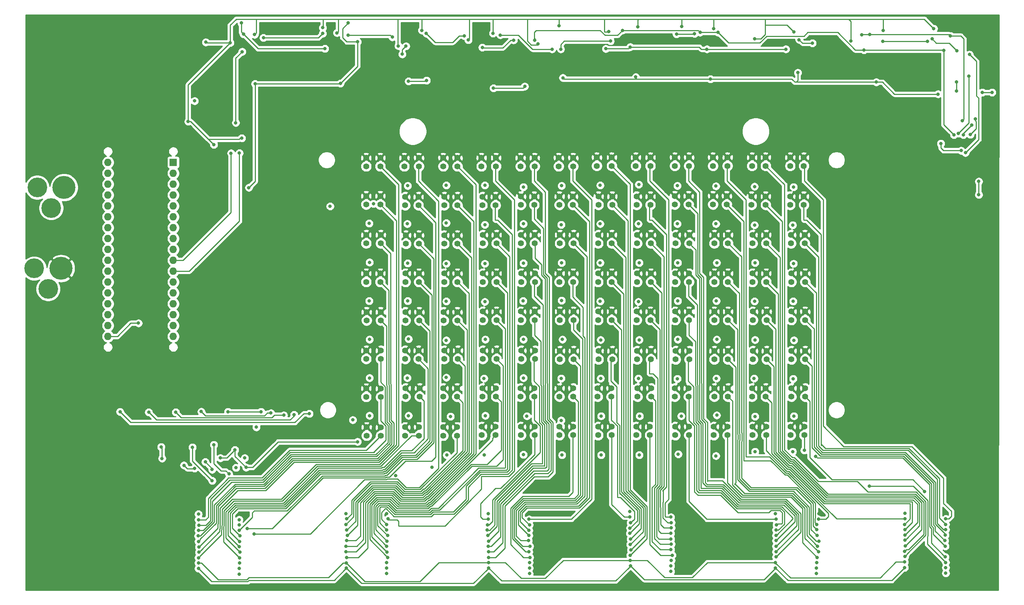
<source format=gbr>
%TF.GenerationSoftware,KiCad,Pcbnew,(5.1.6)-1*%
%TF.CreationDate,2021-11-11T13:14:54-05:00*%
%TF.ProjectId,ThermoPlate2_v1,54686572-6d6f-4506-9c61-7465325f7631,rev?*%
%TF.SameCoordinates,Original*%
%TF.FileFunction,Copper,L2,Inr*%
%TF.FilePolarity,Positive*%
%FSLAX46Y46*%
G04 Gerber Fmt 4.6, Leading zero omitted, Abs format (unit mm)*
G04 Created by KiCad (PCBNEW (5.1.6)-1) date 2021-11-11 13:14:54*
%MOMM*%
%LPD*%
G01*
G04 APERTURE LIST*
%TA.AperFunction,ViaPad*%
%ADD10C,5.360000*%
%TD*%
%TA.AperFunction,ViaPad*%
%ADD11C,4.600000*%
%TD*%
%TA.AperFunction,ViaPad*%
%ADD12C,1.400000*%
%TD*%
%TA.AperFunction,ViaPad*%
%ADD13O,1.727200X1.727200*%
%TD*%
%TA.AperFunction,ViaPad*%
%ADD14R,1.727200X1.727200*%
%TD*%
%TA.AperFunction,ViaPad*%
%ADD15C,0.800000*%
%TD*%
%TA.AperFunction,Conductor*%
%ADD16C,0.250000*%
%TD*%
%TA.AperFunction,Conductor*%
%ADD17C,0.254000*%
%TD*%
G04 APERTURE END LIST*
D10*
%TO.N,+7.5V*%
%TO.C,J1*%
X38850000Y-71300000D03*
D11*
%TO.N,GND*%
X32600000Y-71300000D03*
%TO.N,Net-(J1-Pad1)*%
X35850000Y-76100000D03*
%TD*%
%TO.N,Net-(J2-Pad1)*%
%TO.C,J2*%
X35150000Y-95000000D03*
%TO.N,GND*%
X31900000Y-90200000D03*
D10*
%TO.N,+15V*%
X38150000Y-90200000D03*
%TD*%
D12*
%TO.N,+15V*%
%TO.C,RT1*%
X112605000Y-64393500D03*
%TO.N,Net-(IC3-Pad9)*%
X112605000Y-66362000D03*
%TD*%
%TO.N,+15V*%
%TO.C,RT2*%
X109305000Y-64393500D03*
%TO.N,Net-(R11-Pad1)*%
X109305000Y-66362000D03*
%TD*%
%TO.N,Net-(IC3-Pad8)*%
%TO.C,RT3*%
X112605000Y-75262000D03*
%TO.N,+15V*%
X112605000Y-73293500D03*
%TD*%
%TO.N,+15V*%
%TO.C,RT4*%
X109305000Y-73293500D03*
%TO.N,Net-(R12-Pad1)*%
X109305000Y-75262000D03*
%TD*%
%TO.N,Net-(IC3-Pad7)*%
%TO.C,RT5*%
X112705000Y-84362000D03*
%TO.N,+15V*%
X112705000Y-82393500D03*
%TD*%
%TO.N,+15V*%
%TO.C,RT6*%
X109305000Y-82393500D03*
%TO.N,Net-(R13-Pad1)*%
X109305000Y-84362000D03*
%TD*%
%TO.N,Net-(IC3-Pad6)*%
%TO.C,RT7*%
X112605000Y-93362000D03*
%TO.N,+15V*%
X112605000Y-91393500D03*
%TD*%
%TO.N,+15V*%
%TO.C,RT8*%
X109305000Y-91393500D03*
%TO.N,Net-(R14-Pad1)*%
X109305000Y-93362000D03*
%TD*%
%TO.N,Net-(IC3-Pad5)*%
%TO.C,RT9*%
X112705000Y-102362000D03*
%TO.N,+15V*%
X112705000Y-100393500D03*
%TD*%
%TO.N,Net-(R15-Pad1)*%
%TO.C,RT10*%
X109405000Y-102362000D03*
%TO.N,+15V*%
X109405000Y-100393500D03*
%TD*%
%TO.N,Net-(IC3-Pad4)*%
%TO.C,RT11*%
X112700000Y-111362000D03*
%TO.N,+15V*%
X112700000Y-109393500D03*
%TD*%
%TO.N,+15V*%
%TO.C,RT12*%
X109305000Y-109393500D03*
%TO.N,Net-(R16-Pad1)*%
X109305000Y-111362000D03*
%TD*%
%TO.N,+15V*%
%TO.C,RT13*%
X112705000Y-118293500D03*
%TO.N,Net-(IC3-Pad3)*%
X112705000Y-120262000D03*
%TD*%
%TO.N,Net-(R17-Pad1)*%
%TO.C,RT14*%
X109305000Y-120200000D03*
%TO.N,+15V*%
X109305000Y-118231500D03*
%TD*%
%TO.N,+15V*%
%TO.C,RT15*%
X112700000Y-127331500D03*
%TO.N,Net-(IC3-Pad2)*%
X112700000Y-129300000D03*
%TD*%
%TO.N,Net-(R18-Pad1)*%
%TO.C,RT16*%
X109405000Y-129262000D03*
%TO.N,+15V*%
X109405000Y-127293500D03*
%TD*%
%TO.N,Net-(IC3-Pad23)*%
%TO.C,RT17*%
X121605000Y-66362000D03*
%TO.N,+15V*%
X121605000Y-64393500D03*
%TD*%
%TO.N,Net-(R20-Pad1)*%
%TO.C,RT18*%
X118205000Y-66362000D03*
%TO.N,+15V*%
X118205000Y-64393500D03*
%TD*%
%TO.N,+15V*%
%TO.C,RT19*%
X121505000Y-73493500D03*
%TO.N,Net-(IC3-Pad22)*%
X121505000Y-75462000D03*
%TD*%
%TO.N,Net-(R21-Pad1)*%
%TO.C,RT20*%
X118405000Y-75462000D03*
%TO.N,+15V*%
X118405000Y-73493500D03*
%TD*%
%TO.N,Net-(IC3-Pad21)*%
%TO.C,RT21*%
X121605000Y-84462000D03*
%TO.N,+15V*%
X121605000Y-82493500D03*
%TD*%
%TO.N,+15V*%
%TO.C,RT22*%
X118605000Y-82493500D03*
%TO.N,Net-(R22-Pad1)*%
X118605000Y-84462000D03*
%TD*%
%TO.N,Net-(IC3-Pad20)*%
%TO.C,RT23*%
X121605000Y-93362000D03*
%TO.N,+15V*%
X121605000Y-91393500D03*
%TD*%
%TO.N,+15V*%
%TO.C,RT24*%
X118505000Y-91393500D03*
%TO.N,Net-(R23-Pad1)*%
X118505000Y-93362000D03*
%TD*%
%TO.N,Net-(IC3-Pad19)*%
%TO.C,RT25*%
X121705000Y-102362000D03*
%TO.N,+15V*%
X121705000Y-100393500D03*
%TD*%
%TO.N,+15V*%
%TO.C,RT26*%
X118505000Y-100393500D03*
%TO.N,Net-(R24-Pad1)*%
X118505000Y-102362000D03*
%TD*%
%TO.N,+15V*%
%TO.C,RT27*%
X121505000Y-109393500D03*
%TO.N,Net-(IC3-Pad18)*%
X121505000Y-111362000D03*
%TD*%
%TO.N,Net-(R25-Pad1)*%
%TO.C,RT28*%
X118405000Y-111362000D03*
%TO.N,+15V*%
X118405000Y-109393500D03*
%TD*%
%TO.N,+15V*%
%TO.C,RT29*%
X121805000Y-118193500D03*
%TO.N,Net-(IC3-Pad17)*%
X121805000Y-120162000D03*
%TD*%
%TO.N,+15V*%
%TO.C,RT30*%
X118505000Y-118193500D03*
%TO.N,Net-(R26-Pad1)*%
X118505000Y-120162000D03*
%TD*%
%TO.N,Net-(IC3-Pad16)*%
%TO.C,RT31*%
X121605000Y-129262000D03*
%TO.N,+15V*%
X121605000Y-127293500D03*
%TD*%
%TO.N,+15V*%
%TO.C,RT32*%
X118405000Y-127293500D03*
%TO.N,Net-(R27-Pad1)*%
X118405000Y-129262000D03*
%TD*%
%TO.N,Net-(IC6-Pad9)*%
%TO.C,RT33*%
X130605000Y-66362000D03*
%TO.N,+15V*%
X130605000Y-64393500D03*
%TD*%
%TO.N,+15V*%
%TO.C,RT34*%
X127305000Y-64393500D03*
%TO.N,Net-(R28-Pad1)*%
X127305000Y-66362000D03*
%TD*%
%TO.N,Net-(IC6-Pad8)*%
%TO.C,RT35*%
X130605000Y-75462000D03*
%TO.N,+15V*%
X130605000Y-73493500D03*
%TD*%
%TO.N,Net-(R29-Pad1)*%
%TO.C,RT36*%
X127505000Y-75462000D03*
%TO.N,+15V*%
X127505000Y-73493500D03*
%TD*%
%TO.N,+15V*%
%TO.C,RT37*%
X130605000Y-82493500D03*
%TO.N,Net-(IC6-Pad7)*%
X130605000Y-84462000D03*
%TD*%
%TO.N,Net-(R30-Pad1)*%
%TO.C,RT38*%
X127505000Y-84462000D03*
%TO.N,+15V*%
X127505000Y-82493500D03*
%TD*%
%TO.N,Net-(IC6-Pad6)*%
%TO.C,RT39*%
X130605000Y-93362000D03*
%TO.N,+15V*%
X130605000Y-91393500D03*
%TD*%
%TO.N,+15V*%
%TO.C,RT40*%
X127505000Y-91393500D03*
%TO.N,Net-(R31-Pad1)*%
X127505000Y-93362000D03*
%TD*%
%TO.N,+15V*%
%TO.C,RT41*%
X130605000Y-100393500D03*
%TO.N,Net-(IC6-Pad5)*%
X130605000Y-102362000D03*
%TD*%
%TO.N,Net-(R32-Pad1)*%
%TO.C,RT42*%
X127405000Y-102362000D03*
%TO.N,+15V*%
X127405000Y-100393500D03*
%TD*%
%TO.N,Net-(IC6-Pad4)*%
%TO.C,RT43*%
X130705000Y-111362000D03*
%TO.N,+15V*%
X130705000Y-109393500D03*
%TD*%
%TO.N,Net-(R33-Pad1)*%
%TO.C,RT44*%
X127505000Y-111362000D03*
%TO.N,+15V*%
X127505000Y-109393500D03*
%TD*%
%TO.N,+15V*%
%TO.C,RT45*%
X130505000Y-118193500D03*
%TO.N,Net-(IC6-Pad3)*%
X130505000Y-120162000D03*
%TD*%
%TO.N,+15V*%
%TO.C,RT46*%
X127305000Y-118193500D03*
%TO.N,Net-(R34-Pad1)*%
X127305000Y-120162000D03*
%TD*%
%TO.N,Net-(IC6-Pad2)*%
%TO.C,RT47*%
X130505000Y-129262000D03*
%TO.N,+15V*%
X130505000Y-127293500D03*
%TD*%
%TO.N,Net-(R35-Pad1)*%
%TO.C,RT48*%
X127305000Y-129262000D03*
%TO.N,+15V*%
X127305000Y-127293500D03*
%TD*%
%TO.N,+15V*%
%TO.C,RT49*%
X139605000Y-64393500D03*
%TO.N,Net-(IC6-Pad23)*%
X139605000Y-66362000D03*
%TD*%
%TO.N,+15V*%
%TO.C,RT50*%
X136205000Y-64393500D03*
%TO.N,Net-(R36-Pad1)*%
X136205000Y-66362000D03*
%TD*%
%TO.N,Net-(IC6-Pad22)*%
%TO.C,RT51*%
X139505000Y-75462000D03*
%TO.N,+15V*%
X139505000Y-73493500D03*
%TD*%
%TO.N,+15V*%
%TO.C,RT52*%
X136405000Y-73493500D03*
%TO.N,Net-(R37-Pad1)*%
X136405000Y-75462000D03*
%TD*%
%TO.N,Net-(IC6-Pad21)*%
%TO.C,RT53*%
X139705000Y-84362000D03*
%TO.N,+15V*%
X139705000Y-82393500D03*
%TD*%
%TO.N,+15V*%
%TO.C,RT54*%
X136505000Y-82393500D03*
%TO.N,Net-(R38-Pad1)*%
X136505000Y-84362000D03*
%TD*%
%TO.N,Net-(IC6-Pad20)*%
%TO.C,RT55*%
X139705000Y-93362000D03*
%TO.N,+15V*%
X139705000Y-91393500D03*
%TD*%
%TO.N,+15V*%
%TO.C,RT56*%
X136505000Y-91393500D03*
%TO.N,Net-(R39-Pad1)*%
X136505000Y-93362000D03*
%TD*%
%TO.N,+15V*%
%TO.C,RT57*%
X139705000Y-100293500D03*
%TO.N,Net-(IC6-Pad19)*%
X139705000Y-102262000D03*
%TD*%
%TO.N,Net-(R40-Pad1)*%
%TO.C,RT58*%
X136505000Y-102262000D03*
%TO.N,+15V*%
X136505000Y-100293500D03*
%TD*%
%TO.N,+15V*%
%TO.C,RT59*%
X139705000Y-109393500D03*
%TO.N,Net-(IC6-Pad18)*%
X139705000Y-111362000D03*
%TD*%
%TO.N,+15V*%
%TO.C,RT60*%
X136505000Y-109393500D03*
%TO.N,Net-(R41-Pad1)*%
X136505000Y-111362000D03*
%TD*%
%TO.N,Net-(IC6-Pad17)*%
%TO.C,RT61*%
X139605000Y-120162000D03*
%TO.N,+15V*%
X139605000Y-118193500D03*
%TD*%
%TO.N,+15V*%
%TO.C,RT62*%
X136405000Y-118193500D03*
%TO.N,Net-(R42-Pad1)*%
X136405000Y-120162000D03*
%TD*%
%TO.N,Net-(IC6-Pad16)*%
%TO.C,RT63*%
X139505000Y-129162000D03*
%TO.N,+15V*%
X139505000Y-127193500D03*
%TD*%
%TO.N,Net-(R43-Pad1)*%
%TO.C,RT64*%
X136305000Y-129162000D03*
%TO.N,+15V*%
X136305000Y-127193500D03*
%TD*%
%TO.N,Net-(IC9-Pad9)*%
%TO.C,RT65*%
X148605000Y-66362000D03*
%TO.N,+15V*%
X148605000Y-64393500D03*
%TD*%
%TO.N,+15V*%
%TO.C,RT66*%
X145305000Y-64393500D03*
%TO.N,Net-(R44-Pad1)*%
X145305000Y-66362000D03*
%TD*%
%TO.N,Net-(IC9-Pad8)*%
%TO.C,RT67*%
X148505000Y-75362000D03*
%TO.N,+15V*%
X148505000Y-73393500D03*
%TD*%
%TO.N,+15V*%
%TO.C,RT68*%
X145405000Y-73393500D03*
%TO.N,Net-(R45-Pad1)*%
X145405000Y-75362000D03*
%TD*%
%TO.N,Net-(IC9-Pad7)*%
%TO.C,RT69*%
X148605000Y-84362000D03*
%TO.N,+15V*%
X148605000Y-82393500D03*
%TD*%
%TO.N,+15V*%
%TO.C,RT70*%
X145405000Y-82393500D03*
%TO.N,Net-(R46-Pad1)*%
X145405000Y-84362000D03*
%TD*%
%TO.N,Net-(IC9-Pad6)*%
%TO.C,RT71*%
X148705000Y-93362000D03*
%TO.N,+15V*%
X148705000Y-91393500D03*
%TD*%
%TO.N,+15V*%
%TO.C,RT72*%
X145505000Y-91393500D03*
%TO.N,Net-(R47-Pad1)*%
X145505000Y-93362000D03*
%TD*%
%TO.N,+15V*%
%TO.C,RT73*%
X148605000Y-100293500D03*
%TO.N,Net-(IC9-Pad5)*%
X148605000Y-102262000D03*
%TD*%
%TO.N,+15V*%
%TO.C,RT74*%
X145405000Y-100293500D03*
%TO.N,Net-(R48-Pad1)*%
X145405000Y-102262000D03*
%TD*%
%TO.N,Net-(IC9-Pad4)*%
%TO.C,RT75*%
X148705000Y-111362000D03*
%TO.N,+15V*%
X148705000Y-109393500D03*
%TD*%
%TO.N,+15V*%
%TO.C,RT76*%
X145505000Y-109393500D03*
%TO.N,Net-(R49-Pad1)*%
X145505000Y-111362000D03*
%TD*%
%TO.N,Net-(IC9-Pad3)*%
%TO.C,RT77*%
X148505000Y-120162000D03*
%TO.N,+15V*%
X148505000Y-118193500D03*
%TD*%
%TO.N,+15V*%
%TO.C,RT78*%
X145305000Y-118193500D03*
%TO.N,Net-(R50-Pad1)*%
X145305000Y-120162000D03*
%TD*%
%TO.N,Net-(IC9-Pad2)*%
%TO.C,RT79*%
X148605000Y-129162000D03*
%TO.N,+15V*%
X148605000Y-127193500D03*
%TD*%
%TO.N,Net-(R51-Pad1)*%
%TO.C,RT80*%
X145405000Y-129162000D03*
%TO.N,+15V*%
X145405000Y-127193500D03*
%TD*%
%TO.N,Net-(IC9-Pad23)*%
%TO.C,RT81*%
X157605000Y-66362000D03*
%TO.N,+15V*%
X157605000Y-64393500D03*
%TD*%
%TO.N,Net-(R52-Pad1)*%
%TO.C,RT82*%
X154205000Y-66362000D03*
%TO.N,+15V*%
X154205000Y-64393500D03*
%TD*%
%TO.N,+15V*%
%TO.C,RT83*%
X157505000Y-73393500D03*
%TO.N,Net-(IC9-Pad22)*%
X157505000Y-75362000D03*
%TD*%
%TO.N,+15V*%
%TO.C,RT84*%
X154405000Y-73393500D03*
%TO.N,Net-(R53-Pad1)*%
X154405000Y-75362000D03*
%TD*%
%TO.N,+15V*%
%TO.C,RT85*%
X157705000Y-82393500D03*
%TO.N,Net-(IC9-Pad21)*%
X157705000Y-84362000D03*
%TD*%
%TO.N,Net-(R54-Pad1)*%
%TO.C,RT86*%
X154505000Y-84362000D03*
%TO.N,+15V*%
X154505000Y-82393500D03*
%TD*%
%TO.N,+15V*%
%TO.C,RT87*%
X157605000Y-91393500D03*
%TO.N,Net-(IC9-Pad20)*%
X157605000Y-93362000D03*
%TD*%
%TO.N,Net-(R55-Pad1)*%
%TO.C,RT88*%
X154405000Y-93362000D03*
%TO.N,+15V*%
X154405000Y-91393500D03*
%TD*%
%TO.N,+15V*%
%TO.C,RT89*%
X157705000Y-100293500D03*
%TO.N,Net-(IC9-Pad19)*%
X157705000Y-102262000D03*
%TD*%
%TO.N,+15V*%
%TO.C,RT90*%
X154505000Y-100293500D03*
%TO.N,Net-(R56-Pad1)*%
X154505000Y-102262000D03*
%TD*%
%TO.N,Net-(IC9-Pad18)*%
%TO.C,RT91*%
X157705000Y-111462000D03*
%TO.N,+15V*%
X157705000Y-109493500D03*
%TD*%
%TO.N,Net-(R57-Pad1)*%
%TO.C,RT92*%
X154505000Y-111462000D03*
%TO.N,+15V*%
X154505000Y-109493500D03*
%TD*%
%TO.N,+15V*%
%TO.C,RT93*%
X157605000Y-118193500D03*
%TO.N,Net-(IC9-Pad17)*%
X157605000Y-120162000D03*
%TD*%
%TO.N,Net-(R58-Pad1)*%
%TO.C,RT94*%
X154405000Y-120162000D03*
%TO.N,+15V*%
X154405000Y-118193500D03*
%TD*%
%TO.N,Net-(IC9-Pad16)*%
%TO.C,RT95*%
X157605000Y-129162000D03*
%TO.N,+15V*%
X157605000Y-127193500D03*
%TD*%
%TO.N,+15V*%
%TO.C,RT96*%
X154405000Y-127193500D03*
%TO.N,Net-(R59-Pad1)*%
X154405000Y-129162000D03*
%TD*%
%TO.N,+15V*%
%TO.C,RT97*%
X166605000Y-64293500D03*
%TO.N,Net-(IC12-Pad9)*%
X166605000Y-66262000D03*
%TD*%
%TO.N,Net-(R60-Pad1)*%
%TO.C,RT98*%
X163105000Y-66262000D03*
%TO.N,+15V*%
X163105000Y-64293500D03*
%TD*%
%TO.N,+15V*%
%TO.C,RT99*%
X166705000Y-73393500D03*
%TO.N,Net-(IC12-Pad8)*%
X166705000Y-75362000D03*
%TD*%
%TO.N,Net-(R61-Pad1)*%
%TO.C,RT100*%
X163505000Y-75362000D03*
%TO.N,+15V*%
X163505000Y-73393500D03*
%TD*%
%TO.N,+15V*%
%TO.C,RT101*%
X166605000Y-82393500D03*
%TO.N,Net-(IC12-Pad7)*%
X166605000Y-84362000D03*
%TD*%
%TO.N,+15V*%
%TO.C,RT102*%
X163405000Y-82393500D03*
%TO.N,Net-(R62-Pad1)*%
X163405000Y-84362000D03*
%TD*%
%TO.N,Net-(IC12-Pad6)*%
%TO.C,RT103*%
X166605000Y-93362000D03*
%TO.N,+15V*%
X166605000Y-91393500D03*
%TD*%
%TO.N,+15V*%
%TO.C,RT104*%
X163405000Y-91393500D03*
%TO.N,Net-(R63-Pad1)*%
X163405000Y-93362000D03*
%TD*%
%TO.N,Net-(IC12-Pad5)*%
%TO.C,RT105*%
X166605000Y-102262000D03*
%TO.N,+15V*%
X166605000Y-100293500D03*
%TD*%
%TO.N,+15V*%
%TO.C,RT106*%
X163405000Y-100293500D03*
%TO.N,Net-(R64-Pad1)*%
X163405000Y-102262000D03*
%TD*%
%TO.N,+15V*%
%TO.C,RT107*%
X166705000Y-109493500D03*
%TO.N,Net-(IC12-Pad4)*%
X166705000Y-111462000D03*
%TD*%
%TO.N,+15V*%
%TO.C,RT108*%
X163505000Y-109493500D03*
%TO.N,Net-(R65-Pad1)*%
X163505000Y-111462000D03*
%TD*%
%TO.N,Net-(IC12-Pad3)*%
%TO.C,RT109*%
X166505000Y-120162000D03*
%TO.N,+15V*%
X166505000Y-118193500D03*
%TD*%
%TO.N,Net-(R66-Pad1)*%
%TO.C,RT110*%
X163305000Y-120162000D03*
%TO.N,+15V*%
X163305000Y-118193500D03*
%TD*%
%TO.N,+15V*%
%TO.C,RT111*%
X166605000Y-127193500D03*
%TO.N,Net-(IC12-Pad2)*%
X166605000Y-129162000D03*
%TD*%
%TO.N,+15V*%
%TO.C,RT112*%
X163405000Y-127193500D03*
%TO.N,Net-(R67-Pad1)*%
X163405000Y-129162000D03*
%TD*%
%TO.N,+15V*%
%TO.C,RT113*%
X175605000Y-64293500D03*
%TO.N,Net-(IC12-Pad23)*%
X175605000Y-66262000D03*
%TD*%
%TO.N,Net-(R68-Pad1)*%
%TO.C,RT114*%
X172205000Y-66262000D03*
%TO.N,+15V*%
X172205000Y-64293500D03*
%TD*%
%TO.N,+15V*%
%TO.C,RT115*%
X175605000Y-73393500D03*
%TO.N,Net-(IC12-Pad22)*%
X175605000Y-75362000D03*
%TD*%
%TO.N,Net-(R69-Pad1)*%
%TO.C,RT116*%
X172405000Y-75362000D03*
%TO.N,+15V*%
X172405000Y-73393500D03*
%TD*%
%TO.N,+15V*%
%TO.C,RT117*%
X175705000Y-82393500D03*
%TO.N,Net-(IC12-Pad21)*%
X175705000Y-84362000D03*
%TD*%
%TO.N,Net-(R70-Pad1)*%
%TO.C,RT118*%
X172505000Y-84362000D03*
%TO.N,+15V*%
X172505000Y-82393500D03*
%TD*%
%TO.N,+15V*%
%TO.C,RT119*%
X175705000Y-91393500D03*
%TO.N,Net-(IC12-Pad20)*%
X175705000Y-93362000D03*
%TD*%
%TO.N,Net-(R71-Pad1)*%
%TO.C,RT120*%
X172505000Y-93362000D03*
%TO.N,+15V*%
X172505000Y-91393500D03*
%TD*%
%TO.N,Net-(IC12-Pad19)*%
%TO.C,RT121*%
X175605000Y-102262000D03*
%TO.N,+15V*%
X175605000Y-100293500D03*
%TD*%
%TO.N,+15V*%
%TO.C,RT122*%
X172405000Y-100293500D03*
%TO.N,Net-(R72-Pad1)*%
X172405000Y-102262000D03*
%TD*%
%TO.N,+15V*%
%TO.C,RT123*%
X175705000Y-109493500D03*
%TO.N,Net-(IC12-Pad18)*%
X175705000Y-111462000D03*
%TD*%
%TO.N,+15V*%
%TO.C,RT124*%
X172505000Y-109493500D03*
%TO.N,Net-(R73-Pad1)*%
X172505000Y-111462000D03*
%TD*%
%TO.N,Net-(IC12-Pad17)*%
%TO.C,RT125*%
X175805000Y-120162000D03*
%TO.N,+15V*%
X175805000Y-118193500D03*
%TD*%
%TO.N,+15V*%
%TO.C,RT126*%
X172605000Y-118193500D03*
%TO.N,Net-(R74-Pad1)*%
X172605000Y-120162000D03*
%TD*%
%TO.N,Net-(IC12-Pad16)*%
%TO.C,RT127*%
X175505000Y-129162000D03*
%TO.N,+15V*%
X175505000Y-127193500D03*
%TD*%
%TO.N,Net-(R75-Pad1)*%
%TO.C,RT128*%
X172305000Y-129162000D03*
%TO.N,+15V*%
X172305000Y-127193500D03*
%TD*%
%TO.N,+15V*%
%TO.C,RT129*%
X184605000Y-64293500D03*
%TO.N,Net-(IC15-Pad9)*%
X184605000Y-66262000D03*
%TD*%
%TO.N,+15V*%
%TO.C,RT130*%
X181305000Y-64293500D03*
%TO.N,Net-(R76-Pad1)*%
X181305000Y-66262000D03*
%TD*%
%TO.N,Net-(IC15-Pad8)*%
%TO.C,RT131*%
X184505000Y-75262000D03*
%TO.N,+15V*%
X184505000Y-73293500D03*
%TD*%
%TO.N,Net-(R77-Pad1)*%
%TO.C,RT132*%
X181305000Y-75262000D03*
%TO.N,+15V*%
X181305000Y-73293500D03*
%TD*%
%TO.N,+15V*%
%TO.C,RT133*%
X184705000Y-82393500D03*
%TO.N,Net-(IC15-Pad7)*%
X184705000Y-84362000D03*
%TD*%
%TO.N,Net-(R78-Pad1)*%
%TO.C,RT134*%
X181505000Y-84362000D03*
%TO.N,+15V*%
X181505000Y-82393500D03*
%TD*%
%TO.N,+15V*%
%TO.C,RT135*%
X184605000Y-91393500D03*
%TO.N,Net-(IC15-Pad6)*%
X184605000Y-93362000D03*
%TD*%
%TO.N,Net-(R79-Pad1)*%
%TO.C,RT136*%
X181405000Y-93368500D03*
%TO.N,+15V*%
X181405000Y-91400000D03*
%TD*%
%TO.N,Net-(IC15-Pad5)*%
%TO.C,RT137*%
X184605000Y-102262000D03*
%TO.N,+15V*%
X184605000Y-100293500D03*
%TD*%
%TO.N,Net-(R80-Pad1)*%
%TO.C,RT138*%
X181405000Y-102262000D03*
%TO.N,+15V*%
X181405000Y-100293500D03*
%TD*%
%TO.N,+15V*%
%TO.C,RT139*%
X184705000Y-109493500D03*
%TO.N,Net-(IC15-Pad4)*%
X184705000Y-111462000D03*
%TD*%
%TO.N,Net-(R81-Pad1)*%
%TO.C,RT140*%
X181505000Y-111462000D03*
%TO.N,+15V*%
X181505000Y-109493500D03*
%TD*%
%TO.N,+15V*%
%TO.C,RT141*%
X184505000Y-118193500D03*
%TO.N,Net-(IC15-Pad3)*%
X184505000Y-120162000D03*
%TD*%
%TO.N,+15V*%
%TO.C,RT142*%
X181305000Y-118193500D03*
%TO.N,Net-(R82-Pad1)*%
X181305000Y-120162000D03*
%TD*%
%TO.N,Net-(IC15-Pad2)*%
%TO.C,RT143*%
X184605000Y-129162000D03*
%TO.N,+15V*%
X184605000Y-127193500D03*
%TD*%
%TO.N,Net-(R83-Pad1)*%
%TO.C,RT144*%
X181405000Y-129162000D03*
%TO.N,+15V*%
X181405000Y-127193500D03*
%TD*%
%TO.N,+15V*%
%TO.C,RT145*%
X193605000Y-64293500D03*
%TO.N,Net-(IC15-Pad23)*%
X193605000Y-66262000D03*
%TD*%
%TO.N,+15V*%
%TO.C,RT146*%
X190205000Y-64293500D03*
%TO.N,Net-(R84-Pad1)*%
X190205000Y-66262000D03*
%TD*%
%TO.N,+15V*%
%TO.C,RT147*%
X193405000Y-73293500D03*
%TO.N,Net-(IC15-Pad22)*%
X193405000Y-75262000D03*
%TD*%
%TO.N,Net-(R85-Pad1)*%
%TO.C,RT148*%
X190205000Y-75262000D03*
%TO.N,+15V*%
X190205000Y-73293500D03*
%TD*%
%TO.N,Net-(IC15-Pad21)*%
%TO.C,RT149*%
X193705000Y-84362000D03*
%TO.N,+15V*%
X193705000Y-82393500D03*
%TD*%
%TO.N,+15V*%
%TO.C,RT150*%
X190505000Y-82393500D03*
%TO.N,Net-(R86-Pad1)*%
X190505000Y-84362000D03*
%TD*%
%TO.N,Net-(IC15-Pad20)*%
%TO.C,RT151*%
X193705000Y-93362000D03*
%TO.N,+15V*%
X193705000Y-91393500D03*
%TD*%
%TO.N,+15V*%
%TO.C,RT152*%
X190505000Y-91393500D03*
%TO.N,Net-(R87-Pad1)*%
X190505000Y-93362000D03*
%TD*%
%TO.N,+15V*%
%TO.C,RT153*%
X193705000Y-100293500D03*
%TO.N,Net-(IC15-Pad19)*%
X193705000Y-102262000D03*
%TD*%
%TO.N,Net-(R88-Pad1)*%
%TO.C,RT154*%
X190505000Y-102262000D03*
%TO.N,+15V*%
X190505000Y-100293500D03*
%TD*%
%TO.N,+15V*%
%TO.C,RT155*%
X193705000Y-109493500D03*
%TO.N,Net-(IC15-Pad18)*%
X193705000Y-111462000D03*
%TD*%
%TO.N,+15V*%
%TO.C,RT156*%
X190505000Y-109493500D03*
%TO.N,Net-(R89-Pad1)*%
X190505000Y-111462000D03*
%TD*%
%TO.N,Net-(IC15-Pad17)*%
%TO.C,RT157*%
X193705000Y-120162000D03*
%TO.N,+15V*%
X193705000Y-118193500D03*
%TD*%
%TO.N,+15V*%
%TO.C,RT158*%
X190505000Y-118193500D03*
%TO.N,Net-(R90-Pad1)*%
X190505000Y-120162000D03*
%TD*%
%TO.N,Net-(IC15-Pad16)*%
%TO.C,RT159*%
X193605000Y-129162000D03*
%TO.N,+15V*%
X193605000Y-127193500D03*
%TD*%
%TO.N,Net-(R91-Pad1)*%
%TO.C,RT160*%
X190405000Y-129162000D03*
%TO.N,+15V*%
X190405000Y-127193500D03*
%TD*%
%TO.N,Net-(IC18-Pad9)*%
%TO.C,RT161*%
X202505000Y-66262000D03*
%TO.N,+15V*%
X202505000Y-64293500D03*
%TD*%
%TO.N,+15V*%
%TO.C,RT162*%
X199305000Y-64293500D03*
%TO.N,Net-(R92-Pad1)*%
X199305000Y-66262000D03*
%TD*%
%TO.N,Net-(IC18-Pad8)*%
%TO.C,RT163*%
X202505000Y-75362000D03*
%TO.N,+15V*%
X202505000Y-73393500D03*
%TD*%
%TO.N,Net-(R93-Pad1)*%
%TO.C,RT164*%
X199205000Y-75362000D03*
%TO.N,+15V*%
X199205000Y-73393500D03*
%TD*%
%TO.N,Net-(IC18-Pad7)*%
%TO.C,RT165*%
X202605000Y-84362000D03*
%TO.N,+15V*%
X202605000Y-82393500D03*
%TD*%
%TO.N,+15V*%
%TO.C,RT166*%
X199405000Y-82393500D03*
%TO.N,Net-(R94-Pad1)*%
X199405000Y-84362000D03*
%TD*%
%TO.N,Net-(IC18-Pad6)*%
%TO.C,RT167*%
X202605000Y-93362000D03*
%TO.N,+15V*%
X202605000Y-91393500D03*
%TD*%
%TO.N,+15V*%
%TO.C,RT168*%
X199405000Y-91393500D03*
%TO.N,Net-(R95-Pad1)*%
X199405000Y-93362000D03*
%TD*%
%TO.N,+15V*%
%TO.C,RT169*%
X202705000Y-100293500D03*
%TO.N,Net-(IC18-Pad5)*%
X202705000Y-102262000D03*
%TD*%
%TO.N,+15V*%
%TO.C,RT170*%
X199505000Y-100293500D03*
%TO.N,Net-(R96-Pad1)*%
X199505000Y-102262000D03*
%TD*%
%TO.N,Net-(IC18-Pad4)*%
%TO.C,RT171*%
X202705000Y-111462000D03*
%TO.N,+15V*%
X202705000Y-109493500D03*
%TD*%
%TO.N,Net-(R97-Pad1)*%
%TO.C,RT172*%
X199505000Y-111462000D03*
%TO.N,+15V*%
X199505000Y-109493500D03*
%TD*%
%TO.N,+15V*%
%TO.C,RT173*%
X202505000Y-118193500D03*
%TO.N,Net-(IC18-Pad3)*%
X202505000Y-120162000D03*
%TD*%
%TO.N,Net-(R98-Pad1)*%
%TO.C,RT174*%
X199305000Y-120162000D03*
%TO.N,+15V*%
X199305000Y-118193500D03*
%TD*%
%TO.N,Net-(IC18-Pad2)*%
%TO.C,RT175*%
X202605000Y-129162000D03*
%TO.N,+15V*%
X202605000Y-127193500D03*
%TD*%
%TO.N,+15V*%
%TO.C,RT176*%
X199405000Y-127193500D03*
%TO.N,Net-(R99-Pad1)*%
X199405000Y-129162000D03*
%TD*%
%TO.N,Net-(IC18-Pad23)*%
%TO.C,RT177*%
X211405000Y-66262000D03*
%TO.N,+15V*%
X211405000Y-64293500D03*
%TD*%
%TO.N,Net-(R100-Pad1)*%
%TO.C,RT178*%
X208205000Y-66262000D03*
%TO.N,+15V*%
X208205000Y-64293500D03*
%TD*%
%TO.N,+15V*%
%TO.C,RT179*%
X211405000Y-73393500D03*
%TO.N,Net-(IC18-Pad22)*%
X211405000Y-75362000D03*
%TD*%
%TO.N,+15V*%
%TO.C,RT180*%
X208205000Y-73393500D03*
%TO.N,Net-(R101-Pad1)*%
X208205000Y-75362000D03*
%TD*%
%TO.N,Net-(IC18-Pad21)*%
%TO.C,RT181*%
X211605000Y-84362000D03*
%TO.N,+15V*%
X211605000Y-82393500D03*
%TD*%
%TO.N,+15V*%
%TO.C,RT182*%
X208405000Y-82393500D03*
%TO.N,Net-(R102-Pad1)*%
X208405000Y-84362000D03*
%TD*%
%TO.N,Net-(IC18-Pad20)*%
%TO.C,RT183*%
X211705000Y-93362000D03*
%TO.N,+15V*%
X211705000Y-91393500D03*
%TD*%
%TO.N,+15V*%
%TO.C,RT184*%
X208505000Y-91393500D03*
%TO.N,Net-(R103-Pad1)*%
X208505000Y-93362000D03*
%TD*%
%TO.N,+15V*%
%TO.C,RT185*%
X211705000Y-100293500D03*
%TO.N,Net-(IC18-Pad19)*%
X211705000Y-102262000D03*
%TD*%
%TO.N,Net-(R104-Pad1)*%
%TO.C,RT186*%
X208505000Y-102262000D03*
%TO.N,+15V*%
X208505000Y-100293500D03*
%TD*%
%TO.N,Net-(IC18-Pad18)*%
%TO.C,RT187*%
X211705000Y-111462000D03*
%TO.N,+15V*%
X211705000Y-109493500D03*
%TD*%
%TO.N,+15V*%
%TO.C,RT188*%
X208505000Y-109493500D03*
%TO.N,Net-(R105-Pad1)*%
X208505000Y-111462000D03*
%TD*%
%TO.N,Net-(IC18-Pad17)*%
%TO.C,RT189*%
X211705000Y-120162000D03*
%TO.N,+15V*%
X211705000Y-118193500D03*
%TD*%
%TO.N,+15V*%
%TO.C,RT190*%
X208505000Y-118193500D03*
%TO.N,Net-(R106-Pad1)*%
X208505000Y-120162000D03*
%TD*%
%TO.N,+15V*%
%TO.C,RT191*%
X211505000Y-127193500D03*
%TO.N,Net-(IC18-Pad16)*%
X211505000Y-129162000D03*
%TD*%
%TO.N,Net-(R107-Pad1)*%
%TO.C,RT192*%
X208305000Y-129162000D03*
%TO.N,+15V*%
X208305000Y-127193500D03*
%TD*%
D13*
%TO.N,*%
%TO.C,XA1*%
X49080000Y-83220000D03*
%TO.N,Net-(XA1-PadRST2)*%
X64320000Y-75600000D03*
D14*
%TO.N,Net-(XA1-PadMOSI)*%
X64320000Y-65440000D03*
D13*
%TO.N,Net-(XA1-PadSCK)*%
X49080000Y-65440000D03*
%TO.N,Net-(R108-Pad2)*%
X49080000Y-98460000D03*
%TO.N,+7.5V*%
X49080000Y-70520000D03*
%TO.N,Net-(XA1-PadGND2)*%
X64320000Y-78140000D03*
%TO.N,GND*%
X49080000Y-73060000D03*
%TO.N,Net-(XA1-Pad5V)*%
X49080000Y-78140000D03*
%TO.N,Net-(XA1-Pad3V3)*%
X49080000Y-103540000D03*
%TO.N,Net-(XA1-PadRST1)*%
X49080000Y-75600000D03*
%TO.N,Net-(XA1-PadSS)*%
X64320000Y-67980000D03*
%TO.N,Net-(XA1-PadD0)*%
X64320000Y-73060000D03*
%TO.N,Net-(XA1-PadD1)*%
X64320000Y-70520000D03*
%TO.N,Net-(XA1-PadD2)*%
X64320000Y-80680000D03*
%TO.N,Net-(XA1-PadD3)*%
X64320000Y-83220000D03*
%TO.N,Net-(IC2-Pad14)*%
X64320000Y-85760000D03*
%TO.N,Net-(IC10-Pad12)*%
X64320000Y-88300000D03*
%TO.N,Net-(IC10-Pad11)*%
X64320000Y-90840000D03*
%TO.N,Net-(Q6-Pad1)*%
X64320000Y-93380000D03*
%TO.N,Net-(Q5-Pad1)*%
X64320000Y-95920000D03*
%TO.N,Net-(Q4-Pad1)*%
X64320000Y-98460000D03*
%TO.N,Net-(Q3-Pad1)*%
X64320000Y-101000000D03*
%TO.N,Net-(XA1-PadAREF)*%
X49080000Y-101000000D03*
%TO.N,Net-(Q19-Pad1)*%
X49080000Y-106080000D03*
%TO.N,Net-(Q1-Pad1)*%
X64320000Y-106080000D03*
%TO.N,Net-(Q2-Pad1)*%
X64320000Y-103540000D03*
%TO.N,*%
X49080000Y-80680000D03*
%TO.N,Net-(Q10-Pad1)*%
X49080000Y-95920000D03*
%TO.N,Net-(Q9-Pad1)*%
X49080000Y-93380000D03*
%TO.N,Net-(Q8-Pad1)*%
X49080000Y-90840000D03*
%TO.N,Net-(Q7-Pad1)*%
X49080000Y-88300000D03*
%TO.N,Net-(XA1-PadA5)*%
X49080000Y-85760000D03*
%TO.N,Net-(XA1-PadMISO)*%
X49080000Y-67980000D03*
%TD*%
D15*
%TO.N,+5V*%
X67800000Y-55900000D03*
X73800000Y-61300000D03*
X77600000Y-37500000D03*
X241700000Y-34200000D03*
X222400000Y-37100000D03*
X133150000Y-36850000D03*
X149400000Y-37800000D03*
X99200000Y-34000000D03*
X165900000Y-34900000D03*
X182900000Y-33700000D03*
X209050000Y-34950000D03*
X251400000Y-55300000D03*
X250250000Y-58950000D03*
X83300000Y-35600000D03*
X102500000Y-35200000D03*
X122300000Y-34600000D03*
X138900000Y-35300000D03*
X154325000Y-33575000D03*
X172700000Y-33800000D03*
X190400000Y-34200000D03*
X199900000Y-36600000D03*
X229900000Y-34600000D03*
X247100000Y-39400000D03*
X241300000Y-36600000D03*
X248100000Y-62700000D03*
X243350000Y-61050000D03*
X80300000Y-59800000D03*
X116820169Y-38254481D03*
X71900000Y-37373200D03*
%TO.N,GND*%
X182800000Y-124700000D03*
X146800000Y-124700000D03*
X129000000Y-124800000D03*
X252200000Y-69900000D03*
X252200000Y-73000000D03*
X255300000Y-49100000D03*
X253000000Y-49100000D03*
X247000000Y-48800000D03*
X247000000Y-46700000D03*
X242700000Y-49500000D03*
X155200000Y-45700000D03*
X107300000Y-37300000D03*
X105100000Y-32900000D03*
X103300000Y-47000000D03*
X83400000Y-47100000D03*
X139000000Y-48100000D03*
X146300000Y-47700000D03*
X81950000Y-71350000D03*
X172200000Y-45500000D03*
X189600000Y-46000000D03*
X210000000Y-44500000D03*
X228300000Y-46700000D03*
X61700000Y-134600000D03*
X61500000Y-131900000D03*
X66800000Y-136200000D03*
X69300000Y-136900000D03*
X71800000Y-135400000D03*
X73400000Y-137200000D03*
X75300000Y-134500000D03*
X78700000Y-132600000D03*
X81300000Y-136700000D03*
X107300000Y-130700000D03*
X123400000Y-46300000D03*
X119200000Y-46500000D03*
X111000000Y-75100000D03*
X110000000Y-79700000D03*
X110100000Y-88800000D03*
X110000000Y-97800000D03*
X110100000Y-106800000D03*
X110100000Y-115800000D03*
X110100000Y-124600000D03*
X106200000Y-125600000D03*
X100900000Y-75700000D03*
X119000000Y-70900000D03*
X118900000Y-79800000D03*
X119000000Y-89000000D03*
X119000000Y-97800000D03*
X119200000Y-106700000D03*
X118900000Y-115800000D03*
X119200000Y-124600000D03*
X116200000Y-138600000D03*
X69300000Y-51100000D03*
X124700000Y-136700000D03*
X128100000Y-133800000D03*
X128000000Y-115700000D03*
X128000000Y-107000000D03*
X128000000Y-97900000D03*
X128000000Y-89100000D03*
X128000000Y-79600000D03*
X128000000Y-70800000D03*
X137000000Y-70800000D03*
X137000000Y-80000000D03*
X137000000Y-89100000D03*
X137000000Y-98000000D03*
X137100000Y-106800000D03*
X136800000Y-115900000D03*
X136900000Y-133800000D03*
X146000000Y-133700000D03*
X146000000Y-115800000D03*
X146000000Y-106800000D03*
X145900000Y-97800000D03*
X146000000Y-89000000D03*
X146000000Y-79800000D03*
X146000000Y-71200000D03*
X163900000Y-70800000D03*
X163900000Y-79800000D03*
X163900000Y-88900000D03*
X163900000Y-97900000D03*
X164000000Y-106900000D03*
X164000000Y-115900000D03*
X164100000Y-124700000D03*
X164100000Y-133800000D03*
X173000000Y-133800000D03*
X173100000Y-124700000D03*
X172800000Y-115900000D03*
X173000000Y-106900000D03*
X172800000Y-98000000D03*
X173000000Y-88900000D03*
X172800000Y-79800000D03*
X172900000Y-70600000D03*
X181900000Y-70900000D03*
X181900000Y-79800000D03*
X182000000Y-88900000D03*
X182000000Y-97800000D03*
X182000000Y-106800000D03*
X181900000Y-116000000D03*
X182100000Y-133600000D03*
X190900000Y-134000000D03*
X191100000Y-124500000D03*
X191000000Y-115900000D03*
X191100000Y-106800000D03*
X191000000Y-97800000D03*
X191100000Y-88900000D03*
X190900000Y-79800000D03*
X190900000Y-71000000D03*
X199900000Y-71100000D03*
X199900000Y-80100000D03*
X200000000Y-88900000D03*
X199900000Y-97900000D03*
X200000000Y-106900000D03*
X199800000Y-115900000D03*
X200000000Y-124800000D03*
X200000000Y-133000000D03*
X208800000Y-133000000D03*
X209100000Y-124700000D03*
X208900000Y-116000000D03*
X209100000Y-107000000D03*
X208900000Y-97900000D03*
X209000000Y-89100000D03*
X208800000Y-80100000D03*
X209000000Y-71200000D03*
X154900000Y-70900000D03*
X154800000Y-80000000D03*
X154900000Y-88900000D03*
X154900000Y-97700000D03*
X155100000Y-106800000D03*
X154800000Y-115900000D03*
X154800000Y-125700000D03*
X155000000Y-133800000D03*
X137100000Y-124600000D03*
%TO.N,Net-(IC10-Pad13)*%
X80200000Y-32900000D03*
X80700000Y-35500000D03*
X99687500Y-38887500D03*
X143700000Y-36900000D03*
X136400000Y-38600000D03*
X191400000Y-35100000D03*
X187200000Y-35100000D03*
X169100000Y-34600000D03*
X148600000Y-36900000D03*
X225400000Y-39200000D03*
X246400000Y-59000000D03*
X244063947Y-39259950D03*
X117741474Y-40172233D03*
X118600000Y-38300000D03*
%TO.N,Net-(IC10-Pad12)*%
X78900000Y-56200000D03*
X80400000Y-39600000D03*
X249900000Y-45300000D03*
X247400000Y-58700000D03*
X77800000Y-63300000D03*
X166300000Y-37100000D03*
X154700000Y-39000000D03*
%TO.N,Net-(IC10-Pad11)*%
X170900000Y-38500000D03*
X188800000Y-39000000D03*
X207200000Y-39000000D03*
X226800000Y-35600000D03*
X245600000Y-35900000D03*
X248400000Y-55700000D03*
X250550000Y-56750000D03*
X248600000Y-59000000D03*
X224884201Y-35676513D03*
X79737500Y-63262500D03*
X165200000Y-38900000D03*
%TO.N,Net-(IC12-Pad1)*%
X235000000Y-147400000D03*
X204800000Y-147500000D03*
X170800000Y-147000000D03*
X137800000Y-147500000D03*
X104600000Y-147500000D03*
X70200000Y-147600000D03*
%TO.N,Net-(IC3-Pad2)*%
X70200000Y-148900000D03*
%TO.N,Net-(IC3-Pad3)*%
X70300000Y-150200000D03*
%TO.N,Net-(IC3-Pad4)*%
X70200000Y-151400000D03*
%TO.N,Net-(IC3-Pad5)*%
X70100000Y-152700000D03*
%TO.N,Net-(IC3-Pad6)*%
X70200000Y-154000000D03*
%TO.N,Net-(IC3-Pad7)*%
X70300000Y-155300000D03*
%TO.N,Net-(IC3-Pad8)*%
X70300000Y-156500000D03*
%TO.N,Net-(IC3-Pad9)*%
X70200000Y-157800000D03*
%TO.N,Net-(IC12-Pad10)*%
X234900000Y-158800000D03*
X204800000Y-158900000D03*
X170900000Y-158400000D03*
X137900000Y-158900000D03*
X104700000Y-159000000D03*
X70200000Y-159000000D03*
X81000000Y-134500000D03*
%TO.N,Net-(IC12-Pad11)*%
X234900000Y-160100000D03*
X204800000Y-160200000D03*
X171000000Y-159700000D03*
X137900000Y-160200000D03*
X104700000Y-160200000D03*
X70200000Y-160300000D03*
X78950000Y-136750000D03*
%TO.N,Net-(IC12-Pad13)*%
X244500000Y-161400000D03*
X180400000Y-161000000D03*
X147400000Y-161500000D03*
X114100000Y-161500000D03*
X79700000Y-161600000D03*
X68800000Y-132000000D03*
X214300000Y-161500000D03*
X73400000Y-139800000D03*
%TO.N,Net-(IC12-Pad14)*%
X244500000Y-160100000D03*
X214300000Y-160200000D03*
X180400000Y-159700000D03*
X147400000Y-160200000D03*
X114100000Y-160200000D03*
X79700000Y-160300000D03*
X73800000Y-131400000D03*
X77300000Y-138200000D03*
%TO.N,Net-(IC3-Pad15)*%
X79800000Y-159000000D03*
X83700000Y-127300000D03*
%TO.N,Net-(IC3-Pad16)*%
X79800000Y-157800000D03*
%TO.N,Net-(IC3-Pad17)*%
X79900000Y-156500000D03*
%TO.N,Net-(IC3-Pad18)*%
X79700000Y-155200000D03*
%TO.N,Net-(IC3-Pad19)*%
X79800000Y-154000000D03*
%TO.N,Net-(IC3-Pad20)*%
X79900000Y-152700000D03*
%TO.N,Net-(IC3-Pad21)*%
X79700000Y-151400000D03*
%TO.N,Net-(IC3-Pad22)*%
X79700000Y-150100000D03*
X81600000Y-151000000D03*
%TO.N,Net-(IC3-Pad23)*%
X79700000Y-148900000D03*
X83200000Y-152200000D03*
%TO.N,+15V*%
X244500000Y-147400000D03*
X180400000Y-147000000D03*
X147400000Y-147500000D03*
X114100000Y-147500000D03*
X79700000Y-147600000D03*
X80300000Y-114600000D03*
X74100000Y-114500000D03*
X67900000Y-114300000D03*
X62100000Y-114400000D03*
X55800000Y-114600000D03*
X49700000Y-114800000D03*
X64100000Y-128200000D03*
X69300000Y-127900000D03*
X74400000Y-127800000D03*
X79600000Y-127700000D03*
X214900000Y-147500000D03*
X252000000Y-144000000D03*
%TO.N,Net-(IC4-Pad9)*%
X85350000Y-36350000D03*
X99175160Y-35350160D03*
%TO.N,Net-(IC5-Pad9)*%
X105100000Y-35700000D03*
X115400000Y-36200000D03*
%TO.N,Net-(IC6-Pad23)*%
X114400000Y-148700000D03*
%TO.N,Net-(IC6-Pad22)*%
X114100000Y-150000000D03*
%TO.N,Net-(IC6-Pad21)*%
X114100000Y-151300000D03*
%TO.N,Net-(IC6-Pad20)*%
X114300000Y-152600000D03*
%TO.N,Net-(IC6-Pad19)*%
X114200000Y-153900000D03*
%TO.N,Net-(IC6-Pad18)*%
X114100000Y-155100000D03*
%TO.N,Net-(IC6-Pad17)*%
X114200000Y-156500000D03*
%TO.N,Net-(IC6-Pad16)*%
X114300000Y-157700000D03*
%TO.N,Net-(IC6-Pad15)*%
X114100000Y-158900000D03*
X84800000Y-123700000D03*
X77100000Y-123700000D03*
%TO.N,Net-(IC6-Pad9)*%
X104800000Y-157700000D03*
%TO.N,Net-(IC6-Pad8)*%
X104600000Y-156400000D03*
%TO.N,Net-(IC6-Pad7)*%
X104600000Y-155100000D03*
%TO.N,Net-(IC6-Pad6)*%
X104800000Y-153800000D03*
%TO.N,Net-(IC6-Pad5)*%
X104900000Y-152600000D03*
%TO.N,Net-(IC6-Pad4)*%
X104800000Y-151300000D03*
%TO.N,Net-(IC6-Pad3)*%
X104600000Y-150000000D03*
%TO.N,Net-(IC6-Pad2)*%
X104800000Y-148700000D03*
%TO.N,Net-(IC7-Pad9)*%
X123350000Y-35350000D03*
X132200000Y-35900000D03*
%TO.N,Net-(IC10-Pad14)*%
X140600000Y-35700000D03*
X152680726Y-39006046D03*
%TO.N,Net-(IC9-Pad23)*%
X147300000Y-148800000D03*
%TO.N,Net-(IC9-Pad22)*%
X147400000Y-150100000D03*
%TO.N,Net-(IC9-Pad21)*%
X147300000Y-151400000D03*
%TO.N,Net-(IC9-Pad20)*%
X147300000Y-152600000D03*
%TO.N,Net-(IC9-Pad19)*%
X147200000Y-153800000D03*
%TO.N,Net-(IC9-Pad18)*%
X147500000Y-155100000D03*
%TO.N,Net-(IC9-Pad17)*%
X147300000Y-156400000D03*
%TO.N,Net-(IC9-Pad16)*%
X147500000Y-157700000D03*
%TO.N,Net-(IC9-Pad15)*%
X147400000Y-158900000D03*
X87100000Y-124000000D03*
X70850000Y-123650000D03*
%TO.N,Net-(IC9-Pad9)*%
X137900000Y-157700000D03*
%TO.N,Net-(IC9-Pad8)*%
X137900000Y-156400000D03*
%TO.N,Net-(IC9-Pad7)*%
X137800000Y-155100000D03*
%TO.N,Net-(IC9-Pad6)*%
X137900000Y-153900000D03*
%TO.N,Net-(IC9-Pad5)*%
X137700000Y-152600000D03*
%TO.N,Net-(IC9-Pad4)*%
X137500000Y-151300000D03*
%TO.N,Net-(IC9-Pad3)*%
X137600000Y-150100000D03*
%TO.N,Net-(IC9-Pad2)*%
X137800000Y-148800000D03*
%TO.N,Net-(IC11-Pad9)*%
X181700000Y-35500000D03*
X185912500Y-35387500D03*
%TO.N,Net-(IC12-Pad2)*%
X170800000Y-148300000D03*
%TO.N,Net-(IC12-Pad3)*%
X171000000Y-149600000D03*
%TO.N,Net-(IC12-Pad4)*%
X170850000Y-150850000D03*
%TO.N,Net-(IC12-Pad5)*%
X170800000Y-152100000D03*
%TO.N,Net-(IC12-Pad6)*%
X171000000Y-153400000D03*
%TO.N,Net-(IC12-Pad7)*%
X170900000Y-154700000D03*
%TO.N,Net-(IC12-Pad8)*%
X171050000Y-155950000D03*
%TO.N,Net-(IC12-Pad9)*%
X170900000Y-157200000D03*
%TO.N,Net-(IC12-Pad15)*%
X180500000Y-158400000D03*
X90100000Y-124500000D03*
X64900000Y-123800000D03*
%TO.N,Net-(IC12-Pad16)*%
X180700000Y-157200000D03*
%TO.N,Net-(IC12-Pad17)*%
X180400000Y-155900000D03*
%TO.N,Net-(IC12-Pad18)*%
X180500000Y-154600000D03*
%TO.N,Net-(IC12-Pad19)*%
X180400000Y-153400000D03*
%TO.N,Net-(IC12-Pad20)*%
X180400000Y-152100000D03*
%TO.N,Net-(IC12-Pad21)*%
X180500000Y-150800000D03*
%TO.N,Net-(IC12-Pad22)*%
X180500000Y-149600000D03*
%TO.N,Net-(IC12-Pad23)*%
X180400000Y-148300000D03*
%TO.N,Net-(IC14-Pad9)*%
X213400000Y-37600000D03*
X210300000Y-36800000D03*
%TO.N,Net-(IC15-Pad2)*%
X204900000Y-148800000D03*
%TO.N,Net-(IC15-Pad3)*%
X205000000Y-150100000D03*
%TO.N,Net-(IC15-Pad4)*%
X204900000Y-151300000D03*
%TO.N,Net-(IC15-Pad5)*%
X204900000Y-152600000D03*
%TO.N,Net-(IC15-Pad6)*%
X204900000Y-153800000D03*
%TO.N,Net-(IC15-Pad7)*%
X204900000Y-155100000D03*
%TO.N,Net-(IC15-Pad8)*%
X204900000Y-156400000D03*
%TO.N,Net-(IC15-Pad9)*%
X204900000Y-157600000D03*
%TO.N,Net-(IC15-Pad15)*%
X214400000Y-158900000D03*
X92500000Y-124400000D03*
X58600000Y-123800000D03*
%TO.N,Net-(IC15-Pad16)*%
X214500000Y-157700000D03*
%TO.N,Net-(IC15-Pad17)*%
X214800000Y-156400000D03*
%TO.N,Net-(IC15-Pad18)*%
X214600000Y-155100000D03*
%TO.N,Net-(IC15-Pad19)*%
X214900000Y-153900000D03*
%TO.N,Net-(IC15-Pad20)*%
X214500000Y-152600000D03*
%TO.N,Net-(IC15-Pad21)*%
X214450000Y-151250000D03*
%TO.N,Net-(IC15-Pad22)*%
X214400000Y-150000000D03*
%TO.N,Net-(IC15-Pad23)*%
X214800000Y-148800000D03*
%TO.N,Net-(IC16-Pad9)*%
X240264998Y-37200000D03*
X229800000Y-37200000D03*
%TO.N,Net-(IC17-Pad9)*%
X250050000Y-40250000D03*
X249100000Y-63200000D03*
%TO.N,Net-(IC18-Pad23)*%
X244500000Y-148700000D03*
%TO.N,Net-(IC18-Pad22)*%
X244500000Y-150000000D03*
%TO.N,Net-(IC18-Pad21)*%
X244500000Y-151200000D03*
%TO.N,Net-(IC18-Pad20)*%
X244400000Y-152500000D03*
%TO.N,Net-(IC18-Pad19)*%
X244300000Y-153800000D03*
%TO.N,Net-(IC18-Pad18)*%
X244400000Y-155100000D03*
%TO.N,Net-(IC18-Pad17)*%
X239600000Y-142300000D03*
%TO.N,Net-(IC18-Pad16)*%
X214200000Y-134100000D03*
X211500000Y-132700000D03*
X244400000Y-157600000D03*
%TO.N,Net-(IC18-Pad15)*%
X226700000Y-141100000D03*
X96050000Y-124150000D03*
X51900000Y-123700000D03*
X244500000Y-158900000D03*
%TO.N,Net-(IC18-Pad9)*%
X235000000Y-157500000D03*
%TO.N,Net-(IC18-Pad8)*%
X234900000Y-156300000D03*
%TO.N,Net-(IC18-Pad7)*%
X235100000Y-155000000D03*
%TO.N,Net-(IC18-Pad6)*%
X235000000Y-153700000D03*
%TO.N,Net-(IC18-Pad5)*%
X235000000Y-152500000D03*
%TO.N,Net-(IC18-Pad4)*%
X235000000Y-151200000D03*
%TO.N,Net-(IC18-Pad3)*%
X234900000Y-150000000D03*
%TO.N,Net-(IC18-Pad2)*%
X235000000Y-148700000D03*
%TO.N,Net-(Q19-Pad1)*%
X56200000Y-103000000D03*
%TD*%
D16*
%TO.N,+5V*%
X67800000Y-55900000D02*
X68400000Y-55900000D01*
X73800000Y-61300000D02*
X73800000Y-61300000D01*
X67800000Y-55900000D02*
X67800000Y-47300000D01*
X67800000Y-47300000D02*
X77600000Y-37500000D01*
X77600000Y-37500000D02*
X77600000Y-37500000D01*
X77600000Y-37500000D02*
X77600000Y-33400000D01*
X77600000Y-33400000D02*
X79000000Y-32000000D01*
X239500000Y-32000000D02*
X241700000Y-34200000D01*
X241700000Y-34200000D02*
X241800000Y-34300000D01*
X222400000Y-32500000D02*
X221900000Y-32000000D01*
X222400000Y-37100000D02*
X222400000Y-32500000D01*
X202400000Y-32000000D02*
X202400000Y-33400000D01*
X202400000Y-32000000D02*
X221900000Y-32000000D01*
X182900000Y-32000000D02*
X182900000Y-33100000D01*
X164900000Y-32000000D02*
X164900000Y-33200000D01*
X146900000Y-34000000D02*
X146900000Y-33700000D01*
X146900000Y-32000000D02*
X146900000Y-33700000D01*
X133400000Y-32000000D02*
X133400000Y-36600000D01*
X133400000Y-36600000D02*
X133150000Y-36850000D01*
X133150000Y-36850000D02*
X133100000Y-36900000D01*
X146900000Y-34000000D02*
X146900000Y-37100000D01*
X146900000Y-37100000D02*
X147800000Y-38000000D01*
X147800000Y-38000000D02*
X149200000Y-38000000D01*
X149200000Y-38000000D02*
X149400000Y-37800000D01*
X149400000Y-37800000D02*
X149400000Y-37800000D01*
X99300000Y-33900000D02*
X99200000Y-34000000D01*
X99300000Y-32000000D02*
X99300000Y-33900000D01*
X164900000Y-33200000D02*
X164900000Y-35000000D01*
X164900000Y-35000000D02*
X165800000Y-35000000D01*
X165800000Y-35000000D02*
X165900000Y-34900000D01*
X165900000Y-34900000D02*
X165900000Y-34900000D01*
X182900000Y-33100000D02*
X182900000Y-33700000D01*
X182900000Y-33700000D02*
X182900000Y-33700000D01*
X202400000Y-33400000D02*
X207500000Y-33400000D01*
X207500000Y-33400000D02*
X209050000Y-34950000D01*
X251400000Y-55300000D02*
X251400000Y-55700000D01*
X251400000Y-55700000D02*
X251600000Y-55900000D01*
X251600000Y-55900000D02*
X251600000Y-57600000D01*
X251600000Y-57600000D02*
X250250000Y-58950000D01*
X250250000Y-58950000D02*
X250200000Y-59000000D01*
X83700000Y-32000000D02*
X83700000Y-35200000D01*
X79000000Y-32000000D02*
X83700000Y-32000000D01*
X83700000Y-32000000D02*
X99300000Y-32000000D01*
X83700000Y-35200000D02*
X83300000Y-35600000D01*
X83300000Y-35600000D02*
X83300000Y-35600000D01*
X99300000Y-32000000D02*
X102800000Y-32000000D01*
X102800000Y-32000000D02*
X102800000Y-34900000D01*
X102800000Y-32000000D02*
X116700000Y-32000000D01*
X102800000Y-34900000D02*
X102500000Y-35200000D01*
X102500000Y-35200000D02*
X102500000Y-35200000D01*
X122300000Y-32100000D02*
X122200000Y-32000000D01*
X122300000Y-34600000D02*
X122300000Y-32100000D01*
X116700000Y-32000000D02*
X122200000Y-32000000D01*
X122200000Y-32000000D02*
X133400000Y-32000000D01*
X138900000Y-32100000D02*
X138800000Y-32000000D01*
X138900000Y-35300000D02*
X138900000Y-32100000D01*
X133400000Y-32000000D02*
X138800000Y-32000000D01*
X138800000Y-32000000D02*
X146900000Y-32000000D01*
X154325000Y-33575000D02*
X154325000Y-32025000D01*
X154325000Y-32025000D02*
X154300000Y-32000000D01*
X146900000Y-32000000D02*
X154300000Y-32000000D01*
X154300000Y-32000000D02*
X164900000Y-32000000D01*
X172700000Y-32200000D02*
X172900000Y-32000000D01*
X172700000Y-33800000D02*
X172700000Y-32200000D01*
X164900000Y-32000000D02*
X172900000Y-32000000D01*
X172900000Y-32000000D02*
X182900000Y-32000000D01*
X190400000Y-34200000D02*
X190400000Y-32000000D01*
X182900000Y-32000000D02*
X190400000Y-32000000D01*
X190400000Y-32000000D02*
X202400000Y-32000000D01*
X202400000Y-33400000D02*
X202400000Y-35600000D01*
X202400000Y-35600000D02*
X201400000Y-36600000D01*
X201400000Y-36600000D02*
X199900000Y-36600000D01*
X199900000Y-36600000D02*
X199900000Y-36600000D01*
X229900000Y-34600000D02*
X229900000Y-32100000D01*
X221900000Y-32000000D02*
X230000000Y-32000000D01*
X229900000Y-32100000D02*
X230000000Y-32000000D01*
X230000000Y-32000000D02*
X239500000Y-32000000D01*
X247100000Y-39400000D02*
X245300000Y-37600000D01*
X245300000Y-37600000D02*
X242300000Y-37600000D01*
X242300000Y-37600000D02*
X241300000Y-36600000D01*
X241300000Y-36600000D02*
X241200000Y-36500000D01*
X248100000Y-62700000D02*
X244000000Y-62700000D01*
X244000000Y-62700000D02*
X243400000Y-62100000D01*
X243400000Y-62100000D02*
X243400000Y-61100000D01*
X243400000Y-61100000D02*
X243350000Y-61050000D01*
X243350000Y-61050000D02*
X243300000Y-61000000D01*
X68400000Y-55900000D02*
X72500000Y-60000000D01*
X72500000Y-60000000D02*
X79700000Y-60000000D01*
X72500000Y-60000000D02*
X73800000Y-61300000D01*
X79700000Y-60000000D02*
X79900000Y-59800000D01*
X79900000Y-59800000D02*
X80300000Y-59800000D01*
X80300000Y-59800000D02*
X80300000Y-59800000D01*
X116700000Y-32000000D02*
X116700000Y-38134312D01*
X116700000Y-38134312D02*
X116820169Y-38254481D01*
X117000000Y-38400000D02*
X116854481Y-38254481D01*
X116854481Y-38254481D02*
X116820169Y-38254481D01*
X77600000Y-37500000D02*
X72000000Y-37500000D01*
X72000000Y-37500000D02*
X71900000Y-37400000D01*
%TO.N,GND*%
X252200000Y-69900000D02*
X252200000Y-73000000D01*
X252200000Y-73000000D02*
X252200000Y-73000000D01*
X255300000Y-49100000D02*
X253300000Y-49100000D01*
X253300000Y-49100000D02*
X253000000Y-49100000D01*
X253000000Y-49100000D02*
X252700000Y-49100000D01*
X247000000Y-48800000D02*
X247000000Y-46900000D01*
X247000000Y-46900000D02*
X247000000Y-46700000D01*
X247000000Y-46700000D02*
X247000000Y-46700000D01*
X242700000Y-49500000D02*
X232500000Y-49500000D01*
X232500000Y-49500000D02*
X229700000Y-46700000D01*
X229700000Y-46700000D02*
X228300000Y-46700000D01*
X209300000Y-46700000D02*
X208800000Y-46200000D01*
X208800000Y-46200000D02*
X208600000Y-46000000D01*
X208600000Y-46000000D02*
X189700000Y-46000000D01*
X172500000Y-46000000D02*
X172200000Y-45700000D01*
X172900000Y-46000000D02*
X155500000Y-46000000D01*
X189700000Y-46000000D02*
X189600000Y-46000000D01*
X172900000Y-46000000D02*
X172500000Y-46000000D01*
X155500000Y-46000000D02*
X155200000Y-45700000D01*
X155200000Y-45700000D02*
X155200000Y-45700000D01*
X107300000Y-37300000D02*
X104800000Y-37300000D01*
X104800000Y-37300000D02*
X103800000Y-36300000D01*
X103800000Y-36300000D02*
X103800000Y-34200000D01*
X103800000Y-34200000D02*
X105100000Y-32900000D01*
X105100000Y-32900000D02*
X105100000Y-32900000D01*
X107300000Y-37300000D02*
X107300000Y-43000000D01*
X107300000Y-43000000D02*
X103300000Y-47000000D01*
X103200000Y-47100000D02*
X83400000Y-47100000D01*
X103300000Y-47000000D02*
X103200000Y-47100000D01*
X83400000Y-47100000D02*
X83400000Y-47100000D01*
X145900001Y-48099999D02*
X146300000Y-47700000D01*
X139000000Y-48100000D02*
X145900001Y-48099999D01*
X83400000Y-47100000D02*
X83400000Y-69900000D01*
X83400000Y-69900000D02*
X81950000Y-71350000D01*
X81950000Y-71350000D02*
X81900000Y-71400000D01*
X172200000Y-45700000D02*
X172200000Y-45500000D01*
X172200000Y-45500000D02*
X172200000Y-45500000D01*
X189600000Y-46000000D02*
X172900000Y-46000000D01*
X208600000Y-46000000D02*
X208600000Y-46000000D01*
X61700000Y-132100000D02*
X61500000Y-131900000D01*
X61700000Y-134600000D02*
X61700000Y-132100000D01*
X67600000Y-137000000D02*
X66800000Y-136200000D01*
X69100000Y-137000000D02*
X67600000Y-137000000D01*
X69100000Y-137000000D02*
X69200000Y-137000000D01*
X69200000Y-137000000D02*
X69300000Y-136900000D01*
X69300000Y-136900000D02*
X69300000Y-136900000D01*
X71800000Y-135400000D02*
X73400000Y-137000000D01*
X73400000Y-137000000D02*
X73400000Y-137200000D01*
X73400000Y-137200000D02*
X73400000Y-137200000D01*
X75300000Y-134500000D02*
X76800000Y-134500000D01*
X76800000Y-134500000D02*
X78700000Y-132600000D01*
X78700000Y-132600000D02*
X78700000Y-132600000D01*
X82800000Y-136700000D02*
X88800000Y-130700000D01*
X88800000Y-130700000D02*
X107300000Y-130700000D01*
X107300000Y-130700000D02*
X107300000Y-130700000D01*
X210000000Y-46300000D02*
X209600000Y-46700000D01*
X210000000Y-44500000D02*
X210000000Y-46300000D01*
X228300000Y-46700000D02*
X209600000Y-46700000D01*
X209600000Y-46700000D02*
X209300000Y-46700000D01*
X123200000Y-46500000D02*
X123400000Y-46300000D01*
X119200000Y-46500000D02*
X123200000Y-46500000D01*
X82800000Y-136700000D02*
X81300000Y-136700000D01*
X78700000Y-134100000D02*
X78700000Y-132600000D01*
X81300000Y-136700000D02*
X78700000Y-134100000D01*
%TO.N,Net-(IC10-Pad13)*%
X80200000Y-32900000D02*
X80200000Y-35000000D01*
X80200000Y-35000000D02*
X80700000Y-35500000D01*
X80700000Y-35500000D02*
X80700000Y-35500000D01*
X84087500Y-38887500D02*
X80700000Y-35500000D01*
X99687500Y-38887500D02*
X84087500Y-38887500D01*
X143700000Y-36900000D02*
X143000000Y-36900000D01*
X143000000Y-36900000D02*
X141200000Y-38700000D01*
X141200000Y-38700000D02*
X136800000Y-38700000D01*
X136800000Y-38700000D02*
X136500000Y-38700000D01*
X136500000Y-38700000D02*
X136400000Y-38600000D01*
X136400000Y-38600000D02*
X136400000Y-38600000D01*
X191400000Y-35100000D02*
X187200000Y-35100000D01*
X187200000Y-35100000D02*
X187200000Y-35100000D01*
X148600000Y-36400000D02*
X148500000Y-36300000D01*
X148600000Y-36900000D02*
X148600000Y-36400000D01*
X148500000Y-36300000D02*
X148500000Y-36800000D01*
X186700000Y-34600000D02*
X187200000Y-35100000D01*
X169100000Y-34600000D02*
X186700000Y-34600000D01*
X225400000Y-39200000D02*
X225400000Y-39200000D01*
X244000000Y-39200000D02*
X244000000Y-39200000D01*
X246400000Y-59000000D02*
X246400000Y-59000000D01*
X244063947Y-56663947D02*
X244063947Y-39259950D01*
X244003997Y-39200000D02*
X244063947Y-39259950D01*
X225400000Y-39200000D02*
X244003997Y-39200000D01*
X246400000Y-59000000D02*
X244063947Y-56663947D01*
X169100000Y-34600000D02*
X167949991Y-35750009D01*
X149000000Y-34600000D02*
X148500000Y-35100000D01*
X163863590Y-34600000D02*
X149000000Y-34600000D01*
X148500000Y-35100000D02*
X148500000Y-36300000D01*
X167949991Y-35750009D02*
X165013599Y-35750009D01*
X165013599Y-35750009D02*
X163863590Y-34600000D01*
X191400000Y-35100000D02*
X193850009Y-37550009D01*
X193850009Y-37550009D02*
X201086401Y-37550009D01*
X201086401Y-37550009D02*
X202686402Y-35950009D01*
X202686402Y-35950009D02*
X211486401Y-35950009D01*
X224834315Y-39200000D02*
X225400000Y-39200000D01*
X219300000Y-35100000D02*
X223400000Y-39200000D01*
X223400000Y-39200000D02*
X224834315Y-39200000D01*
X212336410Y-35100000D02*
X219300000Y-35100000D01*
X211486401Y-35950009D02*
X212336410Y-35100000D01*
X117741474Y-39158526D02*
X117741474Y-40172233D01*
X118600000Y-38300000D02*
X118600000Y-38300000D01*
X118600000Y-38300000D02*
X117741474Y-39158526D01*
%TO.N,Net-(IC10-Pad12)*%
X78900000Y-56200000D02*
X78900000Y-41100000D01*
X78900000Y-41100000D02*
X80400000Y-39600000D01*
X80400000Y-39600000D02*
X80400000Y-39600000D01*
X249900000Y-45300000D02*
X249900000Y-56200000D01*
X249900000Y-56200000D02*
X247400000Y-58700000D01*
X247400000Y-58700000D02*
X247400000Y-58700000D01*
X77800000Y-63300000D02*
X77800000Y-77100000D01*
X66600000Y-88300000D02*
X64320000Y-88300000D01*
X77800000Y-77100000D02*
X66600000Y-88300000D01*
X166300000Y-37100000D02*
X155500000Y-37100000D01*
X154700000Y-37900000D02*
X154700000Y-38800000D01*
X155500000Y-37100000D02*
X154700000Y-37900000D01*
X154700000Y-38800000D02*
X154700000Y-39000000D01*
X154700000Y-39000000D02*
X154700000Y-39000000D01*
%TO.N,Net-(IC10-Pad11)*%
X170900000Y-38500000D02*
X187000000Y-38500000D01*
X187000000Y-38500000D02*
X187500000Y-39000000D01*
X187500000Y-39000000D02*
X188800000Y-39000000D01*
X188800000Y-39000000D02*
X188800000Y-39000000D01*
X188800000Y-39000000D02*
X207200000Y-39000000D01*
X207200000Y-39000000D02*
X207200000Y-39000000D01*
X226800000Y-35600000D02*
X226800000Y-35600000D01*
X226800000Y-35600000D02*
X245300000Y-35600000D01*
X245300000Y-35600000D02*
X245500000Y-35800000D01*
X245500000Y-35800000D02*
X245600000Y-35900000D01*
X245600000Y-35900000D02*
X245600000Y-35900000D01*
X245600000Y-35900000D02*
X248000000Y-35900000D01*
X248000000Y-35900000D02*
X248700000Y-36600000D01*
X248700000Y-36600000D02*
X248700000Y-55400000D01*
X248700000Y-55400000D02*
X248400000Y-55700000D01*
X248400000Y-55700000D02*
X248400000Y-55700000D01*
X250550000Y-56750000D02*
X248600000Y-58700000D01*
X248600000Y-58700000D02*
X248600000Y-59000000D01*
X248600000Y-59000000D02*
X248600000Y-59000000D01*
X224960714Y-35600000D02*
X224884201Y-35676513D01*
X226800000Y-35600000D02*
X224960714Y-35600000D01*
X79737500Y-63262500D02*
X79737500Y-79162500D01*
X68060000Y-90840000D02*
X64320000Y-90840000D01*
X79737500Y-79162500D02*
X68060000Y-90840000D01*
X170500001Y-38899999D02*
X170900000Y-38500000D01*
X165200000Y-38900000D02*
X170500001Y-38899999D01*
%TO.N,Net-(IC3-Pad2)*%
X112700000Y-129300000D02*
X109300000Y-132700000D01*
X91436410Y-132700000D02*
X85036410Y-139100000D01*
X109300000Y-132700000D02*
X91436410Y-132700000D01*
X85036410Y-139100000D02*
X77100000Y-139100000D01*
X77100000Y-139100000D02*
X77100000Y-139300000D01*
X77100000Y-139300000D02*
X72500000Y-143900000D01*
X72500000Y-143900000D02*
X72500000Y-148300000D01*
X72500000Y-148300000D02*
X71900000Y-148900000D01*
X71900000Y-148900000D02*
X70200000Y-148900000D01*
X70200000Y-148900000D02*
X70200000Y-148900000D01*
%TO.N,Net-(IC3-Pad3)*%
X91572822Y-133200000D02*
X111000000Y-133200000D01*
X111000000Y-133200000D02*
X111200000Y-133200000D01*
X85172822Y-139600000D02*
X91572822Y-133200000D01*
X112705000Y-121251949D02*
X112705000Y-120262000D01*
X112705000Y-125819498D02*
X112705000Y-121251949D01*
X113900000Y-127014498D02*
X112705000Y-125819498D01*
X113900000Y-130300000D02*
X113900000Y-127014498D01*
X111000000Y-133200000D02*
X113900000Y-130300000D01*
X77800000Y-139600000D02*
X85172822Y-139600000D01*
X77800000Y-139600000D02*
X77500000Y-139600000D01*
X77500000Y-139600000D02*
X73000000Y-144100000D01*
X73000000Y-144100000D02*
X73000000Y-149100000D01*
X73000000Y-149100000D02*
X71900000Y-150200000D01*
X71900000Y-150200000D02*
X70300000Y-150200000D01*
X70300000Y-150200000D02*
X70300000Y-150200000D01*
%TO.N,Net-(IC3-Pad4)*%
X70200000Y-151400000D02*
X70200000Y-151400000D01*
X114400000Y-126878086D02*
X113749945Y-126228032D01*
X77936410Y-140100000D02*
X85309232Y-140100000D01*
X71336411Y-151400000D02*
X73450011Y-149286400D01*
X111563200Y-133699868D02*
X114400000Y-130863068D01*
X91709364Y-133699868D02*
X111563200Y-133699868D01*
X73450011Y-149286400D02*
X73450011Y-144586399D01*
X114400000Y-130863068D02*
X114400000Y-126878086D01*
X113749945Y-126228032D02*
X113749945Y-117831999D01*
X112700000Y-116782054D02*
X112700000Y-112351949D01*
X70200000Y-151400000D02*
X71336411Y-151400000D01*
X112700000Y-112351949D02*
X112700000Y-111362000D01*
X85309232Y-140100000D02*
X91709364Y-133699868D01*
X113749945Y-117831999D02*
X112700000Y-116782054D01*
X73450011Y-144586399D02*
X77936410Y-140100000D01*
%TO.N,Net-(IC3-Pad5)*%
X70100000Y-152700000D02*
X70100000Y-152700000D01*
X114099958Y-103756958D02*
X114099958Y-117545601D01*
X112705000Y-102362000D02*
X114099958Y-103756958D01*
X85445644Y-140600000D02*
X78736411Y-140600000D01*
X114199956Y-117645599D02*
X114199956Y-126041632D01*
X114850011Y-131049468D02*
X111749600Y-134149879D01*
X78736411Y-140600000D02*
X73900022Y-145436389D01*
X114199956Y-126041632D02*
X114850011Y-126691687D01*
X114099958Y-117545601D02*
X114199956Y-117645599D01*
X73900022Y-149472800D02*
X70672822Y-152700000D01*
X91895765Y-134149879D02*
X85445644Y-140600000D01*
X114850011Y-126691687D02*
X114850011Y-131049468D01*
X111749600Y-134149879D02*
X91895765Y-134149879D01*
X73900022Y-145436389D02*
X73900022Y-149472800D01*
X70672822Y-152700000D02*
X70100000Y-152700000D01*
%TO.N,Net-(IC3-Pad6)*%
X70200000Y-154000000D02*
X70200000Y-154000000D01*
X114649967Y-117459199D02*
X114649967Y-125855232D01*
X111936000Y-134599890D02*
X92082164Y-134599890D01*
X74350033Y-149659200D02*
X70599999Y-153409234D01*
X114649967Y-125855232D02*
X115300022Y-126505286D01*
X85582054Y-141100000D02*
X78872822Y-141100000D01*
X70599999Y-153600001D02*
X70200000Y-154000000D01*
X78872822Y-141100000D02*
X74350033Y-145622789D01*
X74350033Y-145622789D02*
X74350033Y-149659200D01*
X70599999Y-153409234D02*
X70599999Y-153600001D01*
X115300022Y-131235868D02*
X111936000Y-134599890D01*
X114549969Y-95306969D02*
X114549969Y-117359201D01*
X112605000Y-93362000D02*
X114549969Y-95306969D01*
X114549969Y-117359201D02*
X114649967Y-117459199D01*
X92082164Y-134599890D02*
X85582054Y-141100000D01*
X115300022Y-126505286D02*
X115300022Y-131235868D01*
%TO.N,Net-(IC3-Pad7)*%
X70300000Y-155300000D02*
X70300000Y-155300000D01*
X115049989Y-86706989D02*
X113404999Y-85061999D01*
X115049989Y-117222810D02*
X115049989Y-86706989D01*
X92268565Y-135049901D02*
X112122400Y-135049901D01*
X70300000Y-155300000D02*
X74690767Y-150909233D01*
X74750033Y-150859200D02*
X74750033Y-149895611D01*
X74800044Y-149845600D02*
X74800044Y-145809189D01*
X85718466Y-141600000D02*
X92268565Y-135049901D01*
X115750033Y-131422268D02*
X115750033Y-126318886D01*
X74690767Y-150909233D02*
X74700000Y-150909233D01*
X112122400Y-135049901D02*
X115750033Y-131422268D01*
X79009233Y-141600000D02*
X85718466Y-141600000D01*
X74700000Y-150909233D02*
X74750033Y-150859200D01*
X113404999Y-85061999D02*
X112705000Y-84362000D01*
X115099978Y-117272799D02*
X115049989Y-117222810D01*
X115099978Y-125668831D02*
X115099978Y-117272799D01*
X115750033Y-126318886D02*
X115099978Y-125668831D01*
X74750033Y-149895611D02*
X74800044Y-149845600D01*
X74800044Y-145809189D02*
X79009233Y-141600000D01*
%TO.N,Net-(IC3-Pad8)*%
X70300000Y-156500000D02*
X70300000Y-156500000D01*
X75250055Y-150032000D02*
X75200044Y-150082011D01*
X112308800Y-135499912D02*
X92500088Y-135499912D01*
X70699999Y-156100001D02*
X70300000Y-156500000D01*
X116400000Y-131408712D02*
X112308800Y-135499912D01*
X75150011Y-151095633D02*
X75150011Y-151649989D01*
X75200044Y-150082011D02*
X75200044Y-151045600D01*
X75250055Y-146186356D02*
X75250055Y-150032000D01*
X116400000Y-79057000D02*
X116400000Y-131408712D01*
X92500088Y-135499912D02*
X85900000Y-142100000D01*
X79336411Y-142100000D02*
X75250055Y-146186356D01*
X75150011Y-151649989D02*
X70699999Y-156100001D01*
X85900000Y-142100000D02*
X79336411Y-142100000D01*
X112605000Y-75262000D02*
X116400000Y-79057000D01*
X75200044Y-151045600D02*
X75150011Y-151095633D01*
%TO.N,Net-(IC3-Pad9)*%
X70200000Y-157800000D02*
X70200000Y-157800000D01*
X97650077Y-135949923D02*
X89500000Y-144100000D01*
X112495200Y-135949923D02*
X97650077Y-135949923D01*
X75700066Y-146499934D02*
X75700066Y-150218400D01*
X75600022Y-151282033D02*
X75600022Y-152399978D01*
X70599999Y-157400001D02*
X70200000Y-157800000D01*
X75600022Y-152399978D02*
X70599999Y-157400001D01*
X116850011Y-70607011D02*
X116850011Y-131595112D01*
X112605000Y-66362000D02*
X116850011Y-70607011D01*
X75650055Y-150268411D02*
X75650055Y-151232000D01*
X75700066Y-150218400D02*
X75650055Y-150268411D01*
X78100000Y-144100000D02*
X75700066Y-146499934D01*
X75650055Y-151232000D02*
X75600022Y-151282033D01*
X116850011Y-131595112D02*
X112495200Y-135949923D01*
X89500000Y-144100000D02*
X78100000Y-144100000D01*
%TO.N,Net-(IC12-Pad10)*%
X234900000Y-158800000D02*
X232900000Y-158800000D01*
X232900000Y-158800000D02*
X229200000Y-162500000D01*
X229200000Y-162500000D02*
X208300000Y-162500000D01*
X204800000Y-159000000D02*
X204800000Y-158900000D01*
X208300000Y-162500000D02*
X204800000Y-159000000D01*
X204800000Y-158900000D02*
X188900000Y-158900000D01*
X188900000Y-158900000D02*
X185400000Y-162400000D01*
X185400000Y-162400000D02*
X178900000Y-162400000D01*
X174900000Y-158400000D02*
X170900000Y-158400000D01*
X178900000Y-162400000D02*
X174900000Y-158400000D01*
X170900000Y-158400000D02*
X155300000Y-158400000D01*
X155300000Y-158400000D02*
X151100000Y-162600000D01*
X151100000Y-162600000D02*
X145500000Y-162600000D01*
X141800000Y-158900000D02*
X137900000Y-158900000D01*
X145500000Y-162600000D02*
X141800000Y-158900000D01*
X137900000Y-158900000D02*
X126300000Y-158900000D01*
X126300000Y-158900000D02*
X121900000Y-163300000D01*
X109000000Y-163300000D02*
X104700000Y-159000000D01*
X121900000Y-163300000D02*
X109000000Y-163300000D01*
X104700000Y-159000000D02*
X103900000Y-159000000D01*
X103900000Y-159000000D02*
X100500000Y-162400000D01*
X100500000Y-162400000D02*
X82000000Y-162400000D01*
X82000000Y-162400000D02*
X81500000Y-162900000D01*
X81500000Y-162900000D02*
X74800000Y-162900000D01*
X70900000Y-159000000D02*
X70200000Y-159000000D01*
X74800000Y-162900000D02*
X70900000Y-159000000D01*
%TO.N,Net-(IC12-Pad11)*%
X207700000Y-163100000D02*
X231900000Y-163100000D01*
X231900000Y-163100000D02*
X234500001Y-160499999D01*
X234500001Y-160499999D02*
X234900000Y-160100000D01*
X204800000Y-160200000D02*
X207700000Y-163100000D01*
X171000000Y-159700000D02*
X174200000Y-162900000D01*
X174200000Y-162900000D02*
X202100000Y-162900000D01*
X204400001Y-160599999D02*
X204800000Y-160200000D01*
X202100000Y-162900000D02*
X204400001Y-160599999D01*
X140900000Y-163200000D02*
X167500000Y-163200000D01*
X137900000Y-160200000D02*
X140900000Y-163200000D01*
X170600001Y-160099999D02*
X171000000Y-159700000D01*
X167500000Y-163200000D02*
X170600001Y-160099999D01*
X104700000Y-160200000D02*
X108250011Y-163750011D01*
X137500001Y-160599999D02*
X137900000Y-160200000D01*
X134349989Y-163750011D02*
X137500001Y-160599999D01*
X108250011Y-163750011D02*
X134349989Y-163750011D01*
X70200000Y-160300000D02*
X73250009Y-163350009D01*
X81986401Y-163050009D02*
X101849991Y-163050009D01*
X104300001Y-160599999D02*
X104700000Y-160200000D01*
X73250009Y-163350009D02*
X81686401Y-163350009D01*
X81686401Y-163350009D02*
X81986401Y-163050009D01*
X101849991Y-163050009D02*
X104300001Y-160599999D01*
%TO.N,Net-(IC12-Pad13)*%
X68800000Y-132000000D02*
X68800000Y-132000000D01*
X72100000Y-138500000D02*
X68800000Y-135200000D01*
X68800000Y-135200000D02*
X68800000Y-132000000D01*
X72100000Y-138500000D02*
X73400000Y-139800000D01*
X73400000Y-139800000D02*
X73500000Y-139900000D01*
%TO.N,Net-(IC12-Pad14)*%
X73800000Y-131400000D02*
X73800000Y-131400000D01*
X73800000Y-135800000D02*
X73800000Y-131400000D01*
X75500000Y-137500000D02*
X76600000Y-137500000D01*
X76600000Y-137500000D02*
X77300000Y-138200000D01*
X75500000Y-137500000D02*
X73800000Y-135800000D01*
%TO.N,Net-(IC3-Pad16)*%
X79800000Y-157800000D02*
X79800000Y-157800000D01*
X121605000Y-129262000D02*
X119883123Y-129262000D01*
X76100066Y-150454811D02*
X76100066Y-151418400D01*
X76100000Y-151418466D02*
X76100000Y-154100000D01*
X79400001Y-157400001D02*
X79800000Y-157800000D01*
X76100000Y-154100000D02*
X79400001Y-157400001D01*
X78449989Y-144550011D02*
X76150077Y-146849923D01*
X76100066Y-151418400D02*
X76100000Y-151418466D01*
X76150077Y-146849923D02*
X76150077Y-150404800D01*
X119883123Y-129262000D02*
X112745189Y-136399934D01*
X76150077Y-150404800D02*
X76100066Y-150454811D01*
X89749989Y-144550011D02*
X78449989Y-144550011D01*
X112745189Y-136399934D02*
X97900066Y-136399934D01*
X97900066Y-136399934D02*
X89749989Y-144550011D01*
%TO.N,Net-(IC3-Pad17)*%
X79900000Y-156500000D02*
X79900000Y-156500000D01*
X98150054Y-136849945D02*
X112931589Y-136849945D01*
X113081600Y-136699934D02*
X113454423Y-136699934D01*
X119963592Y-132799998D02*
X122800000Y-129963590D01*
X122800000Y-129963590D02*
X122800000Y-121157000D01*
X122800000Y-121157000D02*
X121805000Y-120162000D01*
X78699976Y-145000022D02*
X89999978Y-145000022D01*
X89999978Y-145000022D02*
X98150054Y-136849945D01*
X113454423Y-136699934D02*
X117354359Y-132799998D01*
X117354359Y-132799998D02*
X119963592Y-132799998D01*
X76600088Y-147099912D02*
X78699976Y-145000022D01*
X76600088Y-153200088D02*
X76600088Y-147099912D01*
X79900000Y-156500000D02*
X76600088Y-153200088D01*
X112931589Y-136849945D02*
X113081600Y-136699934D01*
%TO.N,Net-(IC3-Pad18)*%
X79700000Y-155200000D02*
X79700000Y-155200000D01*
X123750009Y-113607009D02*
X123750009Y-130004347D01*
X121505000Y-111362000D02*
X123750009Y-113607009D01*
X120504347Y-133250009D02*
X117540759Y-133250009D01*
X123750009Y-130004347D02*
X120504347Y-133250009D01*
X117540759Y-133250009D02*
X113640822Y-137149945D01*
X78886376Y-145450033D02*
X77100000Y-147236410D01*
X79300001Y-154800001D02*
X79700000Y-155200000D01*
X77100000Y-152600000D02*
X79300001Y-154800001D01*
X77100000Y-147236410D02*
X77100000Y-152600000D01*
X90186377Y-145450033D02*
X78886376Y-145450033D01*
X98336454Y-137299956D02*
X90186377Y-145450033D01*
X113117989Y-137299956D02*
X98336454Y-137299956D01*
X113640822Y-137149945D02*
X113268000Y-137149945D01*
X113268000Y-137149945D02*
X113117989Y-137299956D01*
%TO.N,Net-(IC3-Pad19)*%
X79800000Y-154000000D02*
X79800000Y-154000000D01*
X98522854Y-137749967D02*
X90372777Y-145900044D01*
X120820877Y-133869891D02*
X117557287Y-133869891D01*
X121705000Y-102362000D02*
X124200020Y-104857020D01*
X113304389Y-137749967D02*
X98522854Y-137749967D01*
X117557287Y-133869891D02*
X113827222Y-137599956D01*
X113827222Y-137599956D02*
X113454400Y-137599956D01*
X113454400Y-137599956D02*
X113304389Y-137749967D01*
X124200020Y-130490748D02*
X120820877Y-133869891D01*
X79400001Y-153600001D02*
X79800000Y-154000000D01*
X77600000Y-147372820D02*
X77600000Y-151800000D01*
X90372777Y-145900044D02*
X79072776Y-145900044D01*
X77600000Y-151800000D02*
X79400001Y-153600001D01*
X124200020Y-104857020D02*
X124200020Y-130490748D01*
X79072776Y-145900044D02*
X77600000Y-147372820D01*
%TO.N,Net-(IC3-Pad20)*%
X79900000Y-152700000D02*
X79900000Y-152700000D01*
X90559177Y-146350055D02*
X79349945Y-146350055D01*
X124650031Y-96407031D02*
X124650031Y-130677147D01*
X78100000Y-147600000D02*
X78100000Y-150900000D01*
X113640800Y-138049967D02*
X113490789Y-138199978D01*
X121605000Y-93362000D02*
X124650031Y-96407031D01*
X98709254Y-138199978D02*
X90559177Y-146350055D01*
X79349945Y-146350055D02*
X78100000Y-147600000D01*
X114013622Y-138049967D02*
X113640800Y-138049967D01*
X124650031Y-130677147D02*
X121007276Y-134319902D01*
X113490789Y-138199978D02*
X98709254Y-138199978D01*
X78100000Y-150900000D02*
X79900000Y-152700000D01*
X117743687Y-134319902D02*
X114013622Y-138049967D01*
X121007276Y-134319902D02*
X117743687Y-134319902D01*
%TO.N,Net-(IC3-Pad21)*%
X79700000Y-151400000D02*
X79700000Y-151400000D01*
X82749989Y-147313600D02*
X82749989Y-148350011D01*
X82749989Y-148350011D02*
X79700000Y-151400000D01*
X117930087Y-134769913D02*
X114200022Y-138499978D01*
X113827200Y-138499978D02*
X113677189Y-138649989D01*
X125100042Y-87957042D02*
X125100042Y-130863547D01*
X83213600Y-146849989D02*
X82749989Y-147313600D01*
X114200022Y-138499978D02*
X113827200Y-138499978D01*
X125100042Y-130863547D02*
X121193676Y-134769913D01*
X121193676Y-134769913D02*
X117930087Y-134769913D01*
X121605000Y-84462000D02*
X125100042Y-87957042D01*
X113677189Y-138649989D02*
X99113600Y-138649989D01*
X90913600Y-146849989D02*
X83213600Y-146849989D01*
X99113600Y-138649989D02*
X90913600Y-146849989D01*
%TO.N,Net-(IC3-Pad22)*%
X81600000Y-151000000D02*
X81600000Y-151000000D01*
X87400000Y-151000000D02*
X82165685Y-151000000D01*
X118480076Y-135219924D02*
X114750011Y-138949989D01*
X114013600Y-138949989D02*
X113863589Y-139100000D01*
X125550053Y-79507053D02*
X125550053Y-134249947D01*
X114750011Y-138949989D02*
X114013600Y-138949989D01*
X124580076Y-135219924D02*
X118480076Y-135219924D01*
X121505000Y-75462000D02*
X125550053Y-79507053D01*
X113863589Y-139100000D02*
X99300000Y-139100000D01*
X99300000Y-139100000D02*
X87400000Y-151000000D01*
X125550053Y-134249947D02*
X124580076Y-135219924D01*
X82165685Y-151000000D02*
X81600000Y-151000000D01*
%TO.N,Net-(IC3-Pad23)*%
X121500000Y-69800000D02*
X126200000Y-74500000D01*
X121500000Y-66467000D02*
X121605000Y-66362000D01*
X121500000Y-69800000D02*
X121500000Y-66467000D01*
X126200000Y-74500000D02*
X126200000Y-136900000D01*
X126200000Y-136900000D02*
X121700000Y-141400000D01*
X118619165Y-141400000D02*
X116619165Y-139400000D01*
X121700000Y-141400000D02*
X118619165Y-141400000D01*
X114199999Y-139400000D02*
X114049989Y-139550010D01*
X116619165Y-139400000D02*
X114199999Y-139400000D01*
X114049989Y-139550010D02*
X108949990Y-139550010D01*
X108949990Y-139550010D02*
X96300000Y-152200000D01*
X96300000Y-152200000D02*
X83200000Y-152200000D01*
X83200000Y-152200000D02*
X83200000Y-152200000D01*
%TO.N,Net-(IC4-Pad9)*%
X85350000Y-36350000D02*
X85300000Y-36400000D01*
X98175320Y-36350000D02*
X99175160Y-35350160D01*
X85350000Y-36350000D02*
X98175320Y-36350000D01*
%TO.N,Net-(IC5-Pad9)*%
X105100000Y-35700000D02*
X114900000Y-35700000D01*
X114900000Y-35700000D02*
X115400000Y-36200000D01*
X115400000Y-36200000D02*
X115400000Y-36200000D01*
%TO.N,Net-(IC6-Pad23)*%
X139500000Y-69800000D02*
X143900000Y-74200000D01*
X143900000Y-74200000D02*
X143900000Y-137500000D01*
X143900000Y-137500000D02*
X142600000Y-138800000D01*
X139500000Y-66467000D02*
X139605000Y-66362000D01*
X139500000Y-69800000D02*
X139500000Y-66467000D01*
X142600000Y-138800000D02*
X137500000Y-138800000D01*
X137500000Y-138800000D02*
X137300000Y-138800000D01*
X137500000Y-138800000D02*
X136218465Y-138800000D01*
X133400174Y-144600346D02*
X133400174Y-144636758D01*
X136218465Y-138800000D02*
X136218465Y-141782055D01*
X133400174Y-144636758D02*
X127686767Y-150350165D01*
X136218465Y-141782055D02*
X133400174Y-144600346D01*
X127686767Y-150350165D02*
X116850165Y-150350165D01*
X116850165Y-149250165D02*
X116850165Y-150350165D01*
X116500000Y-148900000D02*
X116850165Y-149250165D01*
X116500000Y-148900000D02*
X114600000Y-148900000D01*
X114600000Y-148900000D02*
X114400000Y-148700000D01*
X114400000Y-148700000D02*
X114400000Y-148700000D01*
%TO.N,Net-(IC6-Pad22)*%
X140000000Y-78900000D02*
X143400000Y-82300000D01*
X139400000Y-78900000D02*
X140000000Y-78900000D01*
X143400000Y-82300000D02*
X143400000Y-136800000D01*
X143400000Y-136800000D02*
X143400000Y-137000000D01*
X139400000Y-75567000D02*
X139505000Y-75462000D01*
X139400000Y-78900000D02*
X139400000Y-75567000D01*
X114100000Y-150000000D02*
X114100000Y-150000000D01*
X143400000Y-136800000D02*
X143400000Y-137300000D01*
X142400000Y-138300000D02*
X136082054Y-138300000D01*
X113986331Y-146350163D02*
X113786331Y-146350163D01*
X112900044Y-148800044D02*
X114100000Y-150000000D01*
X133100108Y-141281946D02*
X133100108Y-144264001D01*
X132950163Y-144413946D02*
X132950163Y-144450358D01*
X124496000Y-148150165D02*
X115786333Y-148150165D01*
X136082054Y-138300000D02*
X133100108Y-141281946D01*
X115786333Y-148150165D02*
X113986331Y-146350163D01*
X143400000Y-137300000D02*
X142400000Y-138300000D01*
X132950163Y-144450358D02*
X129850530Y-147549991D01*
X129850530Y-147549991D02*
X125096174Y-147549991D01*
X113786331Y-146350163D02*
X112900044Y-147236450D01*
X125096174Y-147549991D02*
X124496000Y-148150165D01*
X112900044Y-147236450D02*
X112900044Y-148800044D01*
X133100108Y-144264001D02*
X132950163Y-144413946D01*
%TO.N,Net-(IC6-Pad21)*%
X114100000Y-151300000D02*
X114100000Y-151300000D01*
X114209566Y-145900152D02*
X112709588Y-145900152D01*
X139705000Y-84362000D02*
X142800000Y-87457000D01*
X116009568Y-147700154D02*
X114209566Y-145900152D01*
X142200000Y-137800000D02*
X135945643Y-137800000D01*
X132650097Y-141095546D02*
X132650097Y-144077601D01*
X135945643Y-137800000D02*
X132650097Y-141095546D01*
X132650097Y-144077601D02*
X129627718Y-147099980D01*
X124309600Y-147700154D02*
X116009568Y-147700154D01*
X112450033Y-149650033D02*
X114100000Y-151300000D01*
X124909773Y-147099980D02*
X124309600Y-147700154D01*
X142800000Y-137200000D02*
X142200000Y-137800000D01*
X129627718Y-147099980D02*
X124909773Y-147099980D01*
X142800000Y-87457000D02*
X142800000Y-137200000D01*
X112450033Y-146159707D02*
X112450033Y-149650033D01*
X112709588Y-145900152D02*
X112450033Y-146159707D01*
%TO.N,Net-(IC6-Pad20)*%
X114300000Y-152600000D02*
X114300000Y-152600000D01*
X124723374Y-146649969D02*
X124123200Y-147250143D01*
X142000000Y-137300000D02*
X135809232Y-137300000D01*
X135809232Y-137300000D02*
X126459263Y-146649969D01*
X139705000Y-93362000D02*
X142300000Y-95957000D01*
X126459263Y-146649969D02*
X124723374Y-146649969D01*
X124123200Y-147250143D02*
X116195968Y-147250143D01*
X116195968Y-147250143D02*
X114395966Y-145450141D01*
X114395966Y-145450141D02*
X112523189Y-145450141D01*
X112523189Y-145450141D02*
X112000022Y-145973308D01*
X112000022Y-150300022D02*
X114300000Y-152600000D01*
X142300000Y-137000000D02*
X142000000Y-137300000D01*
X142300000Y-95957000D02*
X142300000Y-137000000D01*
X112000022Y-145973308D02*
X112000022Y-150300022D01*
%TO.N,Net-(IC6-Pad19)*%
X114200000Y-153900000D02*
X114200000Y-153900000D01*
X114582366Y-145000130D02*
X112336790Y-145000130D01*
X135532065Y-136849989D02*
X126182096Y-146199958D01*
X141800000Y-104357000D02*
X141800000Y-136700000D01*
X139705000Y-102262000D02*
X141800000Y-104357000D01*
X111550011Y-151250011D02*
X114200000Y-153900000D01*
X112336790Y-145000130D02*
X111550011Y-145786909D01*
X141650011Y-136849989D02*
X135532065Y-136849989D01*
X116382368Y-146800132D02*
X114582366Y-145000130D01*
X111550011Y-145786909D02*
X111550011Y-151250011D01*
X126182096Y-146199958D02*
X124536973Y-146199958D01*
X141800000Y-136700000D02*
X141650011Y-136849989D01*
X124536973Y-146199958D02*
X123936800Y-146800132D01*
X123936800Y-146800132D02*
X116382368Y-146800132D01*
%TO.N,Net-(IC6-Pad18)*%
X114100000Y-155100000D02*
X114100000Y-155100000D01*
X113700001Y-154700001D02*
X114100000Y-155100000D01*
X111100000Y-145600510D02*
X111100000Y-152100000D01*
X116568768Y-146350121D02*
X114768766Y-144550119D01*
X114768766Y-144550119D02*
X112150391Y-144550119D01*
X123750400Y-146350121D02*
X116568768Y-146350121D01*
X133954378Y-136399978D02*
X124604410Y-145749947D01*
X124350574Y-145749947D02*
X123750400Y-146350121D01*
X111100000Y-152100000D02*
X113700001Y-154700001D01*
X139763611Y-136399978D02*
X133954378Y-136399978D01*
X112150391Y-144550119D02*
X111100000Y-145600510D01*
X124604410Y-145749947D02*
X124350574Y-145749947D01*
X141300000Y-112957000D02*
X141300000Y-134863589D01*
X141300000Y-134863589D02*
X139763611Y-136399978D01*
X139705000Y-111362000D02*
X141300000Y-112957000D01*
%TO.N,Net-(IC6-Pad17)*%
X114200000Y-156500000D02*
X114200000Y-156500000D01*
X110600022Y-152900022D02*
X113800001Y-156100001D01*
X116755168Y-145900110D02*
X114955166Y-144100108D01*
X114955166Y-144100108D02*
X111963992Y-144100108D01*
X139605000Y-120162000D02*
X140800000Y-121357000D01*
X133767978Y-135949967D02*
X124418010Y-145299936D01*
X111963992Y-144100108D02*
X110600022Y-145464078D01*
X124418010Y-145299936D02*
X124164173Y-145299936D01*
X110600022Y-145464078D02*
X110600022Y-152900022D01*
X123564000Y-145900110D02*
X116755168Y-145900110D01*
X113800001Y-156100001D02*
X114200000Y-156500000D01*
X140800000Y-121357000D02*
X140800000Y-132663589D01*
X124164173Y-145299936D02*
X123564000Y-145900110D01*
X140800000Y-132663589D02*
X137513622Y-135949967D01*
X137513622Y-135949967D02*
X133767978Y-135949967D01*
%TO.N,Net-(IC6-Pad16)*%
X114300000Y-157700000D02*
X114300000Y-157700000D01*
X113900001Y-157300001D02*
X114300000Y-157700000D01*
X115141566Y-143650097D02*
X111777593Y-143650097D01*
X138805001Y-130276534D02*
X124231610Y-144849925D01*
X124231610Y-144849925D02*
X123977774Y-144849925D01*
X116941568Y-145450099D02*
X115141566Y-143650097D01*
X110150011Y-145277679D02*
X110150011Y-153550011D01*
X111777593Y-143650097D02*
X110150011Y-145277679D01*
X139505000Y-129162000D02*
X138805001Y-129861999D01*
X123977774Y-144849925D02*
X123377600Y-145450099D01*
X123377600Y-145450099D02*
X116941568Y-145450099D01*
X110150011Y-153550011D02*
X113900001Y-157300001D01*
X138805001Y-129861999D02*
X138805001Y-130276534D01*
%TO.N,Net-(IC6-Pad15)*%
X84800000Y-123700000D02*
X77100000Y-123700000D01*
X77100000Y-123700000D02*
X77100000Y-123700000D01*
%TO.N,Net-(IC6-Pad9)*%
X104800000Y-157700000D02*
X104800000Y-157700000D01*
X134900000Y-133545124D02*
X124045210Y-144399914D01*
X124045210Y-144399914D02*
X123791373Y-144399914D01*
X115327966Y-143200086D02*
X111591194Y-143200086D01*
X109700000Y-155500000D02*
X107500000Y-157700000D01*
X111591194Y-143200086D02*
X109700000Y-145091280D01*
X109700000Y-145091280D02*
X109700000Y-155500000D01*
X117127968Y-145000088D02*
X115327966Y-143200086D01*
X134900000Y-70657000D02*
X134900000Y-133545124D01*
X130605000Y-66362000D02*
X134900000Y-70657000D01*
X123791373Y-144399914D02*
X123191200Y-145000088D01*
X123191200Y-145000088D02*
X117127968Y-145000088D01*
X107500000Y-157700000D02*
X104800000Y-157700000D01*
%TO.N,Net-(IC6-Pad8)*%
X104600000Y-156400000D02*
X104600000Y-156400000D01*
X107000000Y-156400000D02*
X105165685Y-156400000D01*
X123004800Y-144550077D02*
X117314368Y-144550077D01*
X115514366Y-142750075D02*
X111404795Y-142750075D01*
X123858810Y-143949903D02*
X123604974Y-143949903D01*
X134400000Y-133408712D02*
X123858810Y-143949903D01*
X134400000Y-79257000D02*
X134400000Y-133408712D01*
X130605000Y-75462000D02*
X134400000Y-79257000D01*
X109200000Y-154200000D02*
X107000000Y-156400000D01*
X123604974Y-143949903D02*
X123004800Y-144550077D01*
X117314368Y-144550077D02*
X115514366Y-142750075D01*
X111404795Y-142750075D02*
X109200000Y-144954870D01*
X109200000Y-144954870D02*
X109200000Y-154200000D01*
X105165685Y-156400000D02*
X104600000Y-156400000D01*
%TO.N,Net-(IC6-Pad7)*%
X104600000Y-155100000D02*
X104600000Y-155100000D01*
X133900000Y-133272302D02*
X123672410Y-143499892D01*
X108700000Y-153500000D02*
X107100000Y-155100000D01*
X107100000Y-155100000D02*
X105165685Y-155100000D01*
X108700000Y-144818460D02*
X108700000Y-153500000D01*
X117500768Y-144100066D02*
X115700766Y-142300064D01*
X122818400Y-144100066D02*
X117500768Y-144100066D01*
X123418573Y-143499892D02*
X122818400Y-144100066D01*
X123672410Y-143499892D02*
X123418573Y-143499892D01*
X133900000Y-87757000D02*
X133900000Y-133272302D01*
X115700766Y-142300064D02*
X111218396Y-142300064D01*
X130605000Y-84462000D02*
X133900000Y-87757000D01*
X105165685Y-155100000D02*
X104600000Y-155100000D01*
X111218396Y-142300064D02*
X108700000Y-144818460D01*
%TO.N,Net-(IC6-Pad6)*%
X104800000Y-153800000D02*
X104800000Y-153800000D01*
X122632000Y-143650055D02*
X117687168Y-143650055D01*
X123486010Y-143049881D02*
X123232174Y-143049881D01*
X133300022Y-96057022D02*
X133300022Y-133235868D01*
X107949881Y-144932169D02*
X107949881Y-152750119D01*
X123232174Y-143049881D02*
X122632000Y-143650055D01*
X107949881Y-152750119D02*
X106900000Y-153800000D01*
X133300022Y-133235868D02*
X123486010Y-143049881D01*
X105365685Y-153800000D02*
X104800000Y-153800000D01*
X130605000Y-93362000D02*
X133300022Y-96057022D01*
X111031997Y-141850053D02*
X107949881Y-144932169D01*
X115887166Y-141850053D02*
X111031997Y-141850053D01*
X106900000Y-153800000D02*
X105365685Y-153800000D01*
X117687168Y-143650055D02*
X115887166Y-141850053D01*
%TO.N,Net-(IC6-Pad5)*%
X104900000Y-152600000D02*
X104900000Y-152600000D01*
X107299870Y-144945770D02*
X107299870Y-150200130D01*
X107299870Y-150200130D02*
X104900000Y-152600000D01*
X110845598Y-141400042D02*
X107299870Y-144945770D01*
X116073563Y-141400042D02*
X110845598Y-141400042D01*
X117873565Y-143200044D02*
X116073563Y-141400042D01*
X122445600Y-143200044D02*
X117873565Y-143200044D01*
X123299610Y-142599870D02*
X123045773Y-142599870D01*
X132850011Y-133049468D02*
X123299610Y-142599870D01*
X132850011Y-104607011D02*
X132850011Y-133049468D01*
X130605000Y-102362000D02*
X132850011Y-104607011D01*
X123045773Y-142599870D02*
X122445600Y-143200044D01*
%TO.N,Net-(IC6-Pad4)*%
X104800000Y-151300000D02*
X104800000Y-151300000D01*
X106849859Y-149250141D02*
X104800000Y-151300000D01*
X106849859Y-144759371D02*
X106849859Y-149250141D01*
X118059965Y-142750033D02*
X116259963Y-140950031D01*
X122259200Y-142750033D02*
X118059965Y-142750033D01*
X123113210Y-142149859D02*
X122859374Y-142149859D01*
X132400000Y-132863068D02*
X123113210Y-142149859D01*
X132400000Y-113057000D02*
X132400000Y-132863068D01*
X130705000Y-111362000D02*
X132400000Y-113057000D01*
X122859374Y-142149859D02*
X122259200Y-142750033D01*
X110659199Y-140950031D02*
X106849859Y-144759371D01*
X116259963Y-140950031D02*
X110659199Y-140950031D01*
%TO.N,Net-(IC6-Pad3)*%
X104600000Y-150000000D02*
X104600000Y-150000000D01*
X110472800Y-140500020D02*
X106399848Y-144572972D01*
X116446363Y-140500020D02*
X110472800Y-140500020D01*
X122926810Y-141699848D02*
X122672973Y-141699848D01*
X106399848Y-144572972D02*
X106399848Y-148200152D01*
X118246365Y-142300022D02*
X116446363Y-140500020D01*
X106399848Y-148200152D02*
X104600000Y-150000000D01*
X131900000Y-132726658D02*
X122926810Y-141699848D01*
X130505000Y-120162000D02*
X131900000Y-121557000D01*
X131900000Y-121557000D02*
X131900000Y-132726658D01*
X122072800Y-142300022D02*
X118246365Y-142300022D01*
X122672973Y-141699848D02*
X122072800Y-142300022D01*
%TO.N,Net-(IC6-Pad2)*%
X104800000Y-148700000D02*
X104800000Y-148700000D01*
X130505000Y-133231411D02*
X121886400Y-141850011D01*
X116632763Y-140050009D02*
X110286401Y-140050009D01*
X130505000Y-129262000D02*
X130505000Y-133231411D01*
X121886400Y-141850011D02*
X118432765Y-141850011D01*
X110286401Y-140050009D02*
X105949837Y-144386573D01*
X105949837Y-144386573D02*
X105949837Y-147550163D01*
X105949837Y-147550163D02*
X104800000Y-148700000D01*
X118432765Y-141850011D02*
X116632763Y-140050009D01*
%TO.N,Net-(IC7-Pad9)*%
X123350000Y-35350000D02*
X125400000Y-37400000D01*
X125400000Y-37400000D02*
X129500000Y-37400000D01*
X129500000Y-37400000D02*
X131000000Y-35900000D01*
X131000000Y-35900000D02*
X132200000Y-35900000D01*
X132200000Y-35900000D02*
X132200000Y-35900000D01*
%TO.N,Net-(IC10-Pad14)*%
X152900000Y-38800000D02*
X152900000Y-38800000D01*
X140600000Y-35700000D02*
X144800000Y-35700000D01*
X144800000Y-35700000D02*
X148106046Y-39006046D01*
X148106046Y-39006046D02*
X152680726Y-39006046D01*
%TO.N,Net-(IC9-Pad23)*%
X161900000Y-74200000D02*
X161900000Y-141600000D01*
X157500000Y-69800000D02*
X161900000Y-74200000D01*
X157500000Y-66467000D02*
X157605000Y-66362000D01*
X157500000Y-69800000D02*
X157500000Y-66467000D01*
X161900000Y-141600000D02*
X161900000Y-144100000D01*
X161900000Y-144100000D02*
X157200000Y-148800000D01*
X157200000Y-148800000D02*
X147300000Y-148800000D01*
X147300000Y-148800000D02*
X147300000Y-148800000D01*
%TO.N,Net-(IC9-Pad22)*%
X146868409Y-146150055D02*
X145700066Y-147318398D01*
X157505000Y-75362000D02*
X161400000Y-79257000D01*
X145700066Y-148400066D02*
X147400000Y-150100000D01*
X161400000Y-79257000D02*
X161400000Y-143772821D01*
X161400000Y-143772821D02*
X159022766Y-146150055D01*
X145700066Y-147318398D02*
X145700066Y-148400066D01*
X159022766Y-146150055D02*
X146868409Y-146150055D01*
X147400000Y-150100000D02*
X147400000Y-150100000D01*
%TO.N,Net-(IC9-Pad21)*%
X145250055Y-149350055D02*
X147300000Y-151400000D01*
X145250055Y-147131998D02*
X145250055Y-149350055D01*
X157705000Y-84362000D02*
X160800000Y-87457000D01*
X158836366Y-145700044D02*
X146682009Y-145700044D01*
X160800000Y-87457000D02*
X160800000Y-143736410D01*
X146682009Y-145700044D02*
X145250055Y-147131998D01*
X160800000Y-143736410D02*
X158836366Y-145700044D01*
X147300000Y-151400000D02*
X147300000Y-151400000D01*
%TO.N,Net-(IC9-Pad20)*%
X159900000Y-99300000D02*
X159900000Y-106000000D01*
X157500000Y-96900000D02*
X159900000Y-99300000D01*
X159900000Y-106000000D02*
X160300000Y-106400000D01*
X160300000Y-139200000D02*
X160300000Y-139300000D01*
X160300000Y-106400000D02*
X160300000Y-139200000D01*
X157500000Y-93467000D02*
X157605000Y-93362000D01*
X157500000Y-96900000D02*
X157500000Y-93467000D01*
X144800044Y-146945598D02*
X144800044Y-150100044D01*
X146495609Y-145250033D02*
X144800044Y-146945598D01*
X144800044Y-150100044D02*
X147300000Y-152600000D01*
X160300000Y-143409233D02*
X158459200Y-145250033D01*
X158459200Y-145250033D02*
X146495609Y-145250033D01*
X160300000Y-139200000D02*
X160300000Y-143409233D01*
X147300000Y-152600000D02*
X147300000Y-152600000D01*
%TO.N,Net-(IC9-Pad19)*%
X157705000Y-102262000D02*
X157705000Y-104605000D01*
X157705000Y-104605000D02*
X159800000Y-106700000D01*
X144350033Y-152750033D02*
X145400000Y-153800000D01*
X159800000Y-143272822D02*
X158272800Y-144800022D01*
X146309209Y-144800022D02*
X144350033Y-146759198D01*
X144350033Y-146759198D02*
X144350033Y-152750033D01*
X145400000Y-153800000D02*
X147200000Y-153800000D01*
X159800000Y-106700000D02*
X159800000Y-143272822D01*
X158272800Y-144800022D02*
X146309209Y-144800022D01*
X147200000Y-153800000D02*
X147200000Y-153800000D01*
%TO.N,Net-(IC9-Pad18)*%
X159300000Y-113057000D02*
X159300000Y-143136410D01*
X143900022Y-153163612D02*
X145836410Y-155100000D01*
X158086400Y-144350011D02*
X146122809Y-144350011D01*
X159300000Y-143136410D02*
X158086400Y-144350011D01*
X143900022Y-146572798D02*
X143900022Y-153163612D01*
X146122809Y-144350011D02*
X143900022Y-146572798D01*
X157705000Y-111462000D02*
X159300000Y-113057000D01*
X145836410Y-155100000D02*
X147500000Y-155100000D01*
X147500000Y-155100000D02*
X147500000Y-155100000D01*
%TO.N,Net-(IC9-Pad17)*%
X143450011Y-146386399D02*
X143450011Y-153350011D01*
X143450011Y-153350011D02*
X146500000Y-156400000D01*
X157900000Y-143900000D02*
X145936410Y-143900000D01*
X146500000Y-156400000D02*
X147300000Y-156400000D01*
X145936410Y-143900000D02*
X143450011Y-146386399D01*
X158800000Y-143000000D02*
X157900000Y-143900000D01*
X158800000Y-121357000D02*
X158800000Y-143000000D01*
X157605000Y-120162000D02*
X158800000Y-121357000D01*
X147300000Y-156400000D02*
X147300000Y-156400000D01*
%TO.N,Net-(IC9-Pad16)*%
X157500000Y-129267000D02*
X157605000Y-129162000D01*
X157500000Y-141300000D02*
X157500000Y-129267000D01*
X157500000Y-141300000D02*
X157500000Y-142500000D01*
X157500000Y-142500000D02*
X156600000Y-143400000D01*
X156600000Y-143400000D02*
X145800000Y-143400000D01*
X145800000Y-143400000D02*
X143000000Y-146200000D01*
X143000000Y-146200000D02*
X143000000Y-154700000D01*
X143000000Y-154700000D02*
X146000000Y-157700000D01*
X146000000Y-157700000D02*
X147500000Y-157700000D01*
X147500000Y-157700000D02*
X147500000Y-157700000D01*
%TO.N,Net-(IC9-Pad15)*%
X87100000Y-124000000D02*
X86200000Y-124000000D01*
X86200000Y-124000000D02*
X85600000Y-124600000D01*
X85600000Y-124600000D02*
X71800000Y-124600000D01*
X71800000Y-124600000D02*
X71100000Y-123900000D01*
X71100000Y-123900000D02*
X70850000Y-123650000D01*
X70850000Y-123650000D02*
X70800000Y-123600000D01*
%TO.N,Net-(IC9-Pad9)*%
X148500000Y-69800000D02*
X151100000Y-72400000D01*
X151100000Y-72400000D02*
X151100000Y-91400000D01*
X151100000Y-91400000D02*
X152000000Y-92300000D01*
X152000000Y-92300000D02*
X152000000Y-125296032D01*
X152000000Y-125296032D02*
X152900000Y-126196032D01*
X151800000Y-138900000D02*
X152900000Y-137800000D01*
X152900000Y-126196032D02*
X152900000Y-137800000D01*
X149000000Y-138900000D02*
X151800000Y-138900000D01*
X148500000Y-66467000D02*
X148605000Y-66362000D01*
X148500000Y-69800000D02*
X148500000Y-66467000D01*
X149000000Y-138900000D02*
X148500000Y-138900000D01*
X148500000Y-138900000D02*
X141700000Y-145700000D01*
X141700000Y-145700000D02*
X141700000Y-155500000D01*
X141700000Y-155500000D02*
X139500000Y-157700000D01*
X139500000Y-157700000D02*
X137900000Y-157700000D01*
X137900000Y-157700000D02*
X137900000Y-157700000D01*
%TO.N,Net-(IC9-Pad8)*%
X151500000Y-92436410D02*
X151500000Y-117036410D01*
X151549989Y-117086399D02*
X151549989Y-125482432D01*
X150649989Y-91586400D02*
X151500000Y-92436410D01*
X150649989Y-80849989D02*
X150649989Y-91586400D01*
X151500000Y-117036410D02*
X151549989Y-117086399D01*
X148500000Y-78700000D02*
X150649989Y-80849989D01*
X151549989Y-125482432D02*
X152400000Y-126332442D01*
X151700000Y-138100000D02*
X152400000Y-137400000D01*
X152400000Y-126332442D02*
X152400000Y-137400000D01*
X149100000Y-138100000D02*
X151700000Y-138100000D01*
X148500000Y-75367000D02*
X148505000Y-75362000D01*
X148500000Y-78700000D02*
X148500000Y-75367000D01*
X149100000Y-138100000D02*
X148600000Y-138100000D01*
X148600000Y-138100000D02*
X141200000Y-145500000D01*
X141200000Y-145500000D02*
X141200000Y-154300000D01*
X141200000Y-154300000D02*
X139100000Y-156400000D01*
X139100000Y-156400000D02*
X137900000Y-156400000D01*
X137900000Y-156400000D02*
X137900000Y-156400000D01*
%TO.N,Net-(IC9-Pad7)*%
X151099978Y-117272799D02*
X151099978Y-125668832D01*
X150199978Y-89299978D02*
X150199978Y-91772800D01*
X151049989Y-117222810D02*
X151099978Y-117272799D01*
X151049989Y-92622811D02*
X151049989Y-117222810D01*
X151099978Y-125668832D02*
X151900000Y-126468854D01*
X148700000Y-87800000D02*
X150199978Y-89299978D01*
X150199978Y-91772800D02*
X151049989Y-92622811D01*
X151500000Y-137500000D02*
X151900000Y-137100000D01*
X148900000Y-137500000D02*
X151500000Y-137500000D01*
X151900000Y-126468854D02*
X151900000Y-137100000D01*
X148700000Y-84457000D02*
X148605000Y-84362000D01*
X148700000Y-87800000D02*
X148700000Y-84457000D01*
X148900000Y-137500000D02*
X148400000Y-137500000D01*
X148400000Y-137500000D02*
X140700000Y-145200000D01*
X140700000Y-145200000D02*
X140700000Y-152900000D01*
X140700000Y-152900000D02*
X138500000Y-155100000D01*
X138500000Y-155100000D02*
X137800000Y-155100000D01*
X137800000Y-155100000D02*
X137800000Y-155100000D01*
%TO.N,Net-(IC9-Pad6)*%
X150549969Y-117359201D02*
X150649967Y-117459199D01*
X150649967Y-117459199D02*
X150649967Y-125855232D01*
X150549969Y-98749969D02*
X150549969Y-117359201D01*
X150649967Y-125855232D02*
X151400000Y-126605264D01*
X148500000Y-96700000D02*
X150549969Y-98749969D01*
X151400000Y-136700000D02*
X151236410Y-136700000D01*
X151236410Y-136700000D02*
X151086400Y-136850010D01*
X151400000Y-126605264D02*
X151400000Y-136700000D01*
X151086400Y-136850010D02*
X150750010Y-136850010D01*
X150750010Y-136850010D02*
X150549990Y-136850010D01*
X148500000Y-93567000D02*
X148705000Y-93362000D01*
X148500000Y-96700000D02*
X148500000Y-93567000D01*
X148249990Y-136850010D02*
X140249989Y-144850011D01*
X140249989Y-151550011D02*
X137900000Y-153900000D01*
X140249989Y-144850011D02*
X140249989Y-151550011D01*
X150750010Y-136850010D02*
X148249990Y-136850010D01*
X137900000Y-153900000D02*
X137900000Y-153900000D01*
%TO.N,Net-(IC9-Pad5)*%
X150099958Y-107299958D02*
X150099958Y-117545601D01*
X150199956Y-126041632D02*
X150900000Y-126741676D01*
X148600000Y-105800000D02*
X150099958Y-107299958D01*
X150199956Y-117645599D02*
X150199956Y-126041632D01*
X150099958Y-117545601D02*
X150199956Y-117645599D01*
X150900000Y-126741676D02*
X150900000Y-136400000D01*
X148600000Y-102267000D02*
X148605000Y-102262000D01*
X148600000Y-105800000D02*
X148600000Y-102267000D01*
X150800000Y-136300000D02*
X148100000Y-136300000D01*
X139799978Y-150500022D02*
X137700000Y-152600000D01*
X139799978Y-144600022D02*
X139799978Y-150500022D01*
X148100000Y-136300000D02*
X139799978Y-144600022D01*
X137700000Y-152600000D02*
X137700000Y-152600000D01*
%TO.N,Net-(IC9-Pad4)*%
X148705000Y-111362000D02*
X148424959Y-111642041D01*
X149749945Y-117831999D02*
X149749945Y-126228032D01*
X148424959Y-111642041D02*
X148424959Y-116507012D01*
X150400000Y-126878086D02*
X150400000Y-135800000D01*
X149749945Y-126228032D02*
X150400000Y-126878086D01*
X150400000Y-135800000D02*
X147900000Y-135800000D01*
X148424959Y-116507012D02*
X149749945Y-117831999D01*
X139349967Y-150150033D02*
X138100000Y-151400000D01*
X139349967Y-144350033D02*
X139349967Y-150150033D01*
X147900000Y-135800000D02*
X139349967Y-144350033D01*
X137600000Y-151400000D02*
X137500000Y-151300000D01*
X138100000Y-151400000D02*
X137600000Y-151400000D01*
%TO.N,Net-(IC9-Pad3)*%
X149900000Y-127014498D02*
X149900000Y-133163590D01*
X138800000Y-149300000D02*
X138000000Y-150100000D01*
X149900000Y-133163590D02*
X138800000Y-144263590D01*
X148505000Y-120162000D02*
X148505000Y-125619498D01*
X148505000Y-125619498D02*
X149900000Y-127014498D01*
X138800000Y-144263590D02*
X138800000Y-149300000D01*
X138000000Y-150100000D02*
X137600000Y-150100000D01*
X137600000Y-150100000D02*
X137600000Y-150100000D01*
%TO.N,Net-(IC9-Pad2)*%
X148605000Y-129162000D02*
X148605000Y-133695000D01*
X136000000Y-148300000D02*
X136500000Y-148800000D01*
X140700000Y-141600000D02*
X139500000Y-141600000D01*
X136500000Y-148800000D02*
X137800000Y-148800000D01*
X148605000Y-133695000D02*
X140700000Y-141600000D01*
X136000000Y-145100000D02*
X136000000Y-148300000D01*
X139500000Y-141600000D02*
X136000000Y-145100000D01*
X137800000Y-148800000D02*
X137800000Y-148800000D01*
%TO.N,Net-(IC11-Pad9)*%
X185800000Y-35500000D02*
X185912500Y-35387500D01*
X181700000Y-35500000D02*
X185800000Y-35500000D01*
%TO.N,Net-(IC12-Pad2)*%
X166600000Y-129167000D02*
X166605000Y-129162000D01*
X166600000Y-132700000D02*
X166600000Y-132900000D01*
X166600000Y-132900000D02*
X166600000Y-129167000D01*
X166600000Y-132900000D02*
X166600000Y-145400000D01*
X166600000Y-145400000D02*
X169500000Y-148300000D01*
X169500000Y-148300000D02*
X170800000Y-148300000D01*
X170800000Y-148300000D02*
X170900000Y-148300000D01*
%TO.N,Net-(IC12-Pad3)*%
X171500000Y-149100000D02*
X171000000Y-149600000D01*
X166505000Y-120162000D02*
X166505000Y-125619498D01*
X166505000Y-125619498D02*
X167900000Y-127014498D01*
X171000000Y-149600000D02*
X171000000Y-149600000D01*
X171500000Y-149100000D02*
X171600000Y-149100000D01*
X171600000Y-149100000D02*
X171900000Y-148800000D01*
X171900000Y-148800000D02*
X171900000Y-147000000D01*
X171900000Y-147000000D02*
X168600000Y-143700000D01*
X167900000Y-127014498D02*
X167900000Y-143700000D01*
X168600000Y-143700000D02*
X167900000Y-143700000D01*
%TO.N,Net-(IC12-Pad4)*%
X168400000Y-141000000D02*
X168400000Y-140600000D01*
X166424959Y-111742041D02*
X166705000Y-111462000D01*
X168400000Y-126878086D02*
X167749945Y-126228032D01*
X168400000Y-140600000D02*
X168400000Y-126878086D01*
X167749945Y-117831999D02*
X166424959Y-116507012D01*
X167749945Y-126228032D02*
X167749945Y-117831999D01*
X166424959Y-116507012D02*
X166424959Y-111742041D01*
X168400000Y-141000000D02*
X168400000Y-142800000D01*
X170850000Y-150850000D02*
X170800000Y-150900000D01*
X168636410Y-142800000D02*
X172550009Y-146713599D01*
X168400000Y-142800000D02*
X168636410Y-142800000D01*
X172550009Y-146713599D02*
X172550009Y-149149991D01*
X172550009Y-149149991D02*
X170850000Y-150850000D01*
%TO.N,Net-(IC12-Pad5)*%
X170800000Y-152100000D02*
X170800000Y-152100000D01*
X173000020Y-146527199D02*
X173000020Y-149899980D01*
X166605000Y-102262000D02*
X168900000Y-104557000D01*
X168900000Y-142427179D02*
X173000020Y-146527199D01*
X173000020Y-149899980D02*
X170800000Y-152100000D01*
X168900000Y-104557000D02*
X168900000Y-142427179D01*
%TO.N,Net-(IC12-Pad6)*%
X171000000Y-153400000D02*
X171000000Y-153400000D01*
X169400000Y-96157000D02*
X169400000Y-142290768D01*
X173450031Y-150949969D02*
X171000000Y-153400000D01*
X173450031Y-146340799D02*
X173450031Y-150949969D01*
X169400000Y-142290768D02*
X173450031Y-146340799D01*
X166605000Y-93362000D02*
X169400000Y-96157000D01*
%TO.N,Net-(IC12-Pad7)*%
X170900000Y-154700000D02*
X170900000Y-154700000D01*
X173900042Y-151699958D02*
X170900000Y-154700000D01*
X173900042Y-146154399D02*
X173900042Y-151699958D01*
X169900000Y-142154357D02*
X173900042Y-146154399D01*
X169900000Y-87657000D02*
X169900000Y-142154357D01*
X166605000Y-84362000D02*
X169900000Y-87657000D01*
%TO.N,Net-(IC12-Pad8)*%
X171050000Y-155950000D02*
X171000000Y-156000000D01*
X170400000Y-142017946D02*
X174350053Y-145967999D01*
X170400000Y-79057000D02*
X170400000Y-142017946D01*
X174350053Y-145967999D02*
X174350053Y-152649947D01*
X174350053Y-152649947D02*
X171050000Y-155950000D01*
X166705000Y-75362000D02*
X170400000Y-79057000D01*
%TO.N,Net-(IC12-Pad9)*%
X170900000Y-157200000D02*
X170900000Y-157200000D01*
X170900000Y-141881535D02*
X174800064Y-145781599D01*
X174800064Y-145781599D02*
X174800064Y-153299936D01*
X170900000Y-70557000D02*
X170900000Y-141881535D01*
X174800064Y-153299936D02*
X170900000Y-157200000D01*
X166605000Y-66262000D02*
X170900000Y-70557000D01*
%TO.N,Net-(IC12-Pad15)*%
X90100000Y-124500000D02*
X87900000Y-124500000D01*
X87900000Y-124500000D02*
X87300000Y-125100000D01*
X87300000Y-125100000D02*
X66200000Y-125100000D01*
X66200000Y-125100000D02*
X64900000Y-123800000D01*
X64900000Y-123800000D02*
X64900000Y-123800000D01*
%TO.N,Net-(IC12-Pad16)*%
X175500000Y-140900000D02*
X175500000Y-141300000D01*
X175500000Y-129167000D02*
X175505000Y-129162000D01*
X175500000Y-140900000D02*
X175500000Y-129167000D01*
X175500000Y-141300000D02*
X175500000Y-154700000D01*
X175500000Y-154700000D02*
X178000000Y-157200000D01*
X178000000Y-157200000D02*
X180700000Y-157200000D01*
X180700000Y-157200000D02*
X180700000Y-157200000D01*
%TO.N,Net-(IC12-Pad17)*%
X176000000Y-141417947D02*
X176000000Y-154000000D01*
X177900000Y-155900000D02*
X180400000Y-155900000D01*
X176000000Y-154000000D02*
X177900000Y-155900000D01*
X176800000Y-121157000D02*
X176800000Y-140617947D01*
X176800000Y-140617947D02*
X176000000Y-141417947D01*
X175805000Y-120162000D02*
X176800000Y-121157000D01*
X180400000Y-155900000D02*
X180400000Y-155900000D01*
%TO.N,Net-(IC12-Pad18)*%
X176200000Y-114800000D02*
X177300000Y-115900000D01*
X175400000Y-114800000D02*
X176200000Y-114800000D01*
X177300000Y-115900000D02*
X177300000Y-140300000D01*
X177300000Y-140300000D02*
X177300000Y-140700000D01*
X175400000Y-111767000D02*
X175705000Y-111462000D01*
X175400000Y-114800000D02*
X175400000Y-111767000D01*
X177300000Y-140754357D02*
X177300000Y-140300000D01*
X176599956Y-146545600D02*
X176599956Y-141454400D01*
X180500000Y-154600000D02*
X180500000Y-154600000D01*
X177900000Y-154600000D02*
X176599978Y-153299978D01*
X176599978Y-153299978D02*
X176599978Y-146545622D01*
X176599978Y-146545622D02*
X176599956Y-146545600D01*
X176599956Y-141454400D02*
X177300000Y-140754357D01*
X180500000Y-154600000D02*
X177900000Y-154600000D01*
%TO.N,Net-(IC12-Pad19)*%
X177800000Y-104457000D02*
X177800000Y-140890768D01*
X175605000Y-102262000D02*
X177800000Y-104457000D01*
X177049989Y-146359222D02*
X177049989Y-152849989D01*
X177600000Y-153400000D02*
X180400000Y-153400000D01*
X177049989Y-152849989D02*
X177600000Y-153400000D01*
X177049967Y-141640800D02*
X177049967Y-146359200D01*
X177800000Y-140890768D02*
X177049967Y-141640800D01*
X177049967Y-146359200D02*
X177049989Y-146359222D01*
X180400000Y-153400000D02*
X180400000Y-153400000D01*
%TO.N,Net-(IC12-Pad20)*%
X177500000Y-151500000D02*
X178100000Y-152100000D01*
X175705000Y-93362000D02*
X178300000Y-95957000D01*
X177499978Y-141827200D02*
X177499978Y-146172800D01*
X177499978Y-146172800D02*
X177500000Y-146172822D01*
X178300000Y-95957000D02*
X178300000Y-141027179D01*
X177500000Y-146172822D02*
X177500000Y-151500000D01*
X178300000Y-141027179D02*
X177499978Y-141827200D01*
X178100000Y-152100000D02*
X180400000Y-152100000D01*
X180400000Y-152100000D02*
X180400000Y-152100000D01*
%TO.N,Net-(IC12-Pad21)*%
X177949989Y-142013600D02*
X177949989Y-145986400D01*
X178000000Y-150000000D02*
X178800000Y-150800000D01*
X177949989Y-145986400D02*
X178000000Y-146036411D01*
X178800000Y-150800000D02*
X180500000Y-150800000D01*
X178800000Y-87457000D02*
X178800000Y-141163590D01*
X175705000Y-84362000D02*
X178800000Y-87457000D01*
X178000000Y-146036411D02*
X178000000Y-150000000D01*
X178800000Y-141163590D02*
X177949989Y-142013600D01*
X180500000Y-150800000D02*
X180500000Y-150800000D01*
%TO.N,Net-(IC12-Pad22)*%
X176000000Y-78900000D02*
X179400000Y-82300000D01*
X175400000Y-78900000D02*
X176000000Y-78900000D01*
X179400000Y-140400000D02*
X179400000Y-138800000D01*
X179400000Y-82300000D02*
X179400000Y-138800000D01*
X179400000Y-138800000D02*
X179400000Y-139100000D01*
X175400000Y-75567000D02*
X175605000Y-75362000D01*
X175400000Y-78900000D02*
X175400000Y-75567000D01*
X179400000Y-140400000D02*
X179400000Y-141200000D01*
X179400000Y-141200000D02*
X178600000Y-142000000D01*
X178600000Y-142000000D02*
X178400000Y-142200000D01*
X178600000Y-144763589D02*
X178549989Y-144813600D01*
X178549989Y-144813600D02*
X178549989Y-148486400D01*
X178600000Y-142000000D02*
X178600000Y-144763589D01*
X178549989Y-148486400D02*
X179663589Y-149600000D01*
X179663589Y-149600000D02*
X180500000Y-149600000D01*
X180500000Y-149600000D02*
X180500000Y-149600000D01*
%TO.N,Net-(IC12-Pad23)*%
X179900000Y-74200000D02*
X179900000Y-140200000D01*
X175500000Y-69800000D02*
X179900000Y-74200000D01*
X175500000Y-66367000D02*
X175605000Y-66262000D01*
X175500000Y-69800000D02*
X175500000Y-66367000D01*
X179900000Y-140200000D02*
X179900000Y-144100000D01*
X179900000Y-144100000D02*
X179000000Y-145000000D01*
X179000000Y-145000000D02*
X179000000Y-148100000D01*
X179000000Y-148100000D02*
X179200000Y-148300000D01*
X179200000Y-148300000D02*
X180400000Y-148300000D01*
X180400000Y-148300000D02*
X180400000Y-148300000D01*
%TO.N,Net-(IC14-Pad9)*%
X213400000Y-37600000D02*
X211100000Y-37600000D01*
X211100000Y-37600000D02*
X210300000Y-36800000D01*
X210300000Y-36800000D02*
X210300000Y-36800000D01*
%TO.N,Net-(IC15-Pad2)*%
X184600000Y-129167000D02*
X184605000Y-129162000D01*
X204900000Y-148800000D02*
X188800000Y-148800000D01*
X184605000Y-144605000D02*
X184605000Y-129162000D01*
X188800000Y-148800000D02*
X184605000Y-144605000D01*
%TO.N,Net-(IC15-Pad3)*%
X185900000Y-140100000D02*
X185900000Y-141500000D01*
X184600000Y-120257000D02*
X184505000Y-120162000D01*
X184600000Y-125714498D02*
X184600000Y-120257000D01*
X185900000Y-140100000D02*
X185900000Y-127014498D01*
X185900000Y-127014498D02*
X184600000Y-125714498D01*
X205000000Y-150100000D02*
X205000000Y-150100000D01*
X186700000Y-143200000D02*
X192000000Y-143200000D01*
X206200000Y-149900000D02*
X205200000Y-149900000D01*
X192000000Y-143200000D02*
X196025009Y-147225009D01*
X205200000Y-149900000D02*
X205000000Y-150100000D01*
X185900000Y-142400000D02*
X186700000Y-143200000D01*
X185900000Y-140100000D02*
X185900000Y-142400000D01*
X203725001Y-146774999D02*
X205874999Y-146774999D01*
X203274991Y-147225009D02*
X203725001Y-146774999D01*
X205874999Y-146774999D02*
X206400000Y-147300000D01*
X206400000Y-147300000D02*
X206400000Y-149700000D01*
X196025009Y-147225009D02*
X203274991Y-147225009D01*
X206400000Y-149700000D02*
X206200000Y-149900000D01*
%TO.N,Net-(IC15-Pad4)*%
X186400000Y-141000000D02*
X186400000Y-140700000D01*
X184424959Y-111742041D02*
X184705000Y-111462000D01*
X186400000Y-126878086D02*
X185749945Y-126228032D01*
X186400000Y-140700000D02*
X186400000Y-126878086D01*
X185749945Y-126228032D02*
X185749945Y-117831999D01*
X185749945Y-117831999D02*
X184424959Y-116507012D01*
X184424959Y-116507012D02*
X184424959Y-111742041D01*
X204900000Y-151300000D02*
X204900000Y-151300000D01*
X186400000Y-140700000D02*
X186400000Y-142063589D01*
X186400000Y-142063589D02*
X186936411Y-142600000D01*
X206850011Y-149915674D02*
X205465685Y-151300000D01*
X205465685Y-151300000D02*
X204900000Y-151300000D01*
X206061399Y-146324988D02*
X206850011Y-147113600D01*
X195761398Y-146324988D02*
X206061399Y-146324988D01*
X186936411Y-142600000D02*
X192036410Y-142600000D01*
X206850011Y-147113600D02*
X206850011Y-149915674D01*
X192036410Y-142600000D02*
X195761398Y-146324988D01*
%TO.N,Net-(IC15-Pad5)*%
X186099958Y-107299958D02*
X186099958Y-117545601D01*
X186199956Y-126041632D02*
X186900000Y-126741676D01*
X184600000Y-105800000D02*
X186099958Y-107299958D01*
X186199956Y-117645599D02*
X186199956Y-126041632D01*
X186099958Y-117545601D02*
X186199956Y-117645599D01*
X186900000Y-126741676D02*
X186900000Y-140900000D01*
X186900000Y-140900000D02*
X186900000Y-141100000D01*
X184600000Y-102267000D02*
X184605000Y-102262000D01*
X184600000Y-105800000D02*
X184600000Y-102267000D01*
X204900000Y-152600000D02*
X204900000Y-152600000D01*
X206247799Y-145874977D02*
X208849945Y-148477123D01*
X208849945Y-148477123D02*
X208849945Y-148722877D01*
X186900000Y-141900000D02*
X187100000Y-142100000D01*
X195947797Y-145874977D02*
X206247799Y-145874977D01*
X204972822Y-152600000D02*
X204900000Y-152600000D01*
X208849945Y-148722877D02*
X204972822Y-152600000D01*
X187100000Y-142100000D02*
X192172820Y-142100000D01*
X192172820Y-142100000D02*
X195947797Y-145874977D01*
X186900000Y-140900000D02*
X186900000Y-141900000D01*
%TO.N,Net-(IC15-Pad6)*%
X204900000Y-153800000D02*
X204900000Y-153800000D01*
X187400000Y-141600000D02*
X192309230Y-141600000D01*
X184605000Y-93362000D02*
X184500000Y-93467000D01*
X186649967Y-125855232D02*
X187400000Y-126605264D01*
X206679322Y-145424966D02*
X209299956Y-148045600D01*
X186549969Y-98749969D02*
X186549969Y-117359201D01*
X192309230Y-141600000D02*
X196134196Y-145424966D01*
X184500000Y-93467000D02*
X184500000Y-96700000D01*
X196134196Y-145424966D02*
X206679322Y-145424966D01*
X209299956Y-148045600D02*
X209299956Y-149400044D01*
X186649967Y-117459199D02*
X186649967Y-125855232D01*
X187400000Y-126605264D02*
X187400000Y-141600000D01*
X186549969Y-117359201D02*
X186649967Y-117459199D01*
X209299956Y-149400044D02*
X204900000Y-153800000D01*
X184500000Y-96700000D02*
X186549969Y-98749969D01*
%TO.N,Net-(IC15-Pad7)*%
X204900000Y-155100000D02*
X204900000Y-155100000D01*
X187049989Y-92622811D02*
X186199978Y-91772800D01*
X204900000Y-155100000D02*
X209749967Y-150250033D01*
X209749967Y-147859200D02*
X206865722Y-144974955D01*
X187099978Y-117272799D02*
X187049989Y-117222810D01*
X187850011Y-126418864D02*
X187099978Y-125668831D01*
X187850011Y-140313600D02*
X187850011Y-126418864D01*
X206865722Y-144974955D02*
X196320596Y-144974955D01*
X186199978Y-85856978D02*
X185404999Y-85061999D01*
X209749967Y-150250033D02*
X209749967Y-147859200D01*
X187049989Y-117222810D02*
X187049989Y-92622811D01*
X185404999Y-85061999D02*
X184705000Y-84362000D01*
X188686400Y-141149989D02*
X187850011Y-140313600D01*
X192495630Y-141149989D02*
X188686400Y-141149989D01*
X186199978Y-91772800D02*
X186199978Y-85856978D01*
X196320596Y-144974955D02*
X192495630Y-141149989D01*
X187099978Y-125668831D02*
X187099978Y-117272799D01*
%TO.N,Net-(IC15-Pad8)*%
X204900000Y-156400000D02*
X204900000Y-156400000D01*
X205299999Y-156000001D02*
X204900000Y-156400000D01*
X186649989Y-91586400D02*
X187500000Y-92436411D01*
X187549989Y-117086399D02*
X187549989Y-125482431D01*
X210199978Y-151100022D02*
X205299999Y-156000001D01*
X187549989Y-125482431D02*
X188400000Y-126332442D01*
X187500000Y-117036410D02*
X187549989Y-117086399D01*
X188400000Y-126332442D02*
X188400000Y-140227178D01*
X210199978Y-147672800D02*
X210199978Y-151100022D01*
X186649989Y-77406989D02*
X186649989Y-91586400D01*
X192682030Y-140699978D02*
X196506996Y-144524944D01*
X184505000Y-75262000D02*
X186649989Y-77406989D01*
X207052122Y-144524944D02*
X210199978Y-147672800D01*
X188872800Y-140699978D02*
X192682030Y-140699978D01*
X196506996Y-144524944D02*
X207052122Y-144524944D01*
X188400000Y-140227178D02*
X188872800Y-140699978D01*
X187500000Y-92436411D02*
X187500000Y-117036410D01*
%TO.N,Net-(IC15-Pad9)*%
X187100000Y-72400000D02*
X187100000Y-91400000D01*
X187100000Y-91400000D02*
X188000000Y-92300000D01*
X188000000Y-92300000D02*
X188000000Y-125296032D01*
X188000000Y-125296032D02*
X188900000Y-126196032D01*
X188900000Y-126196032D02*
X188900000Y-139800000D01*
X188900000Y-139800000D02*
X188900000Y-140000000D01*
X184500000Y-69800000D02*
X187100000Y-72400000D01*
X184500000Y-66367000D02*
X184605000Y-66262000D01*
X184500000Y-69800000D02*
X184500000Y-66367000D01*
X204900000Y-157600000D02*
X204900000Y-157600000D01*
X204900000Y-157600000D02*
X210649989Y-151850011D01*
X210649989Y-151850011D02*
X210649989Y-147486400D01*
X196693393Y-144074933D02*
X192418460Y-139800000D01*
X192418460Y-139800000D02*
X188900000Y-139800000D01*
X207238522Y-144074933D02*
X196693393Y-144074933D01*
X210649989Y-147486400D02*
X207238522Y-144074933D01*
%TO.N,Net-(IC15-Pad15)*%
X92500000Y-124400000D02*
X92500000Y-124700000D01*
X92500000Y-124700000D02*
X91600000Y-125600000D01*
X91600000Y-125600000D02*
X60400000Y-125600000D01*
X60400000Y-125600000D02*
X58600000Y-123800000D01*
X58600000Y-123800000D02*
X58600000Y-123800000D01*
%TO.N,Net-(IC15-Pad16)*%
X193500000Y-129267000D02*
X193605000Y-129162000D01*
X196924922Y-143624922D02*
X208424922Y-143624922D01*
X193605000Y-140305000D02*
X196924922Y-143624922D01*
X211100000Y-154300000D02*
X214500000Y-157700000D01*
X211100000Y-146300000D02*
X211100000Y-154300000D01*
X208424922Y-143624922D02*
X211100000Y-146300000D01*
X193605000Y-129162000D02*
X193605000Y-140305000D01*
%TO.N,Net-(IC15-Pad17)*%
X214800000Y-156400000D02*
X214800000Y-156400000D01*
X194750009Y-140786420D02*
X197138500Y-143174911D01*
X193705000Y-120162000D02*
X194750009Y-121207009D01*
X194750009Y-121207009D02*
X194750009Y-140786420D01*
X197138500Y-143174911D02*
X208611322Y-143174911D01*
X214400001Y-156000001D02*
X214800000Y-156400000D01*
X211650011Y-153250011D02*
X214400001Y-156000001D01*
X211650011Y-146213600D02*
X211650011Y-153250011D01*
X208611322Y-143174911D02*
X211650011Y-146213600D01*
%TO.N,Net-(IC15-Pad18)*%
X195300000Y-140500000D02*
X195300000Y-140700000D01*
X214600000Y-155100000D02*
X214600000Y-155100000D01*
X195500020Y-113257020D02*
X195500020Y-140299980D01*
X193705000Y-111462000D02*
X195500020Y-113257020D01*
X195500020Y-140299980D02*
X195300000Y-140500000D01*
X214200001Y-154700001D02*
X214600000Y-155100000D01*
X208797722Y-142724900D02*
X212100022Y-146027200D01*
X197524900Y-142724900D02*
X208797722Y-142724900D01*
X212100022Y-152600022D02*
X214200001Y-154700001D01*
X212100022Y-146027200D02*
X212100022Y-152600022D01*
X195300000Y-140500000D02*
X197524900Y-142724900D01*
%TO.N,Net-(IC15-Pad19)*%
X214900000Y-153900000D02*
X214900000Y-153900000D01*
X196050031Y-130159201D02*
X195950031Y-130259201D01*
X212650033Y-152215718D02*
X214334315Y-153900000D01*
X195950031Y-139540798D02*
X198684122Y-142274889D01*
X193705000Y-102262000D02*
X195950031Y-104507031D01*
X195950031Y-130259201D02*
X195950031Y-139540798D01*
X195950031Y-128940799D02*
X196050031Y-129040799D01*
X198684122Y-142274889D02*
X208984122Y-142274889D01*
X208984122Y-142274889D02*
X212650033Y-145940800D01*
X196050031Y-129040799D02*
X196050031Y-130159201D01*
X195950031Y-104507031D02*
X195950031Y-128940799D01*
X214334315Y-153900000D02*
X214900000Y-153900000D01*
X212650033Y-145940800D02*
X212650033Y-152215718D01*
%TO.N,Net-(IC15-Pad20)*%
X214500000Y-152600000D02*
X214500000Y-152600000D01*
X196500042Y-130345601D02*
X196400042Y-130445601D01*
X196500042Y-128854399D02*
X196500042Y-130345601D01*
X193705000Y-93362000D02*
X196400042Y-96057042D01*
X196400042Y-128754399D02*
X196500042Y-128854399D01*
X196400042Y-96057042D02*
X196400042Y-128754399D01*
X196400042Y-130445601D02*
X196400042Y-139354398D01*
X213100044Y-151200044D02*
X214500000Y-152600000D01*
X213100044Y-145308756D02*
X213100044Y-151200044D01*
X196400042Y-139354398D02*
X198870522Y-141824878D01*
X209616166Y-141824878D02*
X213100044Y-145308756D01*
X198870522Y-141824878D02*
X209616166Y-141824878D01*
%TO.N,Net-(IC15-Pad21)*%
X214450000Y-151250000D02*
X214500000Y-151300000D01*
X196850053Y-87507053D02*
X196850053Y-128567999D01*
X196850053Y-139167998D02*
X199056922Y-141374867D01*
X209802566Y-141374867D02*
X213550055Y-145122356D01*
X196850053Y-130632001D02*
X196850053Y-139167998D01*
X196950053Y-128667999D02*
X196950053Y-130532001D01*
X213550055Y-145122356D02*
X213550055Y-150350055D01*
X199056922Y-141374867D02*
X209802566Y-141374867D01*
X196850053Y-128567999D02*
X196950053Y-128667999D01*
X196950053Y-130532001D02*
X196850053Y-130632001D01*
X213550055Y-150350055D02*
X214450000Y-151250000D01*
X193705000Y-84362000D02*
X196850053Y-87507053D01*
%TO.N,Net-(IC15-Pad22)*%
X214400000Y-150000000D02*
X214400000Y-150000000D01*
X197400000Y-79257000D02*
X197400000Y-128481535D01*
X214000066Y-149600066D02*
X214400000Y-150000000D01*
X197400000Y-130718465D02*
X197400000Y-135100000D01*
X214100066Y-148518400D02*
X214000066Y-148618400D01*
X203672301Y-135100000D02*
X207026497Y-138454196D01*
X207518306Y-138454196D02*
X214100066Y-145035957D01*
X197400064Y-128481599D02*
X197400064Y-130718401D01*
X207026497Y-138454196D02*
X207518306Y-138454196D01*
X214000066Y-148618400D02*
X214000066Y-149600066D01*
X197400064Y-130718401D02*
X197400000Y-130718465D01*
X193405000Y-75262000D02*
X197400000Y-79257000D01*
X197400000Y-135100000D02*
X203672301Y-135100000D01*
X214100066Y-145035957D02*
X214100066Y-148518400D01*
X197400000Y-128481535D02*
X197400064Y-128481599D01*
%TO.N,Net-(IC15-Pad23)*%
X214800000Y-148800000D02*
X214500000Y-148800000D01*
X193500000Y-69800000D02*
X197900000Y-74200000D01*
X197900000Y-74200000D02*
X197900000Y-134200000D01*
X207704705Y-138004185D02*
X217100000Y-147399480D01*
X203408712Y-134200000D02*
X207212897Y-138004185D01*
X217100000Y-147399480D02*
X217100000Y-148200000D01*
X207212897Y-138004185D02*
X207704705Y-138004185D01*
X217100000Y-148200000D02*
X216500000Y-148800000D01*
X197900000Y-134200000D02*
X203408712Y-134200000D01*
X193500000Y-66367000D02*
X193500000Y-69800000D01*
X193605000Y-66262000D02*
X193500000Y-66367000D01*
X216500000Y-148800000D02*
X214800000Y-148800000D01*
%TO.N,Net-(IC16-Pad9)*%
X240264998Y-37200000D02*
X229800000Y-37200000D01*
X229800000Y-37200000D02*
X229800000Y-37200000D01*
%TO.N,Net-(IC17-Pad9)*%
X249100000Y-63200000D02*
X249100000Y-63200000D01*
X252200000Y-50436410D02*
X252200000Y-60100000D01*
X252200000Y-60100000D02*
X249499999Y-62800001D01*
X249499999Y-62800001D02*
X249100000Y-63200000D01*
X251649991Y-41849991D02*
X251649991Y-49886401D01*
X251649991Y-49886401D02*
X252200000Y-50436410D01*
X250050000Y-40250000D02*
X251649991Y-41849991D01*
%TO.N,Net-(IC18-Pad23)*%
X211500000Y-69800000D02*
X215900000Y-74200000D01*
X211500000Y-66357000D02*
X211405000Y-66262000D01*
X211500000Y-69800000D02*
X211500000Y-66357000D01*
X215900000Y-112800000D02*
X215900000Y-127000000D01*
X215900000Y-74200000D02*
X215900000Y-112800000D01*
X215900000Y-112800000D02*
X215900000Y-112981534D01*
X215900000Y-127000000D02*
X220700000Y-131800000D01*
X244500000Y-148700000D02*
X245200000Y-148700000D01*
X245200000Y-148700000D02*
X245800000Y-148100000D01*
X245800000Y-148100000D02*
X245800000Y-146900000D01*
X245800000Y-146900000D02*
X244000000Y-145100000D01*
X244000000Y-145100000D02*
X244000000Y-139200000D01*
X236600000Y-131800000D02*
X236500000Y-131800000D01*
X220700000Y-131800000D02*
X236500000Y-131800000D01*
X244000000Y-139200000D02*
X236600000Y-131800000D01*
%TO.N,Net-(IC18-Pad22)*%
X212000000Y-78900000D02*
X215400000Y-82300000D01*
X211400000Y-78900000D02*
X212000000Y-78900000D01*
X215400000Y-82300000D02*
X215400000Y-131200000D01*
X215400000Y-131200000D02*
X215400000Y-131600000D01*
X211400000Y-75367000D02*
X211405000Y-75362000D01*
X211400000Y-78900000D02*
X211400000Y-75367000D01*
X244500000Y-150000000D02*
X244500000Y-150000000D01*
X243000000Y-139300000D02*
X243000000Y-148500000D01*
X243000000Y-148500000D02*
X244100001Y-149600001D01*
X235950011Y-132250011D02*
X243000000Y-139300000D01*
X244100001Y-149600001D02*
X244500000Y-150000000D01*
X216450011Y-132250011D02*
X235950011Y-132250011D01*
X215400000Y-131200000D02*
X216450011Y-132250011D01*
%TO.N,Net-(IC18-Pad21)*%
X244500000Y-151200000D02*
X244500000Y-151200000D01*
X243963589Y-151200000D02*
X244500000Y-151200000D01*
X214800000Y-131654357D02*
X215845665Y-132700022D01*
X242549989Y-149786400D02*
X243963589Y-151200000D01*
X242549989Y-139486399D02*
X242549989Y-149786400D01*
X235763612Y-132700022D02*
X242549989Y-139486399D01*
X215845665Y-132700022D02*
X235763612Y-132700022D01*
X214800000Y-87557000D02*
X214800000Y-131654357D01*
X211605000Y-84362000D02*
X214800000Y-87557000D01*
%TO.N,Net-(IC18-Pad20)*%
X244400000Y-152500000D02*
X244400000Y-152500000D01*
X242099978Y-140190745D02*
X242099978Y-149972800D01*
X244400000Y-152272822D02*
X244400000Y-152500000D01*
X242099978Y-149972800D02*
X244400000Y-152272822D01*
X235059266Y-133150033D02*
X242099978Y-140190745D01*
X215659265Y-133150033D02*
X235059266Y-133150033D01*
X214300000Y-131790768D02*
X215659265Y-133150033D01*
X214300000Y-95957000D02*
X214300000Y-131790768D01*
X211705000Y-93362000D02*
X214300000Y-95957000D01*
%TO.N,Net-(IC18-Pad19)*%
X244300000Y-153800000D02*
X244300000Y-153800000D01*
X234872866Y-133600044D02*
X241649967Y-140377145D01*
X213800000Y-104357000D02*
X213800000Y-131927179D01*
X241649967Y-140377145D02*
X241649967Y-150159200D01*
X242050097Y-150559329D02*
X242050097Y-151550097D01*
X241649967Y-150159200D02*
X242050097Y-150559329D01*
X211705000Y-102262000D02*
X213800000Y-104357000D01*
X215472865Y-133600044D02*
X234872866Y-133600044D01*
X242050097Y-151550097D02*
X244300000Y-153800000D01*
X213800000Y-131927179D02*
X215472865Y-133600044D01*
%TO.N,Net-(IC18-Pad18)*%
X244400000Y-155100000D02*
X244400000Y-155100000D01*
X213300000Y-113057000D02*
X213300000Y-132063590D01*
X213300000Y-132063590D02*
X215286465Y-134050055D01*
X241199956Y-140563545D02*
X241199956Y-150345600D01*
X234686466Y-134050055D02*
X241199956Y-140563545D01*
X241600086Y-150745730D02*
X241600086Y-152300086D01*
X241199956Y-150345600D02*
X241600086Y-150745730D01*
X211705000Y-111462000D02*
X213300000Y-113057000D01*
X215286465Y-134050055D02*
X234686466Y-134050055D01*
X241600086Y-152300086D02*
X244400000Y-155100000D01*
%TO.N,Net-(IC18-Pad17)*%
X239600000Y-142300000D02*
X239600000Y-142300000D01*
X217950011Y-139550011D02*
X236850011Y-139550011D01*
X212800000Y-121257000D02*
X212800000Y-134400000D01*
X211705000Y-120162000D02*
X212800000Y-121257000D01*
X212800000Y-134400000D02*
X217950011Y-139550011D01*
X236850011Y-139550011D02*
X239600000Y-142300000D01*
%TO.N,Net-(IC18-Pad16)*%
X214200000Y-134100000D02*
X214200000Y-134100000D01*
X211500000Y-129167000D02*
X211505000Y-129162000D01*
X211500000Y-132700000D02*
X211500000Y-129167000D01*
X244400000Y-157600000D02*
X244400000Y-157600000D01*
X240749945Y-150532000D02*
X241150075Y-150932129D01*
X240749945Y-140749945D02*
X240749945Y-150532000D01*
X214200000Y-134100000D02*
X214600066Y-134500066D01*
X214600066Y-134500066D02*
X234500066Y-134500066D01*
X234500066Y-134500066D02*
X240749945Y-140749945D01*
X241150075Y-150932129D02*
X241150075Y-154350075D01*
X241150075Y-154350075D02*
X244000001Y-157200001D01*
X244000001Y-157200001D02*
X244400000Y-157600000D01*
%TO.N,Net-(IC18-Pad15)*%
X226700000Y-141100000D02*
X226700000Y-141100000D01*
X96050000Y-124150000D02*
X94750000Y-124150000D01*
X94750000Y-124150000D02*
X92700000Y-126200000D01*
X92700000Y-126200000D02*
X54400000Y-126200000D01*
X54400000Y-126200000D02*
X51900000Y-123700000D01*
X51900000Y-123700000D02*
X51900000Y-123700000D01*
X226700000Y-141100000D02*
X235100000Y-141100000D01*
X235100000Y-141100000D02*
X235293395Y-141100000D01*
X244500000Y-158900000D02*
X244500000Y-158900000D01*
X240299934Y-152718532D02*
X240200000Y-152818466D01*
X235100000Y-141100000D02*
X236918465Y-141100000D01*
X240200000Y-154600000D02*
X244100001Y-158500001D01*
X236918465Y-141100000D02*
X240299934Y-144481469D01*
X244100001Y-158500001D02*
X244500000Y-158900000D01*
X240200000Y-152818466D02*
X240200000Y-154600000D01*
X240299934Y-144481469D02*
X240299934Y-152718532D01*
%TO.N,Net-(IC18-Pad9)*%
X235000000Y-157500000D02*
X235000000Y-157500000D01*
X206900000Y-70657000D02*
X202505000Y-66262000D01*
X239849923Y-144667868D02*
X237631978Y-142449923D01*
X239849923Y-152532132D02*
X239849923Y-144667868D01*
X214791827Y-140000022D02*
X209195903Y-134404097D01*
X235000000Y-157500000D02*
X235399999Y-157100001D01*
X235399999Y-156982056D02*
X239849923Y-152532132D01*
X206900000Y-132600000D02*
X206900000Y-70657000D01*
X237631978Y-142449923D02*
X226349923Y-142449923D01*
X235399999Y-157100001D02*
X235399999Y-156982056D01*
X223900022Y-140000022D02*
X214791827Y-140000022D01*
X209195903Y-134404097D02*
X208704097Y-134404097D01*
X226349923Y-142449923D02*
X223900022Y-140000022D01*
X208704097Y-134404097D02*
X206900000Y-132600000D01*
%TO.N,Net-(IC18-Pad8)*%
X234900000Y-156300000D02*
X234900000Y-156300000D01*
X206400000Y-79257000D02*
X206400000Y-132736411D01*
X206400000Y-132736411D02*
X208517697Y-134854108D01*
X208517697Y-134854108D02*
X209009502Y-134854108D01*
X209009502Y-134854108D02*
X217055328Y-142899934D01*
X217055328Y-142899934D02*
X237445578Y-142899934D01*
X237445578Y-142899934D02*
X239399912Y-144854268D01*
X239399912Y-144854268D02*
X239399912Y-152345732D01*
X235299999Y-155900001D02*
X234900000Y-156300000D01*
X239399912Y-152345732D02*
X235845643Y-155900001D01*
X235845643Y-155900001D02*
X235299999Y-155900001D01*
X202505000Y-75362000D02*
X206400000Y-79257000D01*
%TO.N,Net-(IC18-Pad7)*%
X235100000Y-155000000D02*
X235100000Y-155000000D01*
X202605000Y-84362000D02*
X205850011Y-87607011D01*
X205850011Y-87607011D02*
X205850011Y-132822833D01*
X205850011Y-132822833D02*
X208331297Y-135304119D01*
X208331297Y-135304119D02*
X208823102Y-135304119D01*
X238849901Y-144940668D02*
X238849901Y-151250099D01*
X235499999Y-154600001D02*
X235100000Y-155000000D01*
X208823102Y-135304119D02*
X216868928Y-143349945D01*
X238849901Y-151250099D02*
X235499999Y-154600001D01*
X237259178Y-143349945D02*
X238849901Y-144940668D01*
X216868928Y-143349945D02*
X237259178Y-143349945D01*
%TO.N,Net-(IC18-Pad6)*%
X235000000Y-153700000D02*
X235000000Y-153700000D01*
X208144897Y-135754130D02*
X208636703Y-135754130D01*
X216682528Y-143799956D02*
X237072778Y-143799956D01*
X237072778Y-143799956D02*
X238399890Y-145127068D01*
X238399890Y-145127068D02*
X238399890Y-150300110D01*
X238399890Y-150300110D02*
X235399999Y-153300001D01*
X235399999Y-153300001D02*
X235000000Y-153700000D01*
X205400000Y-96157000D02*
X205400000Y-133009233D01*
X208636703Y-135754130D02*
X216682528Y-143799956D01*
X205400000Y-133009233D02*
X208144897Y-135754130D01*
X202605000Y-93362000D02*
X205400000Y-96157000D01*
%TO.N,Net-(IC18-Pad5)*%
X235000000Y-152500000D02*
X235000000Y-152500000D01*
X202705000Y-102262000D02*
X204850011Y-104407011D01*
X204850011Y-133095655D02*
X207958497Y-136204141D01*
X207958497Y-136204141D02*
X208450302Y-136204141D01*
X204850011Y-104407011D02*
X204850011Y-133095655D01*
X208450302Y-136204141D02*
X216496128Y-144249967D01*
X237949879Y-149550121D02*
X235399999Y-152100001D01*
X235399999Y-152100001D02*
X235000000Y-152500000D01*
X237949879Y-145313468D02*
X237949879Y-149550121D01*
X236886378Y-144249967D02*
X237949879Y-145313468D01*
X216496128Y-144249967D02*
X236886378Y-144249967D01*
%TO.N,Net-(IC18-Pad4)*%
X235000000Y-151200000D02*
X235000000Y-151200000D01*
X216309728Y-144699978D02*
X236699978Y-144699978D01*
X208263902Y-136654152D02*
X216309728Y-144699978D01*
X236699978Y-149500022D02*
X235000000Y-151200000D01*
X204400000Y-113157000D02*
X204400000Y-133282055D01*
X236699978Y-144699978D02*
X236699978Y-149500022D01*
X207772097Y-136654152D02*
X208263902Y-136654152D01*
X204400000Y-133282055D02*
X207772097Y-136654152D01*
X202705000Y-111462000D02*
X204400000Y-113157000D01*
%TO.N,Net-(IC18-Pad3)*%
X234900000Y-150000000D02*
X234900000Y-150000000D01*
X208077503Y-137104163D02*
X216123328Y-145149989D01*
X203900000Y-133418466D02*
X207585697Y-137104163D01*
X203900000Y-121557000D02*
X203900000Y-133418466D01*
X236186400Y-148713600D02*
X234900000Y-150000000D01*
X236186400Y-145149989D02*
X236186400Y-148713600D01*
X216123328Y-145149989D02*
X236186400Y-145149989D01*
X207585697Y-137104163D02*
X208077503Y-137104163D01*
X202505000Y-120162000D02*
X203900000Y-121557000D01*
%TO.N,Net-(IC18-Pad2)*%
X235000000Y-148700000D02*
X235000000Y-148700000D01*
X207399297Y-137554174D02*
X207891104Y-137554174D01*
X202605000Y-129162000D02*
X202605000Y-132759877D01*
X202605000Y-132759877D02*
X207399297Y-137554174D01*
X234434315Y-148700000D02*
X235000000Y-148700000D01*
X219036930Y-148700000D02*
X234434315Y-148700000D01*
X207891104Y-137554174D02*
X219036930Y-148700000D01*
%TO.N,Net-(Q19-Pad1)*%
X56200000Y-103000000D02*
X54400000Y-103000000D01*
X51320000Y-106080000D02*
X49080000Y-106080000D01*
X54400000Y-103000000D02*
X51320000Y-106080000D01*
%TD*%
D17*
%TO.N,+15V*%
G36*
X256740972Y-165340000D02*
G01*
X29960000Y-165340000D01*
X29960000Y-152598061D01*
X69065000Y-152598061D01*
X69065000Y-152801939D01*
X69104774Y-153001898D01*
X69182795Y-153190256D01*
X69296063Y-153359774D01*
X69348179Y-153411890D01*
X69282795Y-153509744D01*
X69204774Y-153698102D01*
X69165000Y-153898061D01*
X69165000Y-154101939D01*
X69204774Y-154301898D01*
X69282795Y-154490256D01*
X69396063Y-154659774D01*
X69448179Y-154711890D01*
X69382795Y-154809744D01*
X69304774Y-154998102D01*
X69265000Y-155198061D01*
X69265000Y-155401939D01*
X69304774Y-155601898D01*
X69382795Y-155790256D01*
X69456123Y-155900000D01*
X69382795Y-156009744D01*
X69304774Y-156198102D01*
X69265000Y-156398061D01*
X69265000Y-156601939D01*
X69304774Y-156801898D01*
X69382795Y-156990256D01*
X69448179Y-157088110D01*
X69396063Y-157140226D01*
X69282795Y-157309744D01*
X69204774Y-157498102D01*
X69165000Y-157698061D01*
X69165000Y-157901939D01*
X69204774Y-158101898D01*
X69282795Y-158290256D01*
X69356123Y-158400000D01*
X69282795Y-158509744D01*
X69204774Y-158698102D01*
X69165000Y-158898061D01*
X69165000Y-159101939D01*
X69204774Y-159301898D01*
X69282795Y-159490256D01*
X69389532Y-159650000D01*
X69282795Y-159809744D01*
X69204774Y-159998102D01*
X69165000Y-160198061D01*
X69165000Y-160401939D01*
X69204774Y-160601898D01*
X69282795Y-160790256D01*
X69396063Y-160959774D01*
X69540226Y-161103937D01*
X69709744Y-161217205D01*
X69898102Y-161295226D01*
X70098061Y-161335000D01*
X70160199Y-161335000D01*
X72686210Y-163861012D01*
X72710008Y-163890010D01*
X72739006Y-163913808D01*
X72825732Y-163984983D01*
X72932885Y-164042258D01*
X72957762Y-164055555D01*
X73101023Y-164099012D01*
X73212676Y-164110009D01*
X73212685Y-164110009D01*
X73250008Y-164113685D01*
X73287331Y-164110009D01*
X81649079Y-164110009D01*
X81686401Y-164113685D01*
X81723723Y-164110009D01*
X81723734Y-164110009D01*
X81835387Y-164099012D01*
X81978648Y-164055555D01*
X82110677Y-163984983D01*
X82226402Y-163890010D01*
X82250205Y-163861006D01*
X82301202Y-163810009D01*
X101812669Y-163810009D01*
X101849991Y-163813685D01*
X101887313Y-163810009D01*
X101887324Y-163810009D01*
X101998977Y-163799012D01*
X102142238Y-163755555D01*
X102274267Y-163684983D01*
X102389992Y-163590010D01*
X102413795Y-163561006D01*
X104700000Y-161274802D01*
X107686212Y-164261014D01*
X107710010Y-164290012D01*
X107825735Y-164384985D01*
X107957764Y-164455557D01*
X108101025Y-164499014D01*
X108212678Y-164510011D01*
X108212686Y-164510011D01*
X108250011Y-164513687D01*
X108287336Y-164510011D01*
X134312667Y-164510011D01*
X134349989Y-164513687D01*
X134387311Y-164510011D01*
X134387322Y-164510011D01*
X134498975Y-164499014D01*
X134642236Y-164455557D01*
X134774265Y-164384985D01*
X134889990Y-164290012D01*
X134913793Y-164261008D01*
X137900000Y-161274802D01*
X140336201Y-163711003D01*
X140359999Y-163740001D01*
X140475724Y-163834974D01*
X140607753Y-163905546D01*
X140751014Y-163949003D01*
X140862667Y-163960000D01*
X140862675Y-163960000D01*
X140900000Y-163963676D01*
X140937325Y-163960000D01*
X167462678Y-163960000D01*
X167500000Y-163963676D01*
X167537322Y-163960000D01*
X167537333Y-163960000D01*
X167648986Y-163949003D01*
X167792247Y-163905546D01*
X167924276Y-163834974D01*
X168040001Y-163740001D01*
X168063804Y-163710997D01*
X171000001Y-160774802D01*
X173636205Y-163411008D01*
X173659999Y-163440001D01*
X173688992Y-163463795D01*
X173688996Y-163463799D01*
X173731882Y-163498994D01*
X173775724Y-163534974D01*
X173907753Y-163605546D01*
X174051014Y-163649003D01*
X174162667Y-163660000D01*
X174162676Y-163660000D01*
X174199999Y-163663676D01*
X174237322Y-163660000D01*
X202062678Y-163660000D01*
X202100000Y-163663676D01*
X202137322Y-163660000D01*
X202137333Y-163660000D01*
X202248986Y-163649003D01*
X202392247Y-163605546D01*
X202524276Y-163534974D01*
X202640001Y-163440001D01*
X202663804Y-163410997D01*
X204800000Y-161274802D01*
X207136201Y-163611003D01*
X207159999Y-163640001D01*
X207275724Y-163734974D01*
X207407753Y-163805546D01*
X207551014Y-163849003D01*
X207662667Y-163860000D01*
X207662676Y-163860000D01*
X207699999Y-163863676D01*
X207737322Y-163860000D01*
X231862678Y-163860000D01*
X231900000Y-163863676D01*
X231937322Y-163860000D01*
X231937333Y-163860000D01*
X232048986Y-163849003D01*
X232192247Y-163805546D01*
X232324276Y-163734974D01*
X232440001Y-163640001D01*
X232463804Y-163610997D01*
X234939802Y-161135000D01*
X235001939Y-161135000D01*
X235201898Y-161095226D01*
X235390256Y-161017205D01*
X235559774Y-160903937D01*
X235703937Y-160759774D01*
X235817205Y-160590256D01*
X235895226Y-160401898D01*
X235935000Y-160201939D01*
X235935000Y-159998061D01*
X235895226Y-159798102D01*
X235817205Y-159609744D01*
X235710468Y-159450000D01*
X235817205Y-159290256D01*
X235895226Y-159101898D01*
X235935000Y-158901939D01*
X235935000Y-158698061D01*
X235895226Y-158498102D01*
X235817205Y-158309744D01*
X235751821Y-158211890D01*
X235803937Y-158159774D01*
X235917205Y-157990256D01*
X235995226Y-157801898D01*
X236035000Y-157601939D01*
X236035000Y-157524226D01*
X236105545Y-157392248D01*
X236123370Y-157333486D01*
X239440001Y-154016856D01*
X239440001Y-154562668D01*
X239436324Y-154600000D01*
X239440001Y-154637333D01*
X239450998Y-154748986D01*
X239458692Y-154774351D01*
X239494454Y-154892246D01*
X239565026Y-155024276D01*
X239626415Y-155099078D01*
X239660000Y-155140001D01*
X239688998Y-155163799D01*
X243465000Y-158939802D01*
X243465000Y-159001939D01*
X243504774Y-159201898D01*
X243582795Y-159390256D01*
X243656123Y-159500000D01*
X243582795Y-159609744D01*
X243504774Y-159798102D01*
X243465000Y-159998061D01*
X243465000Y-160201939D01*
X243504774Y-160401898D01*
X243582795Y-160590256D01*
X243689532Y-160750000D01*
X243582795Y-160909744D01*
X243504774Y-161098102D01*
X243465000Y-161298061D01*
X243465000Y-161501939D01*
X243504774Y-161701898D01*
X243582795Y-161890256D01*
X243696063Y-162059774D01*
X243840226Y-162203937D01*
X244009744Y-162317205D01*
X244198102Y-162395226D01*
X244398061Y-162435000D01*
X244601939Y-162435000D01*
X244801898Y-162395226D01*
X244990256Y-162317205D01*
X245159774Y-162203937D01*
X245303937Y-162059774D01*
X245417205Y-161890256D01*
X245495226Y-161701898D01*
X245535000Y-161501939D01*
X245535000Y-161298061D01*
X245495226Y-161098102D01*
X245417205Y-160909744D01*
X245310468Y-160750000D01*
X245417205Y-160590256D01*
X245495226Y-160401898D01*
X245535000Y-160201939D01*
X245535000Y-159998061D01*
X245495226Y-159798102D01*
X245417205Y-159609744D01*
X245343877Y-159500000D01*
X245417205Y-159390256D01*
X245495226Y-159201898D01*
X245535000Y-159001939D01*
X245535000Y-158798061D01*
X245495226Y-158598102D01*
X245417205Y-158409744D01*
X245303937Y-158240226D01*
X245251821Y-158188110D01*
X245317205Y-158090256D01*
X245395226Y-157901898D01*
X245435000Y-157701939D01*
X245435000Y-157498061D01*
X245395226Y-157298102D01*
X245317205Y-157109744D01*
X245203937Y-156940226D01*
X245059774Y-156796063D01*
X244890256Y-156682795D01*
X244701898Y-156604774D01*
X244501939Y-156565000D01*
X244439802Y-156565000D01*
X243856290Y-155981488D01*
X243909744Y-156017205D01*
X244098102Y-156095226D01*
X244298061Y-156135000D01*
X244501939Y-156135000D01*
X244701898Y-156095226D01*
X244890256Y-156017205D01*
X245059774Y-155903937D01*
X245203937Y-155759774D01*
X245317205Y-155590256D01*
X245395226Y-155401898D01*
X245435000Y-155201939D01*
X245435000Y-154998061D01*
X245395226Y-154798102D01*
X245317205Y-154609744D01*
X245203937Y-154440226D01*
X245151821Y-154388110D01*
X245217205Y-154290256D01*
X245295226Y-154101898D01*
X245335000Y-153901939D01*
X245335000Y-153698061D01*
X245295226Y-153498102D01*
X245217205Y-153309744D01*
X245151821Y-153211890D01*
X245203937Y-153159774D01*
X245317205Y-152990256D01*
X245395226Y-152801898D01*
X245435000Y-152601939D01*
X245435000Y-152398061D01*
X245395226Y-152198102D01*
X245317205Y-152009744D01*
X245251821Y-151911890D01*
X245303937Y-151859774D01*
X245417205Y-151690256D01*
X245495226Y-151501898D01*
X245535000Y-151301939D01*
X245535000Y-151098061D01*
X245495226Y-150898102D01*
X245417205Y-150709744D01*
X245343877Y-150600000D01*
X245417205Y-150490256D01*
X245495226Y-150301898D01*
X245535000Y-150101939D01*
X245535000Y-149898061D01*
X245495226Y-149698102D01*
X245417205Y-149509744D01*
X245371962Y-149442033D01*
X245492247Y-149405546D01*
X245624276Y-149334974D01*
X245740001Y-149240001D01*
X245763803Y-149210998D01*
X246311004Y-148663798D01*
X246340001Y-148640001D01*
X246376747Y-148595226D01*
X246434974Y-148524277D01*
X246505546Y-148392247D01*
X246518053Y-148351015D01*
X246549003Y-148248986D01*
X246560000Y-148137333D01*
X246560000Y-148137324D01*
X246563676Y-148100001D01*
X246560000Y-148062678D01*
X246560000Y-146937322D01*
X246563676Y-146899999D01*
X246560000Y-146862676D01*
X246560000Y-146862667D01*
X246549003Y-146751014D01*
X246505546Y-146607753D01*
X246434974Y-146475724D01*
X246413031Y-146448986D01*
X246363799Y-146388996D01*
X246363795Y-146388992D01*
X246340001Y-146359999D01*
X246311008Y-146336205D01*
X244760000Y-144785199D01*
X244760000Y-139237322D01*
X244763676Y-139199999D01*
X244760000Y-139162676D01*
X244760000Y-139162667D01*
X244749003Y-139051014D01*
X244705546Y-138907753D01*
X244634974Y-138775724D01*
X244540001Y-138659999D01*
X244511003Y-138636201D01*
X237163804Y-131289003D01*
X237140001Y-131259999D01*
X237024276Y-131165026D01*
X236892247Y-131094454D01*
X236748986Y-131050997D01*
X236637333Y-131040000D01*
X236637322Y-131040000D01*
X236600000Y-131036324D01*
X236562678Y-131040000D01*
X221014802Y-131040000D01*
X216660000Y-126685199D01*
X216660000Y-123101515D01*
X217014751Y-123101515D01*
X217014751Y-123498485D01*
X217092196Y-123887826D01*
X217244109Y-124254578D01*
X217464654Y-124584646D01*
X217745354Y-124865346D01*
X218075422Y-125085891D01*
X218442174Y-125237804D01*
X218831515Y-125315249D01*
X219228485Y-125315249D01*
X219617826Y-125237804D01*
X219984578Y-125085891D01*
X220314646Y-124865346D01*
X220595346Y-124584646D01*
X220815891Y-124254578D01*
X220967804Y-123887826D01*
X221045249Y-123498485D01*
X221045249Y-123101515D01*
X220967804Y-122712174D01*
X220815891Y-122345422D01*
X220595346Y-122015354D01*
X220314646Y-121734654D01*
X219984578Y-121514109D01*
X219617826Y-121362196D01*
X219228485Y-121284751D01*
X218831515Y-121284751D01*
X218442174Y-121362196D01*
X218075422Y-121514109D01*
X217745354Y-121734654D01*
X217464654Y-122015354D01*
X217244109Y-122345422D01*
X217092196Y-122712174D01*
X217014751Y-123101515D01*
X216660000Y-123101515D01*
X216660000Y-74237325D01*
X216663676Y-74200000D01*
X216660000Y-74162675D01*
X216660000Y-74162667D01*
X216649003Y-74051014D01*
X216605546Y-73907753D01*
X216534974Y-73775724D01*
X216440001Y-73659999D01*
X216411004Y-73636202D01*
X212572863Y-69798061D01*
X251165000Y-69798061D01*
X251165000Y-70001939D01*
X251204774Y-70201898D01*
X251282795Y-70390256D01*
X251396063Y-70559774D01*
X251440000Y-70603711D01*
X251440001Y-72296288D01*
X251396063Y-72340226D01*
X251282795Y-72509744D01*
X251204774Y-72698102D01*
X251165000Y-72898061D01*
X251165000Y-73101939D01*
X251204774Y-73301898D01*
X251282795Y-73490256D01*
X251396063Y-73659774D01*
X251540226Y-73803937D01*
X251709744Y-73917205D01*
X251898102Y-73995226D01*
X252098061Y-74035000D01*
X252301939Y-74035000D01*
X252501898Y-73995226D01*
X252690256Y-73917205D01*
X252859774Y-73803937D01*
X253003937Y-73659774D01*
X253117205Y-73490256D01*
X253195226Y-73301898D01*
X253235000Y-73101939D01*
X253235000Y-72898061D01*
X253195226Y-72698102D01*
X253117205Y-72509744D01*
X253003937Y-72340226D01*
X252960000Y-72296289D01*
X252960000Y-70603711D01*
X253003937Y-70559774D01*
X253117205Y-70390256D01*
X253195226Y-70201898D01*
X253235000Y-70001939D01*
X253235000Y-69798061D01*
X253195226Y-69598102D01*
X253117205Y-69409744D01*
X253003937Y-69240226D01*
X252859774Y-69096063D01*
X252690256Y-68982795D01*
X252501898Y-68904774D01*
X252301939Y-68865000D01*
X252098061Y-68865000D01*
X251898102Y-68904774D01*
X251709744Y-68982795D01*
X251540226Y-69096063D01*
X251396063Y-69240226D01*
X251282795Y-69409744D01*
X251204774Y-69598102D01*
X251165000Y-69798061D01*
X212572863Y-69798061D01*
X212260000Y-69485199D01*
X212260000Y-67294975D01*
X212441962Y-67113013D01*
X212588061Y-66894359D01*
X212688696Y-66651405D01*
X212740000Y-66393486D01*
X212740000Y-66130514D01*
X212688696Y-65872595D01*
X212588061Y-65629641D01*
X212441962Y-65410987D01*
X212256013Y-65225038D01*
X212037359Y-65078939D01*
X211992078Y-65060183D01*
X211405000Y-64473105D01*
X210817922Y-65060183D01*
X210772641Y-65078939D01*
X210553987Y-65225038D01*
X210368038Y-65410987D01*
X210221939Y-65629641D01*
X210121304Y-65872595D01*
X210070000Y-66130514D01*
X210070000Y-66393486D01*
X210121304Y-66651405D01*
X210221939Y-66894359D01*
X210368038Y-67113013D01*
X210553987Y-67298962D01*
X210740001Y-67423252D01*
X210740000Y-69762677D01*
X210736324Y-69800000D01*
X210740000Y-69837322D01*
X210740000Y-69837332D01*
X210750997Y-69948985D01*
X210786189Y-70065000D01*
X210794454Y-70092246D01*
X210865026Y-70224276D01*
X210898245Y-70264753D01*
X210959999Y-70340001D01*
X210989003Y-70363804D01*
X215140000Y-74514802D01*
X215140000Y-80965198D01*
X212563804Y-78389003D01*
X212540001Y-78359999D01*
X212424276Y-78265026D01*
X212292247Y-78194454D01*
X212160000Y-78154338D01*
X212160000Y-76463115D01*
X212256013Y-76398962D01*
X212441962Y-76213013D01*
X212588061Y-75994359D01*
X212688696Y-75751405D01*
X212740000Y-75493486D01*
X212740000Y-75230514D01*
X212688696Y-74972595D01*
X212588061Y-74729641D01*
X212441962Y-74510987D01*
X212256013Y-74325038D01*
X212037359Y-74178939D01*
X211992078Y-74160183D01*
X211405000Y-73573105D01*
X210817922Y-74160183D01*
X210772641Y-74178939D01*
X210553987Y-74325038D01*
X210368038Y-74510987D01*
X210221939Y-74729641D01*
X210121304Y-74972595D01*
X210070000Y-75230514D01*
X210070000Y-75493486D01*
X210121304Y-75751405D01*
X210221939Y-75994359D01*
X210368038Y-76213013D01*
X210553987Y-76398962D01*
X210640001Y-76456434D01*
X210640000Y-78862667D01*
X210636323Y-78900000D01*
X210650997Y-79048986D01*
X210694454Y-79192247D01*
X210765026Y-79324276D01*
X210831723Y-79405546D01*
X210859999Y-79440001D01*
X210975724Y-79534974D01*
X211107753Y-79605546D01*
X211251014Y-79649003D01*
X211400000Y-79663677D01*
X211437333Y-79660000D01*
X211685199Y-79660000D01*
X214640000Y-82614802D01*
X214640000Y-86322198D01*
X212918645Y-84600844D01*
X212940000Y-84493486D01*
X212940000Y-84230514D01*
X212888696Y-83972595D01*
X212788061Y-83729641D01*
X212641962Y-83510987D01*
X212456013Y-83325038D01*
X212237359Y-83178939D01*
X212192078Y-83160183D01*
X211605000Y-82573105D01*
X211017922Y-83160183D01*
X210972641Y-83178939D01*
X210753987Y-83325038D01*
X210568038Y-83510987D01*
X210421939Y-83729641D01*
X210321304Y-83972595D01*
X210270000Y-84230514D01*
X210270000Y-84493486D01*
X210321304Y-84751405D01*
X210421939Y-84994359D01*
X210568038Y-85213013D01*
X210753987Y-85398962D01*
X210972641Y-85545061D01*
X211215595Y-85645696D01*
X211473514Y-85697000D01*
X211736486Y-85697000D01*
X211843844Y-85675645D01*
X214040000Y-87871802D01*
X214040000Y-94622198D01*
X213018645Y-93600844D01*
X213040000Y-93493486D01*
X213040000Y-93230514D01*
X212988696Y-92972595D01*
X212888061Y-92729641D01*
X212741962Y-92510987D01*
X212556013Y-92325038D01*
X212337359Y-92178939D01*
X212292078Y-92160183D01*
X211705000Y-91573105D01*
X211117922Y-92160183D01*
X211072641Y-92178939D01*
X210853987Y-92325038D01*
X210668038Y-92510987D01*
X210521939Y-92729641D01*
X210421304Y-92972595D01*
X210370000Y-93230514D01*
X210370000Y-93493486D01*
X210421304Y-93751405D01*
X210521939Y-93994359D01*
X210668038Y-94213013D01*
X210853987Y-94398962D01*
X211072641Y-94545061D01*
X211315595Y-94645696D01*
X211573514Y-94697000D01*
X211836486Y-94697000D01*
X211943844Y-94675645D01*
X213540000Y-96271802D01*
X213540000Y-103022198D01*
X213018645Y-102500843D01*
X213040000Y-102393486D01*
X213040000Y-102130514D01*
X212988696Y-101872595D01*
X212888061Y-101629641D01*
X212741962Y-101410987D01*
X212556013Y-101225038D01*
X212337359Y-101078939D01*
X212292078Y-101060183D01*
X211705000Y-100473105D01*
X211117922Y-101060183D01*
X211072641Y-101078939D01*
X210853987Y-101225038D01*
X210668038Y-101410987D01*
X210521939Y-101629641D01*
X210421304Y-101872595D01*
X210370000Y-102130514D01*
X210370000Y-102393486D01*
X210421304Y-102651405D01*
X210521939Y-102894359D01*
X210668038Y-103113013D01*
X210853987Y-103298962D01*
X211072641Y-103445061D01*
X211315595Y-103545696D01*
X211573514Y-103597000D01*
X211836486Y-103597000D01*
X211943843Y-103575645D01*
X213040000Y-104671803D01*
X213040000Y-109390694D01*
X213004125Y-109159156D01*
X212913935Y-108912134D01*
X212860037Y-108811297D01*
X212626269Y-108751836D01*
X211884605Y-109493500D01*
X212626269Y-110235164D01*
X212860037Y-110175703D01*
X212970934Y-109937258D01*
X213033183Y-109681760D01*
X213040000Y-109521943D01*
X213040000Y-111330514D01*
X212988696Y-111072595D01*
X212888061Y-110829641D01*
X212741962Y-110610987D01*
X212556013Y-110425038D01*
X212337359Y-110278939D01*
X212292078Y-110260183D01*
X211705000Y-109673105D01*
X211117922Y-110260183D01*
X211072641Y-110278939D01*
X210853987Y-110425038D01*
X210668038Y-110610987D01*
X210521939Y-110829641D01*
X210421304Y-111072595D01*
X210370000Y-111330514D01*
X210370000Y-111593486D01*
X210421304Y-111851405D01*
X210521939Y-112094359D01*
X210668038Y-112313013D01*
X210853987Y-112498962D01*
X211072641Y-112645061D01*
X211315595Y-112745696D01*
X211573514Y-112797000D01*
X211836486Y-112797000D01*
X211943843Y-112775645D01*
X212540000Y-113371802D01*
X212540000Y-117178892D01*
X212446663Y-117272229D01*
X212387203Y-117038463D01*
X212148758Y-116927566D01*
X211893260Y-116865317D01*
X211630527Y-116854110D01*
X211370656Y-116894375D01*
X211123634Y-116984565D01*
X211022797Y-117038463D01*
X210963336Y-117272231D01*
X211705000Y-118013895D01*
X211719143Y-117999753D01*
X211898748Y-118179358D01*
X211884605Y-118193500D01*
X211898748Y-118207643D01*
X211719143Y-118387248D01*
X211705000Y-118373105D01*
X211117922Y-118960183D01*
X211072641Y-118978939D01*
X210853987Y-119125038D01*
X210668038Y-119310987D01*
X210521939Y-119529641D01*
X210421304Y-119772595D01*
X210370000Y-120030514D01*
X210370000Y-120293486D01*
X210421304Y-120551405D01*
X210521939Y-120794359D01*
X210668038Y-121013013D01*
X210853987Y-121198962D01*
X211072641Y-121345061D01*
X211315595Y-121445696D01*
X211573514Y-121497000D01*
X211836486Y-121497000D01*
X211943843Y-121475645D01*
X212040000Y-121571802D01*
X212040000Y-125970001D01*
X211948758Y-125927566D01*
X211693260Y-125865317D01*
X211430527Y-125854110D01*
X211170656Y-125894375D01*
X210923634Y-125984565D01*
X210822797Y-126038463D01*
X210763336Y-126272231D01*
X211505000Y-127013895D01*
X211519143Y-126999753D01*
X211698748Y-127179358D01*
X211684605Y-127193500D01*
X211698748Y-127207643D01*
X211519143Y-127387248D01*
X211505000Y-127373105D01*
X210917922Y-127960183D01*
X210872641Y-127978939D01*
X210653987Y-128125038D01*
X210468038Y-128310987D01*
X210321939Y-128529641D01*
X210221304Y-128772595D01*
X210170000Y-129030514D01*
X210170000Y-129293486D01*
X210221304Y-129551405D01*
X210321939Y-129794359D01*
X210468038Y-130013013D01*
X210653987Y-130198962D01*
X210740001Y-130256434D01*
X210740000Y-131996289D01*
X210696063Y-132040226D01*
X210582795Y-132209744D01*
X210504774Y-132398102D01*
X210465000Y-132598061D01*
X210465000Y-132801939D01*
X210504774Y-133001898D01*
X210582795Y-133190256D01*
X210696063Y-133359774D01*
X210840226Y-133503937D01*
X211009744Y-133617205D01*
X211198102Y-133695226D01*
X211398061Y-133735000D01*
X211601939Y-133735000D01*
X211801898Y-133695226D01*
X211990256Y-133617205D01*
X212040001Y-133583967D01*
X212040001Y-134362668D01*
X212036324Y-134400000D01*
X212040001Y-134437333D01*
X212050998Y-134548986D01*
X212052858Y-134555117D01*
X212094454Y-134692246D01*
X212165026Y-134824276D01*
X212236201Y-134911002D01*
X212260000Y-134940001D01*
X212288998Y-134963799D01*
X216565219Y-139240022D01*
X215106629Y-139240022D01*
X209759707Y-133893100D01*
X209735904Y-133864096D01*
X209620179Y-133769123D01*
X209538335Y-133725376D01*
X209603937Y-133659774D01*
X209717205Y-133490256D01*
X209795226Y-133301898D01*
X209835000Y-133101939D01*
X209835000Y-132898061D01*
X209795226Y-132698102D01*
X209717205Y-132509744D01*
X209603937Y-132340226D01*
X209459774Y-132196063D01*
X209290256Y-132082795D01*
X209101898Y-132004774D01*
X208901939Y-131965000D01*
X208698061Y-131965000D01*
X208498102Y-132004774D01*
X208309744Y-132082795D01*
X208140226Y-132196063D01*
X207996063Y-132340226D01*
X207883496Y-132508695D01*
X207660000Y-132285199D01*
X207660000Y-130336615D01*
X207672641Y-130345061D01*
X207915595Y-130445696D01*
X208173514Y-130497000D01*
X208436486Y-130497000D01*
X208694405Y-130445696D01*
X208937359Y-130345061D01*
X209156013Y-130198962D01*
X209341962Y-130013013D01*
X209488061Y-129794359D01*
X209588696Y-129551405D01*
X209640000Y-129293486D01*
X209640000Y-129030514D01*
X209588696Y-128772595D01*
X209488061Y-128529641D01*
X209341962Y-128310987D01*
X209156013Y-128125038D01*
X208937359Y-127978939D01*
X208892078Y-127960183D01*
X208305000Y-127373105D01*
X208290858Y-127387248D01*
X208111253Y-127207643D01*
X208125395Y-127193500D01*
X208484605Y-127193500D01*
X209226269Y-127935164D01*
X209460037Y-127875703D01*
X209570934Y-127637258D01*
X209633183Y-127381760D01*
X209638036Y-127267973D01*
X210165610Y-127267973D01*
X210205875Y-127527844D01*
X210296065Y-127774866D01*
X210349963Y-127875703D01*
X210583731Y-127935164D01*
X211325395Y-127193500D01*
X210583731Y-126451836D01*
X210349963Y-126511297D01*
X210239066Y-126749742D01*
X210176817Y-127005240D01*
X210165610Y-127267973D01*
X209638036Y-127267973D01*
X209644390Y-127119027D01*
X209604125Y-126859156D01*
X209513935Y-126612134D01*
X209460037Y-126511297D01*
X209226269Y-126451836D01*
X208484605Y-127193500D01*
X208125395Y-127193500D01*
X208111253Y-127179358D01*
X208290858Y-126999753D01*
X208305000Y-127013895D01*
X209046664Y-126272231D01*
X208987203Y-126038463D01*
X208748758Y-125927566D01*
X208493260Y-125865317D01*
X208230527Y-125854110D01*
X207970656Y-125894375D01*
X207723634Y-125984565D01*
X207660000Y-126018578D01*
X207660000Y-124598061D01*
X208065000Y-124598061D01*
X208065000Y-124801939D01*
X208104774Y-125001898D01*
X208182795Y-125190256D01*
X208296063Y-125359774D01*
X208440226Y-125503937D01*
X208609744Y-125617205D01*
X208798102Y-125695226D01*
X208998061Y-125735000D01*
X209201939Y-125735000D01*
X209401898Y-125695226D01*
X209590256Y-125617205D01*
X209759774Y-125503937D01*
X209903937Y-125359774D01*
X210017205Y-125190256D01*
X210095226Y-125001898D01*
X210135000Y-124801939D01*
X210135000Y-124598061D01*
X210095226Y-124398102D01*
X210017205Y-124209744D01*
X209903937Y-124040226D01*
X209759774Y-123896063D01*
X209590256Y-123782795D01*
X209401898Y-123704774D01*
X209201939Y-123665000D01*
X208998061Y-123665000D01*
X208798102Y-123704774D01*
X208609744Y-123782795D01*
X208440226Y-123896063D01*
X208296063Y-124040226D01*
X208182795Y-124209744D01*
X208104774Y-124398102D01*
X208065000Y-124598061D01*
X207660000Y-124598061D01*
X207660000Y-121202980D01*
X207872641Y-121345061D01*
X208115595Y-121445696D01*
X208373514Y-121497000D01*
X208636486Y-121497000D01*
X208894405Y-121445696D01*
X209137359Y-121345061D01*
X209356013Y-121198962D01*
X209541962Y-121013013D01*
X209688061Y-120794359D01*
X209788696Y-120551405D01*
X209840000Y-120293486D01*
X209840000Y-120030514D01*
X209788696Y-119772595D01*
X209688061Y-119529641D01*
X209541962Y-119310987D01*
X209356013Y-119125038D01*
X209137359Y-118978939D01*
X209092078Y-118960183D01*
X208505000Y-118373105D01*
X208490858Y-118387248D01*
X208311253Y-118207643D01*
X208325395Y-118193500D01*
X208684605Y-118193500D01*
X209426269Y-118935164D01*
X209660037Y-118875703D01*
X209770934Y-118637258D01*
X209833183Y-118381760D01*
X209838036Y-118267973D01*
X210365610Y-118267973D01*
X210405875Y-118527844D01*
X210496065Y-118774866D01*
X210549963Y-118875703D01*
X210783731Y-118935164D01*
X211525395Y-118193500D01*
X210783731Y-117451836D01*
X210549963Y-117511297D01*
X210439066Y-117749742D01*
X210376817Y-118005240D01*
X210365610Y-118267973D01*
X209838036Y-118267973D01*
X209844390Y-118119027D01*
X209804125Y-117859156D01*
X209713935Y-117612134D01*
X209660037Y-117511297D01*
X209426269Y-117451836D01*
X208684605Y-118193500D01*
X208325395Y-118193500D01*
X208311253Y-118179358D01*
X208490858Y-117999753D01*
X208505000Y-118013895D01*
X209246664Y-117272231D01*
X209187203Y-117038463D01*
X209126489Y-117010226D01*
X209201898Y-116995226D01*
X209390256Y-116917205D01*
X209559774Y-116803937D01*
X209703937Y-116659774D01*
X209817205Y-116490256D01*
X209895226Y-116301898D01*
X209935000Y-116101939D01*
X209935000Y-115898061D01*
X209895226Y-115698102D01*
X209817205Y-115509744D01*
X209703937Y-115340226D01*
X209559774Y-115196063D01*
X209390256Y-115082795D01*
X209201898Y-115004774D01*
X209001939Y-114965000D01*
X208798061Y-114965000D01*
X208598102Y-115004774D01*
X208409744Y-115082795D01*
X208240226Y-115196063D01*
X208096063Y-115340226D01*
X207982795Y-115509744D01*
X207904774Y-115698102D01*
X207865000Y-115898061D01*
X207865000Y-116101939D01*
X207904774Y-116301898D01*
X207982795Y-116490256D01*
X208096063Y-116659774D01*
X208240226Y-116803937D01*
X208337003Y-116868601D01*
X208170656Y-116894375D01*
X207923634Y-116984565D01*
X207822797Y-117038463D01*
X207763337Y-117272229D01*
X207660000Y-117168892D01*
X207660000Y-112502980D01*
X207872641Y-112645061D01*
X208115595Y-112745696D01*
X208373514Y-112797000D01*
X208636486Y-112797000D01*
X208894405Y-112745696D01*
X209137359Y-112645061D01*
X209356013Y-112498962D01*
X209541962Y-112313013D01*
X209688061Y-112094359D01*
X209788696Y-111851405D01*
X209840000Y-111593486D01*
X209840000Y-111330514D01*
X209788696Y-111072595D01*
X209688061Y-110829641D01*
X209541962Y-110610987D01*
X209356013Y-110425038D01*
X209137359Y-110278939D01*
X209092078Y-110260183D01*
X208505000Y-109673105D01*
X208490858Y-109687248D01*
X208311253Y-109507643D01*
X208325395Y-109493500D01*
X208684605Y-109493500D01*
X209426269Y-110235164D01*
X209660037Y-110175703D01*
X209770934Y-109937258D01*
X209833183Y-109681760D01*
X209838036Y-109567973D01*
X210365610Y-109567973D01*
X210405875Y-109827844D01*
X210496065Y-110074866D01*
X210549963Y-110175703D01*
X210783731Y-110235164D01*
X211525395Y-109493500D01*
X210783731Y-108751836D01*
X210549963Y-108811297D01*
X210439066Y-109049742D01*
X210376817Y-109305240D01*
X210365610Y-109567973D01*
X209838036Y-109567973D01*
X209844390Y-109419027D01*
X209804125Y-109159156D01*
X209713935Y-108912134D01*
X209660037Y-108811297D01*
X209426269Y-108751836D01*
X208684605Y-109493500D01*
X208325395Y-109493500D01*
X208311253Y-109479358D01*
X208490858Y-109299753D01*
X208505000Y-109313895D01*
X209246664Y-108572231D01*
X210963336Y-108572231D01*
X211705000Y-109313895D01*
X212446664Y-108572231D01*
X212387203Y-108338463D01*
X212148758Y-108227566D01*
X211893260Y-108165317D01*
X211630527Y-108154110D01*
X211370656Y-108194375D01*
X211123634Y-108284565D01*
X211022797Y-108338463D01*
X210963336Y-108572231D01*
X209246664Y-108572231D01*
X209187203Y-108338463D01*
X208948758Y-108227566D01*
X208693260Y-108165317D01*
X208430527Y-108154110D01*
X208170656Y-108194375D01*
X207923634Y-108284565D01*
X207822797Y-108338463D01*
X207763337Y-108572229D01*
X207660000Y-108468892D01*
X207660000Y-106898061D01*
X208065000Y-106898061D01*
X208065000Y-107101939D01*
X208104774Y-107301898D01*
X208182795Y-107490256D01*
X208296063Y-107659774D01*
X208440226Y-107803937D01*
X208609744Y-107917205D01*
X208798102Y-107995226D01*
X208998061Y-108035000D01*
X209201939Y-108035000D01*
X209401898Y-107995226D01*
X209590256Y-107917205D01*
X209759774Y-107803937D01*
X209903937Y-107659774D01*
X210017205Y-107490256D01*
X210095226Y-107301898D01*
X210135000Y-107101939D01*
X210135000Y-106898061D01*
X210095226Y-106698102D01*
X210017205Y-106509744D01*
X209903937Y-106340226D01*
X209759774Y-106196063D01*
X209590256Y-106082795D01*
X209401898Y-106004774D01*
X209201939Y-105965000D01*
X208998061Y-105965000D01*
X208798102Y-106004774D01*
X208609744Y-106082795D01*
X208440226Y-106196063D01*
X208296063Y-106340226D01*
X208182795Y-106509744D01*
X208104774Y-106698102D01*
X208065000Y-106898061D01*
X207660000Y-106898061D01*
X207660000Y-103302980D01*
X207872641Y-103445061D01*
X208115595Y-103545696D01*
X208373514Y-103597000D01*
X208636486Y-103597000D01*
X208894405Y-103545696D01*
X209137359Y-103445061D01*
X209356013Y-103298962D01*
X209541962Y-103113013D01*
X209688061Y-102894359D01*
X209788696Y-102651405D01*
X209840000Y-102393486D01*
X209840000Y-102130514D01*
X209788696Y-101872595D01*
X209688061Y-101629641D01*
X209541962Y-101410987D01*
X209356013Y-101225038D01*
X209137359Y-101078939D01*
X209092078Y-101060183D01*
X208505000Y-100473105D01*
X208490858Y-100487248D01*
X208311253Y-100307643D01*
X208325395Y-100293500D01*
X208684605Y-100293500D01*
X209426269Y-101035164D01*
X209660037Y-100975703D01*
X209770934Y-100737258D01*
X209833183Y-100481760D01*
X209838036Y-100367973D01*
X210365610Y-100367973D01*
X210405875Y-100627844D01*
X210496065Y-100874866D01*
X210549963Y-100975703D01*
X210783731Y-101035164D01*
X211525395Y-100293500D01*
X211884605Y-100293500D01*
X212626269Y-101035164D01*
X212860037Y-100975703D01*
X212970934Y-100737258D01*
X213033183Y-100481760D01*
X213044390Y-100219027D01*
X213004125Y-99959156D01*
X212913935Y-99712134D01*
X212860037Y-99611297D01*
X212626269Y-99551836D01*
X211884605Y-100293500D01*
X211525395Y-100293500D01*
X210783731Y-99551836D01*
X210549963Y-99611297D01*
X210439066Y-99849742D01*
X210376817Y-100105240D01*
X210365610Y-100367973D01*
X209838036Y-100367973D01*
X209844390Y-100219027D01*
X209804125Y-99959156D01*
X209713935Y-99712134D01*
X209660037Y-99611297D01*
X209426269Y-99551836D01*
X208684605Y-100293500D01*
X208325395Y-100293500D01*
X208311253Y-100279358D01*
X208490858Y-100099753D01*
X208505000Y-100113895D01*
X209246664Y-99372231D01*
X210963336Y-99372231D01*
X211705000Y-100113895D01*
X212446664Y-99372231D01*
X212387203Y-99138463D01*
X212148758Y-99027566D01*
X211893260Y-98965317D01*
X211630527Y-98954110D01*
X211370656Y-98994375D01*
X211123634Y-99084565D01*
X211022797Y-99138463D01*
X210963336Y-99372231D01*
X209246664Y-99372231D01*
X209187203Y-99138463D01*
X208948758Y-99027566D01*
X208693260Y-98965317D01*
X208430527Y-98954110D01*
X208170656Y-98994375D01*
X207923634Y-99084565D01*
X207822797Y-99138463D01*
X207763337Y-99372229D01*
X207660000Y-99268892D01*
X207660000Y-97798061D01*
X207865000Y-97798061D01*
X207865000Y-98001939D01*
X207904774Y-98201898D01*
X207982795Y-98390256D01*
X208096063Y-98559774D01*
X208240226Y-98703937D01*
X208409744Y-98817205D01*
X208598102Y-98895226D01*
X208798061Y-98935000D01*
X209001939Y-98935000D01*
X209201898Y-98895226D01*
X209390256Y-98817205D01*
X209559774Y-98703937D01*
X209703937Y-98559774D01*
X209817205Y-98390256D01*
X209895226Y-98201898D01*
X209935000Y-98001939D01*
X209935000Y-97798061D01*
X209895226Y-97598102D01*
X209817205Y-97409744D01*
X209703937Y-97240226D01*
X209559774Y-97096063D01*
X209390256Y-96982795D01*
X209201898Y-96904774D01*
X209001939Y-96865000D01*
X208798061Y-96865000D01*
X208598102Y-96904774D01*
X208409744Y-96982795D01*
X208240226Y-97096063D01*
X208096063Y-97240226D01*
X207982795Y-97409744D01*
X207904774Y-97598102D01*
X207865000Y-97798061D01*
X207660000Y-97798061D01*
X207660000Y-94402980D01*
X207872641Y-94545061D01*
X208115595Y-94645696D01*
X208373514Y-94697000D01*
X208636486Y-94697000D01*
X208894405Y-94645696D01*
X209137359Y-94545061D01*
X209356013Y-94398962D01*
X209541962Y-94213013D01*
X209688061Y-93994359D01*
X209788696Y-93751405D01*
X209840000Y-93493486D01*
X209840000Y-93230514D01*
X209788696Y-92972595D01*
X209688061Y-92729641D01*
X209541962Y-92510987D01*
X209356013Y-92325038D01*
X209137359Y-92178939D01*
X209092078Y-92160183D01*
X208505000Y-91573105D01*
X208490858Y-91587248D01*
X208311253Y-91407643D01*
X208325395Y-91393500D01*
X208684605Y-91393500D01*
X209426269Y-92135164D01*
X209660037Y-92075703D01*
X209770934Y-91837258D01*
X209833183Y-91581760D01*
X209838036Y-91467973D01*
X210365610Y-91467973D01*
X210405875Y-91727844D01*
X210496065Y-91974866D01*
X210549963Y-92075703D01*
X210783731Y-92135164D01*
X211525395Y-91393500D01*
X211884605Y-91393500D01*
X212626269Y-92135164D01*
X212860037Y-92075703D01*
X212970934Y-91837258D01*
X213033183Y-91581760D01*
X213044390Y-91319027D01*
X213004125Y-91059156D01*
X212913935Y-90812134D01*
X212860037Y-90711297D01*
X212626269Y-90651836D01*
X211884605Y-91393500D01*
X211525395Y-91393500D01*
X210783731Y-90651836D01*
X210549963Y-90711297D01*
X210439066Y-90949742D01*
X210376817Y-91205240D01*
X210365610Y-91467973D01*
X209838036Y-91467973D01*
X209844390Y-91319027D01*
X209804125Y-91059156D01*
X209713935Y-90812134D01*
X209660037Y-90711297D01*
X209426269Y-90651836D01*
X208684605Y-91393500D01*
X208325395Y-91393500D01*
X208311253Y-91379358D01*
X208490858Y-91199753D01*
X208505000Y-91213895D01*
X209246664Y-90472231D01*
X210963336Y-90472231D01*
X211705000Y-91213895D01*
X212446664Y-90472231D01*
X212387203Y-90238463D01*
X212148758Y-90127566D01*
X211893260Y-90065317D01*
X211630527Y-90054110D01*
X211370656Y-90094375D01*
X211123634Y-90184565D01*
X211022797Y-90238463D01*
X210963336Y-90472231D01*
X209246664Y-90472231D01*
X209187203Y-90238463D01*
X208964742Y-90135000D01*
X209101939Y-90135000D01*
X209301898Y-90095226D01*
X209490256Y-90017205D01*
X209659774Y-89903937D01*
X209803937Y-89759774D01*
X209917205Y-89590256D01*
X209995226Y-89401898D01*
X210035000Y-89201939D01*
X210035000Y-88998061D01*
X209995226Y-88798102D01*
X209917205Y-88609744D01*
X209803937Y-88440226D01*
X209659774Y-88296063D01*
X209490256Y-88182795D01*
X209301898Y-88104774D01*
X209101939Y-88065000D01*
X208898061Y-88065000D01*
X208698102Y-88104774D01*
X208509744Y-88182795D01*
X208340226Y-88296063D01*
X208196063Y-88440226D01*
X208082795Y-88609744D01*
X208004774Y-88798102D01*
X207965000Y-88998061D01*
X207965000Y-89201939D01*
X208004774Y-89401898D01*
X208082795Y-89590256D01*
X208196063Y-89759774D01*
X208340226Y-89903937D01*
X208509744Y-90017205D01*
X208618162Y-90062114D01*
X208430527Y-90054110D01*
X208170656Y-90094375D01*
X207923634Y-90184565D01*
X207822797Y-90238463D01*
X207763337Y-90472229D01*
X207660000Y-90368892D01*
X207660000Y-85469797D01*
X207772641Y-85545061D01*
X208015595Y-85645696D01*
X208273514Y-85697000D01*
X208536486Y-85697000D01*
X208794405Y-85645696D01*
X209037359Y-85545061D01*
X209256013Y-85398962D01*
X209441962Y-85213013D01*
X209588061Y-84994359D01*
X209688696Y-84751405D01*
X209740000Y-84493486D01*
X209740000Y-84230514D01*
X209688696Y-83972595D01*
X209588061Y-83729641D01*
X209441962Y-83510987D01*
X209256013Y-83325038D01*
X209037359Y-83178939D01*
X208992078Y-83160183D01*
X208405000Y-82573105D01*
X208390858Y-82587248D01*
X208211253Y-82407643D01*
X208225395Y-82393500D01*
X208584605Y-82393500D01*
X209326269Y-83135164D01*
X209560037Y-83075703D01*
X209670934Y-82837258D01*
X209733183Y-82581760D01*
X209738036Y-82467973D01*
X210265610Y-82467973D01*
X210305875Y-82727844D01*
X210396065Y-82974866D01*
X210449963Y-83075703D01*
X210683731Y-83135164D01*
X211425395Y-82393500D01*
X211784605Y-82393500D01*
X212526269Y-83135164D01*
X212760037Y-83075703D01*
X212870934Y-82837258D01*
X212933183Y-82581760D01*
X212944390Y-82319027D01*
X212904125Y-82059156D01*
X212813935Y-81812134D01*
X212760037Y-81711297D01*
X212526269Y-81651836D01*
X211784605Y-82393500D01*
X211425395Y-82393500D01*
X210683731Y-81651836D01*
X210449963Y-81711297D01*
X210339066Y-81949742D01*
X210276817Y-82205240D01*
X210265610Y-82467973D01*
X209738036Y-82467973D01*
X209744390Y-82319027D01*
X209704125Y-82059156D01*
X209613935Y-81812134D01*
X209560037Y-81711297D01*
X209326269Y-81651836D01*
X208584605Y-82393500D01*
X208225395Y-82393500D01*
X208211253Y-82379358D01*
X208390858Y-82199753D01*
X208405000Y-82213895D01*
X209146664Y-81472231D01*
X210863336Y-81472231D01*
X211605000Y-82213895D01*
X212346664Y-81472231D01*
X212287203Y-81238463D01*
X212048758Y-81127566D01*
X211793260Y-81065317D01*
X211530527Y-81054110D01*
X211270656Y-81094375D01*
X211023634Y-81184565D01*
X210922797Y-81238463D01*
X210863336Y-81472231D01*
X209146664Y-81472231D01*
X209087203Y-81238463D01*
X208864742Y-81135000D01*
X208901939Y-81135000D01*
X209101898Y-81095226D01*
X209290256Y-81017205D01*
X209459774Y-80903937D01*
X209603937Y-80759774D01*
X209717205Y-80590256D01*
X209795226Y-80401898D01*
X209835000Y-80201939D01*
X209835000Y-79998061D01*
X209795226Y-79798102D01*
X209717205Y-79609744D01*
X209603937Y-79440226D01*
X209459774Y-79296063D01*
X209290256Y-79182795D01*
X209101898Y-79104774D01*
X208901939Y-79065000D01*
X208698061Y-79065000D01*
X208498102Y-79104774D01*
X208309744Y-79182795D01*
X208140226Y-79296063D01*
X207996063Y-79440226D01*
X207882795Y-79609744D01*
X207804774Y-79798102D01*
X207765000Y-79998061D01*
X207765000Y-80201939D01*
X207804774Y-80401898D01*
X207882795Y-80590256D01*
X207996063Y-80759774D01*
X208140226Y-80903937D01*
X208309744Y-81017205D01*
X208406682Y-81057358D01*
X208330527Y-81054110D01*
X208070656Y-81094375D01*
X207823634Y-81184565D01*
X207722797Y-81238463D01*
X207663337Y-81472229D01*
X207660000Y-81468892D01*
X207660000Y-76581246D01*
X207815595Y-76645696D01*
X208073514Y-76697000D01*
X208336486Y-76697000D01*
X208594405Y-76645696D01*
X208837359Y-76545061D01*
X209056013Y-76398962D01*
X209241962Y-76213013D01*
X209388061Y-75994359D01*
X209488696Y-75751405D01*
X209540000Y-75493486D01*
X209540000Y-75230514D01*
X209488696Y-74972595D01*
X209388061Y-74729641D01*
X209241962Y-74510987D01*
X209056013Y-74325038D01*
X208837359Y-74178939D01*
X208792078Y-74160183D01*
X208205000Y-73573105D01*
X208190858Y-73587248D01*
X208011253Y-73407643D01*
X208025395Y-73393500D01*
X208384605Y-73393500D01*
X209126269Y-74135164D01*
X209360037Y-74075703D01*
X209470934Y-73837258D01*
X209533183Y-73581760D01*
X209538036Y-73467973D01*
X210065610Y-73467973D01*
X210105875Y-73727844D01*
X210196065Y-73974866D01*
X210249963Y-74075703D01*
X210483731Y-74135164D01*
X211225395Y-73393500D01*
X211584605Y-73393500D01*
X212326269Y-74135164D01*
X212560037Y-74075703D01*
X212670934Y-73837258D01*
X212733183Y-73581760D01*
X212744390Y-73319027D01*
X212704125Y-73059156D01*
X212613935Y-72812134D01*
X212560037Y-72711297D01*
X212326269Y-72651836D01*
X211584605Y-73393500D01*
X211225395Y-73393500D01*
X210483731Y-72651836D01*
X210249963Y-72711297D01*
X210139066Y-72949742D01*
X210076817Y-73205240D01*
X210065610Y-73467973D01*
X209538036Y-73467973D01*
X209544390Y-73319027D01*
X209504125Y-73059156D01*
X209413935Y-72812134D01*
X209360037Y-72711297D01*
X209126269Y-72651836D01*
X208384605Y-73393500D01*
X208025395Y-73393500D01*
X208011253Y-73379358D01*
X208190858Y-73199753D01*
X208205000Y-73213895D01*
X208946664Y-72472231D01*
X210663336Y-72472231D01*
X211405000Y-73213895D01*
X212146664Y-72472231D01*
X212087203Y-72238463D01*
X211848758Y-72127566D01*
X211593260Y-72065317D01*
X211330527Y-72054110D01*
X211070656Y-72094375D01*
X210823634Y-72184565D01*
X210722797Y-72238463D01*
X210663336Y-72472231D01*
X208946664Y-72472231D01*
X208887203Y-72238463D01*
X208866079Y-72228638D01*
X208898061Y-72235000D01*
X209101939Y-72235000D01*
X209301898Y-72195226D01*
X209490256Y-72117205D01*
X209659774Y-72003937D01*
X209803937Y-71859774D01*
X209917205Y-71690256D01*
X209995226Y-71501898D01*
X210035000Y-71301939D01*
X210035000Y-71098061D01*
X209995226Y-70898102D01*
X209917205Y-70709744D01*
X209803937Y-70540226D01*
X209659774Y-70396063D01*
X209490256Y-70282795D01*
X209301898Y-70204774D01*
X209101939Y-70165000D01*
X208898061Y-70165000D01*
X208698102Y-70204774D01*
X208509744Y-70282795D01*
X208340226Y-70396063D01*
X208196063Y-70540226D01*
X208082795Y-70709744D01*
X208004774Y-70898102D01*
X207965000Y-71098061D01*
X207965000Y-71301939D01*
X208004774Y-71501898D01*
X208082795Y-71690256D01*
X208196063Y-71859774D01*
X208340226Y-72003937D01*
X208454371Y-72080206D01*
X208393260Y-72065317D01*
X208130527Y-72054110D01*
X207870656Y-72094375D01*
X207660000Y-72171287D01*
X207660000Y-70694333D01*
X207663677Y-70657000D01*
X207649003Y-70508014D01*
X207605546Y-70364753D01*
X207534974Y-70232724D01*
X207463799Y-70145997D01*
X207440001Y-70116999D01*
X207411003Y-70093201D01*
X203818645Y-66500844D01*
X203840000Y-66393486D01*
X203840000Y-66130514D01*
X206870000Y-66130514D01*
X206870000Y-66393486D01*
X206921304Y-66651405D01*
X207021939Y-66894359D01*
X207168038Y-67113013D01*
X207353987Y-67298962D01*
X207572641Y-67445061D01*
X207815595Y-67545696D01*
X208073514Y-67597000D01*
X208336486Y-67597000D01*
X208594405Y-67545696D01*
X208837359Y-67445061D01*
X209056013Y-67298962D01*
X209241962Y-67113013D01*
X209388061Y-66894359D01*
X209488696Y-66651405D01*
X209540000Y-66393486D01*
X209540000Y-66130514D01*
X209488696Y-65872595D01*
X209388061Y-65629641D01*
X209241962Y-65410987D01*
X209056013Y-65225038D01*
X208837359Y-65078939D01*
X208792078Y-65060183D01*
X208205000Y-64473105D01*
X207617922Y-65060183D01*
X207572641Y-65078939D01*
X207353987Y-65225038D01*
X207168038Y-65410987D01*
X207021939Y-65629641D01*
X206921304Y-65872595D01*
X206870000Y-66130514D01*
X203840000Y-66130514D01*
X203788696Y-65872595D01*
X203688061Y-65629641D01*
X203541962Y-65410987D01*
X203356013Y-65225038D01*
X203137359Y-65078939D01*
X203092078Y-65060183D01*
X202505000Y-64473105D01*
X201917922Y-65060183D01*
X201872641Y-65078939D01*
X201653987Y-65225038D01*
X201468038Y-65410987D01*
X201321939Y-65629641D01*
X201221304Y-65872595D01*
X201170000Y-66130514D01*
X201170000Y-66393486D01*
X201221304Y-66651405D01*
X201321939Y-66894359D01*
X201468038Y-67113013D01*
X201653987Y-67298962D01*
X201872641Y-67445061D01*
X202115595Y-67545696D01*
X202373514Y-67597000D01*
X202636486Y-67597000D01*
X202743844Y-67575645D01*
X206140001Y-70971803D01*
X206140001Y-77922199D01*
X203818645Y-75600844D01*
X203840000Y-75493486D01*
X203840000Y-75230514D01*
X203788696Y-74972595D01*
X203688061Y-74729641D01*
X203541962Y-74510987D01*
X203356013Y-74325038D01*
X203137359Y-74178939D01*
X203092078Y-74160183D01*
X202505000Y-73573105D01*
X201917922Y-74160183D01*
X201872641Y-74178939D01*
X201653987Y-74325038D01*
X201468038Y-74510987D01*
X201321939Y-74729641D01*
X201221304Y-74972595D01*
X201170000Y-75230514D01*
X201170000Y-75493486D01*
X201221304Y-75751405D01*
X201321939Y-75994359D01*
X201468038Y-76213013D01*
X201653987Y-76398962D01*
X201872641Y-76545061D01*
X202115595Y-76645696D01*
X202373514Y-76697000D01*
X202636486Y-76697000D01*
X202743844Y-76675645D01*
X205640000Y-79571802D01*
X205640000Y-86322198D01*
X203918645Y-84600844D01*
X203940000Y-84493486D01*
X203940000Y-84230514D01*
X203888696Y-83972595D01*
X203788061Y-83729641D01*
X203641962Y-83510987D01*
X203456013Y-83325038D01*
X203237359Y-83178939D01*
X203192078Y-83160183D01*
X202605000Y-82573105D01*
X202017922Y-83160183D01*
X201972641Y-83178939D01*
X201753987Y-83325038D01*
X201568038Y-83510987D01*
X201421939Y-83729641D01*
X201321304Y-83972595D01*
X201270000Y-84230514D01*
X201270000Y-84493486D01*
X201321304Y-84751405D01*
X201421939Y-84994359D01*
X201568038Y-85213013D01*
X201753987Y-85398962D01*
X201972641Y-85545061D01*
X202215595Y-85645696D01*
X202473514Y-85697000D01*
X202736486Y-85697000D01*
X202843844Y-85675645D01*
X205090011Y-87921813D01*
X205090011Y-94772209D01*
X203918645Y-93600844D01*
X203940000Y-93493486D01*
X203940000Y-93230514D01*
X203888696Y-92972595D01*
X203788061Y-92729641D01*
X203641962Y-92510987D01*
X203456013Y-92325038D01*
X203237359Y-92178939D01*
X203192078Y-92160183D01*
X202605000Y-91573105D01*
X202017922Y-92160183D01*
X201972641Y-92178939D01*
X201753987Y-92325038D01*
X201568038Y-92510987D01*
X201421939Y-92729641D01*
X201321304Y-92972595D01*
X201270000Y-93230514D01*
X201270000Y-93493486D01*
X201321304Y-93751405D01*
X201421939Y-93994359D01*
X201568038Y-94213013D01*
X201753987Y-94398962D01*
X201972641Y-94545061D01*
X202215595Y-94645696D01*
X202473514Y-94697000D01*
X202736486Y-94697000D01*
X202843844Y-94675645D01*
X204640000Y-96471802D01*
X204640000Y-103122199D01*
X204018645Y-102500844D01*
X204040000Y-102393486D01*
X204040000Y-102130514D01*
X203988696Y-101872595D01*
X203888061Y-101629641D01*
X203741962Y-101410987D01*
X203556013Y-101225038D01*
X203337359Y-101078939D01*
X203292078Y-101060183D01*
X202705000Y-100473105D01*
X202117922Y-101060183D01*
X202072641Y-101078939D01*
X201853987Y-101225038D01*
X201668038Y-101410987D01*
X201521939Y-101629641D01*
X201421304Y-101872595D01*
X201370000Y-102130514D01*
X201370000Y-102393486D01*
X201421304Y-102651405D01*
X201521939Y-102894359D01*
X201668038Y-103113013D01*
X201853987Y-103298962D01*
X202072641Y-103445061D01*
X202315595Y-103545696D01*
X202573514Y-103597000D01*
X202836486Y-103597000D01*
X202943844Y-103575645D01*
X204090011Y-104721813D01*
X204090011Y-111772210D01*
X204018645Y-111700844D01*
X204040000Y-111593486D01*
X204040000Y-111330514D01*
X203988696Y-111072595D01*
X203888061Y-110829641D01*
X203741962Y-110610987D01*
X203556013Y-110425038D01*
X203337359Y-110278939D01*
X203292078Y-110260183D01*
X202705000Y-109673105D01*
X202117922Y-110260183D01*
X202072641Y-110278939D01*
X201853987Y-110425038D01*
X201668038Y-110610987D01*
X201521939Y-110829641D01*
X201421304Y-111072595D01*
X201370000Y-111330514D01*
X201370000Y-111593486D01*
X201421304Y-111851405D01*
X201521939Y-112094359D01*
X201668038Y-112313013D01*
X201853987Y-112498962D01*
X202072641Y-112645061D01*
X202315595Y-112745696D01*
X202573514Y-112797000D01*
X202836486Y-112797000D01*
X202943844Y-112775645D01*
X203640000Y-113471802D01*
X203640000Y-117506200D01*
X203426269Y-117451836D01*
X202684605Y-118193500D01*
X203426269Y-118935164D01*
X203640000Y-118880800D01*
X203640000Y-119457713D01*
X203541962Y-119310987D01*
X203356013Y-119125038D01*
X203137359Y-118978939D01*
X203092078Y-118960183D01*
X202505000Y-118373105D01*
X201917922Y-118960183D01*
X201872641Y-118978939D01*
X201653987Y-119125038D01*
X201468038Y-119310987D01*
X201321939Y-119529641D01*
X201221304Y-119772595D01*
X201170000Y-120030514D01*
X201170000Y-120293486D01*
X201221304Y-120551405D01*
X201321939Y-120794359D01*
X201468038Y-121013013D01*
X201653987Y-121198962D01*
X201872641Y-121345061D01*
X202115595Y-121445696D01*
X202373514Y-121497000D01*
X202636486Y-121497000D01*
X202743843Y-121475645D01*
X203140000Y-121871802D01*
X203140000Y-125970001D01*
X203048758Y-125927566D01*
X202793260Y-125865317D01*
X202530527Y-125854110D01*
X202270656Y-125894375D01*
X202023634Y-125984565D01*
X201922797Y-126038463D01*
X201863336Y-126272231D01*
X202605000Y-127013895D01*
X202619143Y-126999753D01*
X202798748Y-127179358D01*
X202784605Y-127193500D01*
X202798748Y-127207643D01*
X202619143Y-127387248D01*
X202605000Y-127373105D01*
X202017922Y-127960183D01*
X201972641Y-127978939D01*
X201753987Y-128125038D01*
X201568038Y-128310987D01*
X201421939Y-128529641D01*
X201321304Y-128772595D01*
X201270000Y-129030514D01*
X201270000Y-129293486D01*
X201321304Y-129551405D01*
X201421939Y-129794359D01*
X201568038Y-130013013D01*
X201753987Y-130198962D01*
X201845000Y-130259775D01*
X201845001Y-132722545D01*
X201841324Y-132759877D01*
X201845001Y-132797210D01*
X201855998Y-132908863D01*
X201864288Y-132936192D01*
X201899454Y-133052123D01*
X201970026Y-133184153D01*
X202035391Y-133263799D01*
X202065000Y-133299878D01*
X202093998Y-133323676D01*
X202210322Y-133440000D01*
X200938022Y-133440000D01*
X200995226Y-133301898D01*
X201035000Y-133101939D01*
X201035000Y-132898061D01*
X200995226Y-132698102D01*
X200917205Y-132509744D01*
X200803937Y-132340226D01*
X200659774Y-132196063D01*
X200490256Y-132082795D01*
X200301898Y-132004774D01*
X200101939Y-131965000D01*
X199898061Y-131965000D01*
X199698102Y-132004774D01*
X199509744Y-132082795D01*
X199340226Y-132196063D01*
X199196063Y-132340226D01*
X199082795Y-132509744D01*
X199004774Y-132698102D01*
X198965000Y-132898061D01*
X198965000Y-133101939D01*
X199004774Y-133301898D01*
X199061978Y-133440000D01*
X198660000Y-133440000D01*
X198660000Y-130269797D01*
X198772641Y-130345061D01*
X199015595Y-130445696D01*
X199273514Y-130497000D01*
X199536486Y-130497000D01*
X199794405Y-130445696D01*
X200037359Y-130345061D01*
X200256013Y-130198962D01*
X200441962Y-130013013D01*
X200588061Y-129794359D01*
X200688696Y-129551405D01*
X200740000Y-129293486D01*
X200740000Y-129030514D01*
X200688696Y-128772595D01*
X200588061Y-128529641D01*
X200441962Y-128310987D01*
X200256013Y-128125038D01*
X200037359Y-127978939D01*
X199992078Y-127960183D01*
X199405000Y-127373105D01*
X199390858Y-127387248D01*
X199211253Y-127207643D01*
X199225395Y-127193500D01*
X199584605Y-127193500D01*
X200326269Y-127935164D01*
X200560037Y-127875703D01*
X200670934Y-127637258D01*
X200733183Y-127381760D01*
X200738036Y-127267973D01*
X201265610Y-127267973D01*
X201305875Y-127527844D01*
X201396065Y-127774866D01*
X201449963Y-127875703D01*
X201683731Y-127935164D01*
X202425395Y-127193500D01*
X201683731Y-126451836D01*
X201449963Y-126511297D01*
X201339066Y-126749742D01*
X201276817Y-127005240D01*
X201265610Y-127267973D01*
X200738036Y-127267973D01*
X200744390Y-127119027D01*
X200704125Y-126859156D01*
X200613935Y-126612134D01*
X200560037Y-126511297D01*
X200326269Y-126451836D01*
X199584605Y-127193500D01*
X199225395Y-127193500D01*
X199211253Y-127179358D01*
X199390858Y-126999753D01*
X199405000Y-127013895D01*
X200146664Y-126272231D01*
X200087203Y-126038463D01*
X199848758Y-125927566D01*
X199593260Y-125865317D01*
X199330527Y-125854110D01*
X199070656Y-125894375D01*
X198823634Y-125984565D01*
X198722797Y-126038463D01*
X198663337Y-126272229D01*
X198660000Y-126268892D01*
X198660000Y-124698061D01*
X198965000Y-124698061D01*
X198965000Y-124901939D01*
X199004774Y-125101898D01*
X199082795Y-125290256D01*
X199196063Y-125459774D01*
X199340226Y-125603937D01*
X199509744Y-125717205D01*
X199698102Y-125795226D01*
X199898061Y-125835000D01*
X200101939Y-125835000D01*
X200301898Y-125795226D01*
X200490256Y-125717205D01*
X200659774Y-125603937D01*
X200803937Y-125459774D01*
X200917205Y-125290256D01*
X200995226Y-125101898D01*
X201035000Y-124901939D01*
X201035000Y-124698061D01*
X200995226Y-124498102D01*
X200917205Y-124309744D01*
X200803937Y-124140226D01*
X200659774Y-123996063D01*
X200490256Y-123882795D01*
X200301898Y-123804774D01*
X200101939Y-123765000D01*
X199898061Y-123765000D01*
X199698102Y-123804774D01*
X199509744Y-123882795D01*
X199340226Y-123996063D01*
X199196063Y-124140226D01*
X199082795Y-124309744D01*
X199004774Y-124498102D01*
X198965000Y-124698061D01*
X198660000Y-124698061D01*
X198660000Y-121336615D01*
X198672641Y-121345061D01*
X198915595Y-121445696D01*
X199173514Y-121497000D01*
X199436486Y-121497000D01*
X199694405Y-121445696D01*
X199937359Y-121345061D01*
X200156013Y-121198962D01*
X200341962Y-121013013D01*
X200488061Y-120794359D01*
X200588696Y-120551405D01*
X200640000Y-120293486D01*
X200640000Y-120030514D01*
X200588696Y-119772595D01*
X200488061Y-119529641D01*
X200341962Y-119310987D01*
X200156013Y-119125038D01*
X199937359Y-118978939D01*
X199892078Y-118960183D01*
X199305000Y-118373105D01*
X199290858Y-118387248D01*
X199111253Y-118207643D01*
X199125395Y-118193500D01*
X199484605Y-118193500D01*
X200226269Y-118935164D01*
X200460037Y-118875703D01*
X200570934Y-118637258D01*
X200633183Y-118381760D01*
X200638036Y-118267973D01*
X201165610Y-118267973D01*
X201205875Y-118527844D01*
X201296065Y-118774866D01*
X201349963Y-118875703D01*
X201583731Y-118935164D01*
X202325395Y-118193500D01*
X201583731Y-117451836D01*
X201349963Y-117511297D01*
X201239066Y-117749742D01*
X201176817Y-118005240D01*
X201165610Y-118267973D01*
X200638036Y-118267973D01*
X200644390Y-118119027D01*
X200604125Y-117859156D01*
X200513935Y-117612134D01*
X200460037Y-117511297D01*
X200226269Y-117451836D01*
X199484605Y-118193500D01*
X199125395Y-118193500D01*
X199111253Y-118179358D01*
X199290858Y-117999753D01*
X199305000Y-118013895D01*
X200046664Y-117272231D01*
X201763336Y-117272231D01*
X202505000Y-118013895D01*
X203246664Y-117272231D01*
X203187203Y-117038463D01*
X202948758Y-116927566D01*
X202693260Y-116865317D01*
X202430527Y-116854110D01*
X202170656Y-116894375D01*
X201923634Y-116984565D01*
X201822797Y-117038463D01*
X201763336Y-117272231D01*
X200046664Y-117272231D01*
X199987203Y-117038463D01*
X199764742Y-116935000D01*
X199901939Y-116935000D01*
X200101898Y-116895226D01*
X200290256Y-116817205D01*
X200459774Y-116703937D01*
X200603937Y-116559774D01*
X200717205Y-116390256D01*
X200795226Y-116201898D01*
X200835000Y-116001939D01*
X200835000Y-115798061D01*
X200795226Y-115598102D01*
X200717205Y-115409744D01*
X200603937Y-115240226D01*
X200459774Y-115096063D01*
X200290256Y-114982795D01*
X200101898Y-114904774D01*
X199901939Y-114865000D01*
X199698061Y-114865000D01*
X199498102Y-114904774D01*
X199309744Y-114982795D01*
X199140226Y-115096063D01*
X198996063Y-115240226D01*
X198882795Y-115409744D01*
X198804774Y-115598102D01*
X198765000Y-115798061D01*
X198765000Y-116001939D01*
X198804774Y-116201898D01*
X198882795Y-116390256D01*
X198996063Y-116559774D01*
X199140226Y-116703937D01*
X199309744Y-116817205D01*
X199418162Y-116862114D01*
X199230527Y-116854110D01*
X198970656Y-116894375D01*
X198723634Y-116984565D01*
X198660000Y-117018578D01*
X198660000Y-112502980D01*
X198872641Y-112645061D01*
X199115595Y-112745696D01*
X199373514Y-112797000D01*
X199636486Y-112797000D01*
X199894405Y-112745696D01*
X200137359Y-112645061D01*
X200356013Y-112498962D01*
X200541962Y-112313013D01*
X200688061Y-112094359D01*
X200788696Y-111851405D01*
X200840000Y-111593486D01*
X200840000Y-111330514D01*
X200788696Y-111072595D01*
X200688061Y-110829641D01*
X200541962Y-110610987D01*
X200356013Y-110425038D01*
X200137359Y-110278939D01*
X200092078Y-110260183D01*
X199505000Y-109673105D01*
X199490858Y-109687248D01*
X199311253Y-109507643D01*
X199325395Y-109493500D01*
X199684605Y-109493500D01*
X200426269Y-110235164D01*
X200660037Y-110175703D01*
X200770934Y-109937258D01*
X200833183Y-109681760D01*
X200838036Y-109567973D01*
X201365610Y-109567973D01*
X201405875Y-109827844D01*
X201496065Y-110074866D01*
X201549963Y-110175703D01*
X201783731Y-110235164D01*
X202525395Y-109493500D01*
X202884605Y-109493500D01*
X203626269Y-110235164D01*
X203860037Y-110175703D01*
X203970934Y-109937258D01*
X204033183Y-109681760D01*
X204044390Y-109419027D01*
X204004125Y-109159156D01*
X203913935Y-108912134D01*
X203860037Y-108811297D01*
X203626269Y-108751836D01*
X202884605Y-109493500D01*
X202525395Y-109493500D01*
X201783731Y-108751836D01*
X201549963Y-108811297D01*
X201439066Y-109049742D01*
X201376817Y-109305240D01*
X201365610Y-109567973D01*
X200838036Y-109567973D01*
X200844390Y-109419027D01*
X200804125Y-109159156D01*
X200713935Y-108912134D01*
X200660037Y-108811297D01*
X200426269Y-108751836D01*
X199684605Y-109493500D01*
X199325395Y-109493500D01*
X199311253Y-109479358D01*
X199490858Y-109299753D01*
X199505000Y-109313895D01*
X200246664Y-108572231D01*
X201963336Y-108572231D01*
X202705000Y-109313895D01*
X203446664Y-108572231D01*
X203387203Y-108338463D01*
X203148758Y-108227566D01*
X202893260Y-108165317D01*
X202630527Y-108154110D01*
X202370656Y-108194375D01*
X202123634Y-108284565D01*
X202022797Y-108338463D01*
X201963336Y-108572231D01*
X200246664Y-108572231D01*
X200187203Y-108338463D01*
X199948758Y-108227566D01*
X199693260Y-108165317D01*
X199430527Y-108154110D01*
X199170656Y-108194375D01*
X198923634Y-108284565D01*
X198822797Y-108338463D01*
X198763337Y-108572229D01*
X198660000Y-108468892D01*
X198660000Y-106798061D01*
X198965000Y-106798061D01*
X198965000Y-107001939D01*
X199004774Y-107201898D01*
X199082795Y-107390256D01*
X199196063Y-107559774D01*
X199340226Y-107703937D01*
X199509744Y-107817205D01*
X199698102Y-107895226D01*
X199898061Y-107935000D01*
X200101939Y-107935000D01*
X200301898Y-107895226D01*
X200490256Y-107817205D01*
X200659774Y-107703937D01*
X200803937Y-107559774D01*
X200917205Y-107390256D01*
X200995226Y-107201898D01*
X201035000Y-107001939D01*
X201035000Y-106798061D01*
X200995226Y-106598102D01*
X200917205Y-106409744D01*
X200803937Y-106240226D01*
X200659774Y-106096063D01*
X200490256Y-105982795D01*
X200301898Y-105904774D01*
X200101939Y-105865000D01*
X199898061Y-105865000D01*
X199698102Y-105904774D01*
X199509744Y-105982795D01*
X199340226Y-106096063D01*
X199196063Y-106240226D01*
X199082795Y-106409744D01*
X199004774Y-106598102D01*
X198965000Y-106798061D01*
X198660000Y-106798061D01*
X198660000Y-103302980D01*
X198872641Y-103445061D01*
X199115595Y-103545696D01*
X199373514Y-103597000D01*
X199636486Y-103597000D01*
X199894405Y-103545696D01*
X200137359Y-103445061D01*
X200356013Y-103298962D01*
X200541962Y-103113013D01*
X200688061Y-102894359D01*
X200788696Y-102651405D01*
X200840000Y-102393486D01*
X200840000Y-102130514D01*
X200788696Y-101872595D01*
X200688061Y-101629641D01*
X200541962Y-101410987D01*
X200356013Y-101225038D01*
X200137359Y-101078939D01*
X200092078Y-101060183D01*
X199505000Y-100473105D01*
X199490858Y-100487248D01*
X199311253Y-100307643D01*
X199325395Y-100293500D01*
X199684605Y-100293500D01*
X200426269Y-101035164D01*
X200660037Y-100975703D01*
X200770934Y-100737258D01*
X200833183Y-100481760D01*
X200838036Y-100367973D01*
X201365610Y-100367973D01*
X201405875Y-100627844D01*
X201496065Y-100874866D01*
X201549963Y-100975703D01*
X201783731Y-101035164D01*
X202525395Y-100293500D01*
X202884605Y-100293500D01*
X203626269Y-101035164D01*
X203860037Y-100975703D01*
X203970934Y-100737258D01*
X204033183Y-100481760D01*
X204044390Y-100219027D01*
X204004125Y-99959156D01*
X203913935Y-99712134D01*
X203860037Y-99611297D01*
X203626269Y-99551836D01*
X202884605Y-100293500D01*
X202525395Y-100293500D01*
X201783731Y-99551836D01*
X201549963Y-99611297D01*
X201439066Y-99849742D01*
X201376817Y-100105240D01*
X201365610Y-100367973D01*
X200838036Y-100367973D01*
X200844390Y-100219027D01*
X200804125Y-99959156D01*
X200713935Y-99712134D01*
X200660037Y-99611297D01*
X200426269Y-99551836D01*
X199684605Y-100293500D01*
X199325395Y-100293500D01*
X199311253Y-100279358D01*
X199490858Y-100099753D01*
X199505000Y-100113895D01*
X200246664Y-99372231D01*
X201963336Y-99372231D01*
X202705000Y-100113895D01*
X203446664Y-99372231D01*
X203387203Y-99138463D01*
X203148758Y-99027566D01*
X202893260Y-98965317D01*
X202630527Y-98954110D01*
X202370656Y-98994375D01*
X202123634Y-99084565D01*
X202022797Y-99138463D01*
X201963336Y-99372231D01*
X200246664Y-99372231D01*
X200187203Y-99138463D01*
X199948758Y-99027566D01*
X199693260Y-98965317D01*
X199430527Y-98954110D01*
X199170656Y-98994375D01*
X198923634Y-99084565D01*
X198822797Y-99138463D01*
X198763337Y-99372229D01*
X198660000Y-99268892D01*
X198660000Y-97798061D01*
X198865000Y-97798061D01*
X198865000Y-98001939D01*
X198904774Y-98201898D01*
X198982795Y-98390256D01*
X199096063Y-98559774D01*
X199240226Y-98703937D01*
X199409744Y-98817205D01*
X199598102Y-98895226D01*
X199798061Y-98935000D01*
X200001939Y-98935000D01*
X200201898Y-98895226D01*
X200390256Y-98817205D01*
X200559774Y-98703937D01*
X200703937Y-98559774D01*
X200817205Y-98390256D01*
X200895226Y-98201898D01*
X200935000Y-98001939D01*
X200935000Y-97798061D01*
X200895226Y-97598102D01*
X200817205Y-97409744D01*
X200703937Y-97240226D01*
X200559774Y-97096063D01*
X200390256Y-96982795D01*
X200201898Y-96904774D01*
X200001939Y-96865000D01*
X199798061Y-96865000D01*
X199598102Y-96904774D01*
X199409744Y-96982795D01*
X199240226Y-97096063D01*
X199096063Y-97240226D01*
X198982795Y-97409744D01*
X198904774Y-97598102D01*
X198865000Y-97798061D01*
X198660000Y-97798061D01*
X198660000Y-94469797D01*
X198772641Y-94545061D01*
X199015595Y-94645696D01*
X199273514Y-94697000D01*
X199536486Y-94697000D01*
X199794405Y-94645696D01*
X200037359Y-94545061D01*
X200256013Y-94398962D01*
X200441962Y-94213013D01*
X200588061Y-93994359D01*
X200688696Y-93751405D01*
X200740000Y-93493486D01*
X200740000Y-93230514D01*
X200688696Y-92972595D01*
X200588061Y-92729641D01*
X200441962Y-92510987D01*
X200256013Y-92325038D01*
X200037359Y-92178939D01*
X199992078Y-92160183D01*
X199405000Y-91573105D01*
X199390858Y-91587248D01*
X199211253Y-91407643D01*
X199225395Y-91393500D01*
X199584605Y-91393500D01*
X200326269Y-92135164D01*
X200560037Y-92075703D01*
X200670934Y-91837258D01*
X200733183Y-91581760D01*
X200738036Y-91467973D01*
X201265610Y-91467973D01*
X201305875Y-91727844D01*
X201396065Y-91974866D01*
X201449963Y-92075703D01*
X201683731Y-92135164D01*
X202425395Y-91393500D01*
X202784605Y-91393500D01*
X203526269Y-92135164D01*
X203760037Y-92075703D01*
X203870934Y-91837258D01*
X203933183Y-91581760D01*
X203944390Y-91319027D01*
X203904125Y-91059156D01*
X203813935Y-90812134D01*
X203760037Y-90711297D01*
X203526269Y-90651836D01*
X202784605Y-91393500D01*
X202425395Y-91393500D01*
X201683731Y-90651836D01*
X201449963Y-90711297D01*
X201339066Y-90949742D01*
X201276817Y-91205240D01*
X201265610Y-91467973D01*
X200738036Y-91467973D01*
X200744390Y-91319027D01*
X200704125Y-91059156D01*
X200613935Y-90812134D01*
X200560037Y-90711297D01*
X200326269Y-90651836D01*
X199584605Y-91393500D01*
X199225395Y-91393500D01*
X199211253Y-91379358D01*
X199390858Y-91199753D01*
X199405000Y-91213895D01*
X200146664Y-90472231D01*
X201863336Y-90472231D01*
X202605000Y-91213895D01*
X203346664Y-90472231D01*
X203287203Y-90238463D01*
X203048758Y-90127566D01*
X202793260Y-90065317D01*
X202530527Y-90054110D01*
X202270656Y-90094375D01*
X202023634Y-90184565D01*
X201922797Y-90238463D01*
X201863336Y-90472231D01*
X200146664Y-90472231D01*
X200087203Y-90238463D01*
X199848758Y-90127566D01*
X199593260Y-90065317D01*
X199330527Y-90054110D01*
X199070656Y-90094375D01*
X198823634Y-90184565D01*
X198722797Y-90238463D01*
X198663337Y-90472229D01*
X198660000Y-90468892D01*
X198660000Y-88798061D01*
X198965000Y-88798061D01*
X198965000Y-89001939D01*
X199004774Y-89201898D01*
X199082795Y-89390256D01*
X199196063Y-89559774D01*
X199340226Y-89703937D01*
X199509744Y-89817205D01*
X199698102Y-89895226D01*
X199898061Y-89935000D01*
X200101939Y-89935000D01*
X200301898Y-89895226D01*
X200490256Y-89817205D01*
X200659774Y-89703937D01*
X200803937Y-89559774D01*
X200917205Y-89390256D01*
X200995226Y-89201898D01*
X201035000Y-89001939D01*
X201035000Y-88798061D01*
X200995226Y-88598102D01*
X200917205Y-88409744D01*
X200803937Y-88240226D01*
X200659774Y-88096063D01*
X200490256Y-87982795D01*
X200301898Y-87904774D01*
X200101939Y-87865000D01*
X199898061Y-87865000D01*
X199698102Y-87904774D01*
X199509744Y-87982795D01*
X199340226Y-88096063D01*
X199196063Y-88240226D01*
X199082795Y-88409744D01*
X199004774Y-88598102D01*
X198965000Y-88798061D01*
X198660000Y-88798061D01*
X198660000Y-85469797D01*
X198772641Y-85545061D01*
X199015595Y-85645696D01*
X199273514Y-85697000D01*
X199536486Y-85697000D01*
X199794405Y-85645696D01*
X200037359Y-85545061D01*
X200256013Y-85398962D01*
X200441962Y-85213013D01*
X200588061Y-84994359D01*
X200688696Y-84751405D01*
X200740000Y-84493486D01*
X200740000Y-84230514D01*
X200688696Y-83972595D01*
X200588061Y-83729641D01*
X200441962Y-83510987D01*
X200256013Y-83325038D01*
X200037359Y-83178939D01*
X199992078Y-83160183D01*
X199405000Y-82573105D01*
X199390858Y-82587248D01*
X199211253Y-82407643D01*
X199225395Y-82393500D01*
X199584605Y-82393500D01*
X200326269Y-83135164D01*
X200560037Y-83075703D01*
X200670934Y-82837258D01*
X200733183Y-82581760D01*
X200738036Y-82467973D01*
X201265610Y-82467973D01*
X201305875Y-82727844D01*
X201396065Y-82974866D01*
X201449963Y-83075703D01*
X201683731Y-83135164D01*
X202425395Y-82393500D01*
X202784605Y-82393500D01*
X203526269Y-83135164D01*
X203760037Y-83075703D01*
X203870934Y-82837258D01*
X203933183Y-82581760D01*
X203944390Y-82319027D01*
X203904125Y-82059156D01*
X203813935Y-81812134D01*
X203760037Y-81711297D01*
X203526269Y-81651836D01*
X202784605Y-82393500D01*
X202425395Y-82393500D01*
X201683731Y-81651836D01*
X201449963Y-81711297D01*
X201339066Y-81949742D01*
X201276817Y-82205240D01*
X201265610Y-82467973D01*
X200738036Y-82467973D01*
X200744390Y-82319027D01*
X200704125Y-82059156D01*
X200613935Y-81812134D01*
X200560037Y-81711297D01*
X200326269Y-81651836D01*
X199584605Y-82393500D01*
X199225395Y-82393500D01*
X199211253Y-82379358D01*
X199390858Y-82199753D01*
X199405000Y-82213895D01*
X200146664Y-81472231D01*
X201863336Y-81472231D01*
X202605000Y-82213895D01*
X203346664Y-81472231D01*
X203287203Y-81238463D01*
X203048758Y-81127566D01*
X202793260Y-81065317D01*
X202530527Y-81054110D01*
X202270656Y-81094375D01*
X202023634Y-81184565D01*
X201922797Y-81238463D01*
X201863336Y-81472231D01*
X200146664Y-81472231D01*
X200087203Y-81238463D01*
X199864742Y-81135000D01*
X200001939Y-81135000D01*
X200201898Y-81095226D01*
X200390256Y-81017205D01*
X200559774Y-80903937D01*
X200703937Y-80759774D01*
X200817205Y-80590256D01*
X200895226Y-80401898D01*
X200935000Y-80201939D01*
X200935000Y-79998061D01*
X200895226Y-79798102D01*
X200817205Y-79609744D01*
X200703937Y-79440226D01*
X200559774Y-79296063D01*
X200390256Y-79182795D01*
X200201898Y-79104774D01*
X200001939Y-79065000D01*
X199798061Y-79065000D01*
X199598102Y-79104774D01*
X199409744Y-79182795D01*
X199240226Y-79296063D01*
X199096063Y-79440226D01*
X198982795Y-79609744D01*
X198904774Y-79798102D01*
X198865000Y-79998061D01*
X198865000Y-80201939D01*
X198904774Y-80401898D01*
X198982795Y-80590256D01*
X199096063Y-80759774D01*
X199240226Y-80903937D01*
X199409744Y-81017205D01*
X199518162Y-81062114D01*
X199330527Y-81054110D01*
X199070656Y-81094375D01*
X198823634Y-81184565D01*
X198722797Y-81238463D01*
X198663337Y-81472229D01*
X198660000Y-81468892D01*
X198660000Y-76581246D01*
X198815595Y-76645696D01*
X199073514Y-76697000D01*
X199336486Y-76697000D01*
X199594405Y-76645696D01*
X199837359Y-76545061D01*
X200056013Y-76398962D01*
X200241962Y-76213013D01*
X200388061Y-75994359D01*
X200488696Y-75751405D01*
X200540000Y-75493486D01*
X200540000Y-75230514D01*
X200488696Y-74972595D01*
X200388061Y-74729641D01*
X200241962Y-74510987D01*
X200056013Y-74325038D01*
X199837359Y-74178939D01*
X199792078Y-74160183D01*
X199205000Y-73573105D01*
X199190858Y-73587248D01*
X199011253Y-73407643D01*
X199025395Y-73393500D01*
X199384605Y-73393500D01*
X200126269Y-74135164D01*
X200360037Y-74075703D01*
X200470934Y-73837258D01*
X200533183Y-73581760D01*
X200538036Y-73467973D01*
X201165610Y-73467973D01*
X201205875Y-73727844D01*
X201296065Y-73974866D01*
X201349963Y-74075703D01*
X201583731Y-74135164D01*
X202325395Y-73393500D01*
X202684605Y-73393500D01*
X203426269Y-74135164D01*
X203660037Y-74075703D01*
X203770934Y-73837258D01*
X203833183Y-73581760D01*
X203844390Y-73319027D01*
X203804125Y-73059156D01*
X203713935Y-72812134D01*
X203660037Y-72711297D01*
X203426269Y-72651836D01*
X202684605Y-73393500D01*
X202325395Y-73393500D01*
X201583731Y-72651836D01*
X201349963Y-72711297D01*
X201239066Y-72949742D01*
X201176817Y-73205240D01*
X201165610Y-73467973D01*
X200538036Y-73467973D01*
X200544390Y-73319027D01*
X200504125Y-73059156D01*
X200413935Y-72812134D01*
X200360037Y-72711297D01*
X200126269Y-72651836D01*
X199384605Y-73393500D01*
X199025395Y-73393500D01*
X198283731Y-72651836D01*
X198049963Y-72711297D01*
X197939066Y-72949742D01*
X197897040Y-73122238D01*
X197247033Y-72472231D01*
X198463336Y-72472231D01*
X199205000Y-73213895D01*
X199946664Y-72472231D01*
X201763336Y-72472231D01*
X202505000Y-73213895D01*
X203246664Y-72472231D01*
X203187203Y-72238463D01*
X202948758Y-72127566D01*
X202693260Y-72065317D01*
X202430527Y-72054110D01*
X202170656Y-72094375D01*
X201923634Y-72184565D01*
X201822797Y-72238463D01*
X201763336Y-72472231D01*
X199946664Y-72472231D01*
X199887203Y-72238463D01*
X199648758Y-72127566D01*
X199393260Y-72065317D01*
X199130527Y-72054110D01*
X198870656Y-72094375D01*
X198623634Y-72184565D01*
X198522797Y-72238463D01*
X198463336Y-72472231D01*
X197247033Y-72472231D01*
X195772863Y-70998061D01*
X198865000Y-70998061D01*
X198865000Y-71201939D01*
X198904774Y-71401898D01*
X198982795Y-71590256D01*
X199096063Y-71759774D01*
X199240226Y-71903937D01*
X199409744Y-72017205D01*
X199598102Y-72095226D01*
X199798061Y-72135000D01*
X200001939Y-72135000D01*
X200201898Y-72095226D01*
X200390256Y-72017205D01*
X200559774Y-71903937D01*
X200703937Y-71759774D01*
X200817205Y-71590256D01*
X200895226Y-71401898D01*
X200935000Y-71201939D01*
X200935000Y-70998061D01*
X200895226Y-70798102D01*
X200817205Y-70609744D01*
X200703937Y-70440226D01*
X200559774Y-70296063D01*
X200390256Y-70182795D01*
X200201898Y-70104774D01*
X200001939Y-70065000D01*
X199798061Y-70065000D01*
X199598102Y-70104774D01*
X199409744Y-70182795D01*
X199240226Y-70296063D01*
X199096063Y-70440226D01*
X198982795Y-70609744D01*
X198904774Y-70798102D01*
X198865000Y-70998061D01*
X195772863Y-70998061D01*
X194260000Y-69485199D01*
X194260000Y-67429933D01*
X194456013Y-67298962D01*
X194641962Y-67113013D01*
X194788061Y-66894359D01*
X194888696Y-66651405D01*
X194940000Y-66393486D01*
X194940000Y-66130514D01*
X197970000Y-66130514D01*
X197970000Y-66393486D01*
X198021304Y-66651405D01*
X198121939Y-66894359D01*
X198268038Y-67113013D01*
X198453987Y-67298962D01*
X198672641Y-67445061D01*
X198915595Y-67545696D01*
X199173514Y-67597000D01*
X199436486Y-67597000D01*
X199694405Y-67545696D01*
X199937359Y-67445061D01*
X200156013Y-67298962D01*
X200341962Y-67113013D01*
X200488061Y-66894359D01*
X200588696Y-66651405D01*
X200640000Y-66393486D01*
X200640000Y-66130514D01*
X200588696Y-65872595D01*
X200488061Y-65629641D01*
X200341962Y-65410987D01*
X200156013Y-65225038D01*
X199937359Y-65078939D01*
X199892078Y-65060183D01*
X199305000Y-64473105D01*
X198717922Y-65060183D01*
X198672641Y-65078939D01*
X198453987Y-65225038D01*
X198268038Y-65410987D01*
X198121939Y-65629641D01*
X198021304Y-65872595D01*
X197970000Y-66130514D01*
X194940000Y-66130514D01*
X194888696Y-65872595D01*
X194788061Y-65629641D01*
X194641962Y-65410987D01*
X194456013Y-65225038D01*
X194237359Y-65078939D01*
X194192078Y-65060183D01*
X193605000Y-64473105D01*
X193017922Y-65060183D01*
X192972641Y-65078939D01*
X192753987Y-65225038D01*
X192568038Y-65410987D01*
X192421939Y-65629641D01*
X192321304Y-65872595D01*
X192270000Y-66130514D01*
X192270000Y-66393486D01*
X192321304Y-66651405D01*
X192421939Y-66894359D01*
X192568038Y-67113013D01*
X192740000Y-67284975D01*
X192740001Y-69762668D01*
X192736324Y-69800000D01*
X192740001Y-69837332D01*
X192740001Y-69837333D01*
X192746644Y-69904774D01*
X192750998Y-69948985D01*
X192794454Y-70092246D01*
X192865026Y-70224276D01*
X192898246Y-70264754D01*
X192960000Y-70340001D01*
X192988998Y-70363799D01*
X197140000Y-74514802D01*
X197140000Y-77922198D01*
X194718645Y-75500844D01*
X194740000Y-75393486D01*
X194740000Y-75130514D01*
X194688696Y-74872595D01*
X194588061Y-74629641D01*
X194441962Y-74410987D01*
X194256013Y-74225038D01*
X194037359Y-74078939D01*
X193992078Y-74060183D01*
X193405000Y-73473105D01*
X192817922Y-74060183D01*
X192772641Y-74078939D01*
X192553987Y-74225038D01*
X192368038Y-74410987D01*
X192221939Y-74629641D01*
X192121304Y-74872595D01*
X192070000Y-75130514D01*
X192070000Y-75393486D01*
X192121304Y-75651405D01*
X192221939Y-75894359D01*
X192368038Y-76113013D01*
X192553987Y-76298962D01*
X192772641Y-76445061D01*
X193015595Y-76545696D01*
X193273514Y-76597000D01*
X193536486Y-76597000D01*
X193643844Y-76575645D01*
X196640000Y-79571802D01*
X196640000Y-86222198D01*
X195018645Y-84600844D01*
X195040000Y-84493486D01*
X195040000Y-84230514D01*
X194988696Y-83972595D01*
X194888061Y-83729641D01*
X194741962Y-83510987D01*
X194556013Y-83325038D01*
X194337359Y-83178939D01*
X194292078Y-83160183D01*
X193705000Y-82573105D01*
X193117922Y-83160183D01*
X193072641Y-83178939D01*
X192853987Y-83325038D01*
X192668038Y-83510987D01*
X192521939Y-83729641D01*
X192421304Y-83972595D01*
X192370000Y-84230514D01*
X192370000Y-84493486D01*
X192421304Y-84751405D01*
X192521939Y-84994359D01*
X192668038Y-85213013D01*
X192853987Y-85398962D01*
X193072641Y-85545061D01*
X193315595Y-85645696D01*
X193573514Y-85697000D01*
X193836486Y-85697000D01*
X193943844Y-85675645D01*
X196090053Y-87821855D01*
X196090053Y-94672251D01*
X195018645Y-93600844D01*
X195040000Y-93493486D01*
X195040000Y-93230514D01*
X194988696Y-92972595D01*
X194888061Y-92729641D01*
X194741962Y-92510987D01*
X194556013Y-92325038D01*
X194337359Y-92178939D01*
X194292078Y-92160183D01*
X193705000Y-91573105D01*
X193117922Y-92160183D01*
X193072641Y-92178939D01*
X192853987Y-92325038D01*
X192668038Y-92510987D01*
X192521939Y-92729641D01*
X192421304Y-92972595D01*
X192370000Y-93230514D01*
X192370000Y-93493486D01*
X192421304Y-93751405D01*
X192521939Y-93994359D01*
X192668038Y-94213013D01*
X192853987Y-94398962D01*
X193072641Y-94545061D01*
X193315595Y-94645696D01*
X193573514Y-94697000D01*
X193836486Y-94697000D01*
X193943844Y-94675645D01*
X195640042Y-96371844D01*
X195640042Y-103122241D01*
X195018645Y-102500844D01*
X195040000Y-102393486D01*
X195040000Y-102130514D01*
X194988696Y-101872595D01*
X194888061Y-101629641D01*
X194741962Y-101410987D01*
X194556013Y-101225038D01*
X194337359Y-101078939D01*
X194292078Y-101060183D01*
X193705000Y-100473105D01*
X193117922Y-101060183D01*
X193072641Y-101078939D01*
X192853987Y-101225038D01*
X192668038Y-101410987D01*
X192521939Y-101629641D01*
X192421304Y-101872595D01*
X192370000Y-102130514D01*
X192370000Y-102393486D01*
X192421304Y-102651405D01*
X192521939Y-102894359D01*
X192668038Y-103113013D01*
X192853987Y-103298962D01*
X193072641Y-103445061D01*
X193315595Y-103545696D01*
X193573514Y-103597000D01*
X193836486Y-103597000D01*
X193943844Y-103575645D01*
X195190031Y-104821833D01*
X195190031Y-111872230D01*
X195018645Y-111700844D01*
X195040000Y-111593486D01*
X195040000Y-111330514D01*
X194988696Y-111072595D01*
X194888061Y-110829641D01*
X194741962Y-110610987D01*
X194556013Y-110425038D01*
X194337359Y-110278939D01*
X194292078Y-110260183D01*
X193705000Y-109673105D01*
X193117922Y-110260183D01*
X193072641Y-110278939D01*
X192853987Y-110425038D01*
X192668038Y-110610987D01*
X192521939Y-110829641D01*
X192421304Y-111072595D01*
X192370000Y-111330514D01*
X192370000Y-111593486D01*
X192421304Y-111851405D01*
X192521939Y-112094359D01*
X192668038Y-112313013D01*
X192853987Y-112498962D01*
X193072641Y-112645061D01*
X193315595Y-112745696D01*
X193573514Y-112797000D01*
X193836486Y-112797000D01*
X193943844Y-112775645D01*
X194740020Y-113571822D01*
X194740020Y-117480770D01*
X194626269Y-117451836D01*
X193884605Y-118193500D01*
X194626269Y-118935164D01*
X194740020Y-118906230D01*
X194740020Y-119309045D01*
X194556013Y-119125038D01*
X194337359Y-118978939D01*
X194292078Y-118960183D01*
X193705000Y-118373105D01*
X193117922Y-118960183D01*
X193072641Y-118978939D01*
X192853987Y-119125038D01*
X192668038Y-119310987D01*
X192521939Y-119529641D01*
X192421304Y-119772595D01*
X192370000Y-120030514D01*
X192370000Y-120293486D01*
X192421304Y-120551405D01*
X192521939Y-120794359D01*
X192668038Y-121013013D01*
X192853987Y-121198962D01*
X193072641Y-121345061D01*
X193315595Y-121445696D01*
X193573514Y-121497000D01*
X193836486Y-121497000D01*
X193943843Y-121475645D01*
X193990009Y-121521811D01*
X193990009Y-125913253D01*
X193793260Y-125865317D01*
X193530527Y-125854110D01*
X193270656Y-125894375D01*
X193023634Y-125984565D01*
X192922797Y-126038463D01*
X192863336Y-126272231D01*
X193605000Y-127013895D01*
X193619143Y-126999753D01*
X193798748Y-127179358D01*
X193784605Y-127193500D01*
X193798748Y-127207643D01*
X193619143Y-127387248D01*
X193605000Y-127373105D01*
X193017922Y-127960183D01*
X192972641Y-127978939D01*
X192753987Y-128125038D01*
X192568038Y-128310987D01*
X192421939Y-128529641D01*
X192321304Y-128772595D01*
X192270000Y-129030514D01*
X192270000Y-129293486D01*
X192321304Y-129551405D01*
X192421939Y-129794359D01*
X192568038Y-130013013D01*
X192753987Y-130198962D01*
X192845000Y-130259775D01*
X192845001Y-139166885D01*
X192842736Y-139165026D01*
X192710707Y-139094454D01*
X192567446Y-139050997D01*
X192455793Y-139040000D01*
X192455782Y-139040000D01*
X192418460Y-139036324D01*
X192381138Y-139040000D01*
X189660000Y-139040000D01*
X189660000Y-133898061D01*
X189865000Y-133898061D01*
X189865000Y-134101939D01*
X189904774Y-134301898D01*
X189982795Y-134490256D01*
X190096063Y-134659774D01*
X19024022
... [936102 chars truncated]
</source>
